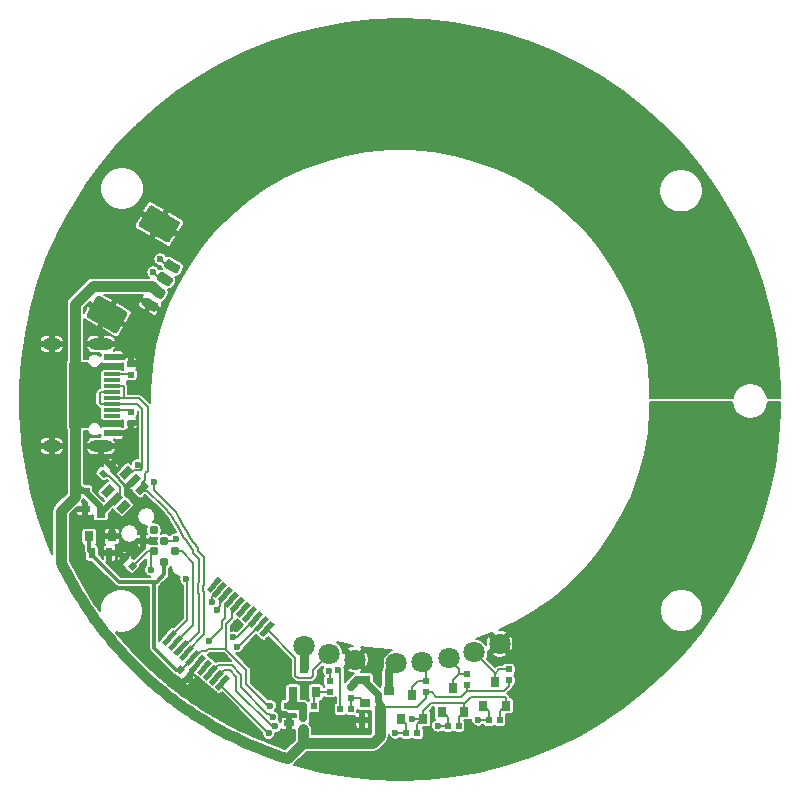
<source format=gbl>
G04 #@! TF.GenerationSoftware,KiCad,Pcbnew,5.1.5+dfsg1-2build2*
G04 #@! TF.CreationDate,2020-10-18T16:37:04+02:00*
G04 #@! TF.ProjectId,lensmount-v1.1,6c656e73-6d6f-4756-9e74-2d76312e312e,rev?*
G04 #@! TF.SameCoordinates,Original*
G04 #@! TF.FileFunction,Copper,L2,Bot*
G04 #@! TF.FilePolarity,Positive*
%FSLAX46Y46*%
G04 Gerber Fmt 4.6, Leading zero omitted, Abs format (unit mm)*
G04 Created by KiCad (PCBNEW 5.1.5+dfsg1-2build2) date 2020-10-18 16:37:04*
%MOMM*%
%LPD*%
G04 APERTURE LIST*
%ADD10C,0.100000*%
%ADD11R,0.500000X0.600000*%
%ADD12R,0.600000X0.500000*%
%ADD13R,0.900000X0.800000*%
%ADD14R,0.800000X0.900000*%
%ADD15C,0.784860*%
%ADD16R,0.600000X0.900000*%
%ADD17R,0.900000X0.600000*%
%ADD18R,1.450000X0.600000*%
%ADD19O,2.100000X1.000000*%
%ADD20O,1.600000X1.000000*%
%ADD21R,1.450000X0.300000*%
%ADD22C,1.800000*%
%ADD23C,0.600000*%
%ADD24C,0.700000*%
%ADD25C,0.200000*%
%ADD26C,0.300000*%
%ADD27C,0.500000*%
%ADD28C,0.900000*%
%ADD29C,0.600000*%
%ADD30C,0.800000*%
%ADD31C,0.154000*%
G04 APERTURE END LIST*
G04 #@! TA.AperFunction,SMDPad,CuDef*
D10*
G36*
X80756758Y-119479668D02*
G01*
X81101478Y-119768922D01*
X80169436Y-120879686D01*
X79824716Y-120590432D01*
X80756758Y-119479668D01*
G37*
G04 #@! TD.AperFunction*
G04 #@! TA.AperFunction,SMDPad,CuDef*
G36*
X81254686Y-119897480D02*
G01*
X81599406Y-120186734D01*
X80667364Y-121297498D01*
X80322644Y-121008244D01*
X81254686Y-119897480D01*
G37*
G04 #@! TD.AperFunction*
G04 #@! TA.AperFunction,SMDPad,CuDef*
G36*
X81752615Y-120315292D02*
G01*
X82097335Y-120604546D01*
X81165293Y-121715310D01*
X80820573Y-121426056D01*
X81752615Y-120315292D01*
G37*
G04 #@! TD.AperFunction*
G04 #@! TA.AperFunction,SMDPad,CuDef*
G36*
X82250544Y-120733104D02*
G01*
X82595264Y-121022358D01*
X81663222Y-122133122D01*
X81318502Y-121843868D01*
X82250544Y-120733104D01*
G37*
G04 #@! TD.AperFunction*
G04 #@! TA.AperFunction,SMDPad,CuDef*
G36*
X82748473Y-121150916D02*
G01*
X83093193Y-121440170D01*
X82161151Y-122550934D01*
X81816431Y-122261680D01*
X82748473Y-121150916D01*
G37*
G04 #@! TD.AperFunction*
G04 #@! TA.AperFunction,SMDPad,CuDef*
G36*
X83246402Y-121568728D02*
G01*
X83591122Y-121857982D01*
X82659080Y-122968746D01*
X82314360Y-122679492D01*
X83246402Y-121568728D01*
G37*
G04 #@! TD.AperFunction*
G04 #@! TA.AperFunction,SMDPad,CuDef*
G36*
X83744331Y-121986540D02*
G01*
X84089051Y-122275794D01*
X83157009Y-123386558D01*
X82812289Y-123097304D01*
X83744331Y-121986540D01*
G37*
G04 #@! TD.AperFunction*
G04 #@! TA.AperFunction,SMDPad,CuDef*
G36*
X84242260Y-122404352D02*
G01*
X84586980Y-122693606D01*
X83654938Y-123804370D01*
X83310218Y-123515116D01*
X84242260Y-122404352D01*
G37*
G04 #@! TD.AperFunction*
G04 #@! TA.AperFunction,SMDPad,CuDef*
G36*
X84740189Y-122822164D02*
G01*
X85084909Y-123111418D01*
X84152867Y-124222182D01*
X83808147Y-123932928D01*
X84740189Y-122822164D01*
G37*
G04 #@! TD.AperFunction*
G04 #@! TA.AperFunction,SMDPad,CuDef*
G36*
X85238118Y-123239976D02*
G01*
X85582838Y-123529230D01*
X84650796Y-124639994D01*
X84306076Y-124350740D01*
X85238118Y-123239976D01*
G37*
G04 #@! TD.AperFunction*
G04 #@! TA.AperFunction,SMDPad,CuDef*
G36*
X89030564Y-118720314D02*
G01*
X89375284Y-119009568D01*
X88443242Y-120120332D01*
X88098522Y-119831078D01*
X89030564Y-118720314D01*
G37*
G04 #@! TD.AperFunction*
G04 #@! TA.AperFunction,SMDPad,CuDef*
G36*
X88532636Y-118302502D02*
G01*
X88877356Y-118591756D01*
X87945314Y-119702520D01*
X87600594Y-119413266D01*
X88532636Y-118302502D01*
G37*
G04 #@! TD.AperFunction*
G04 #@! TA.AperFunction,SMDPad,CuDef*
G36*
X88034707Y-117884690D02*
G01*
X88379427Y-118173944D01*
X87447385Y-119284708D01*
X87102665Y-118995454D01*
X88034707Y-117884690D01*
G37*
G04 #@! TD.AperFunction*
G04 #@! TA.AperFunction,SMDPad,CuDef*
G36*
X87536778Y-117466878D02*
G01*
X87881498Y-117756132D01*
X86949456Y-118866896D01*
X86604736Y-118577642D01*
X87536778Y-117466878D01*
G37*
G04 #@! TD.AperFunction*
G04 #@! TA.AperFunction,SMDPad,CuDef*
G36*
X87038849Y-117049066D02*
G01*
X87383569Y-117338320D01*
X86451527Y-118449084D01*
X86106807Y-118159830D01*
X87038849Y-117049066D01*
G37*
G04 #@! TD.AperFunction*
G04 #@! TA.AperFunction,SMDPad,CuDef*
G36*
X86540920Y-116631254D02*
G01*
X86885640Y-116920508D01*
X85953598Y-118031272D01*
X85608878Y-117742018D01*
X86540920Y-116631254D01*
G37*
G04 #@! TD.AperFunction*
G04 #@! TA.AperFunction,SMDPad,CuDef*
G36*
X86042991Y-116213442D02*
G01*
X86387711Y-116502696D01*
X85455669Y-117613460D01*
X85110949Y-117324206D01*
X86042991Y-116213442D01*
G37*
G04 #@! TD.AperFunction*
G04 #@! TA.AperFunction,SMDPad,CuDef*
G36*
X85545062Y-115795630D02*
G01*
X85889782Y-116084884D01*
X84957740Y-117195648D01*
X84613020Y-116906394D01*
X85545062Y-115795630D01*
G37*
G04 #@! TD.AperFunction*
G04 #@! TA.AperFunction,SMDPad,CuDef*
G36*
X85047133Y-115377818D02*
G01*
X85391853Y-115667072D01*
X84459811Y-116777836D01*
X84115091Y-116488582D01*
X85047133Y-115377818D01*
G37*
G04 #@! TD.AperFunction*
G04 #@! TA.AperFunction,SMDPad,CuDef*
G36*
X84549204Y-114960006D02*
G01*
X84893924Y-115249260D01*
X83961882Y-116360024D01*
X83617162Y-116070770D01*
X84549204Y-114960006D01*
G37*
G04 #@! TD.AperFunction*
G04 #@! TA.AperFunction,SMDPad,CuDef*
G36*
X78963562Y-83552157D02*
G01*
X78987699Y-83556549D01*
X79011290Y-83563285D01*
X79034107Y-83572302D01*
X79055930Y-83583512D01*
X81220994Y-84833512D01*
X81241613Y-84846806D01*
X81260830Y-84862058D01*
X81278460Y-84879120D01*
X81294332Y-84897828D01*
X81308295Y-84918001D01*
X81320212Y-84939446D01*
X81329970Y-84961955D01*
X81337475Y-84985313D01*
X81342655Y-85009294D01*
X81345459Y-85033667D01*
X81345860Y-85058198D01*
X81343855Y-85082650D01*
X81339463Y-85106787D01*
X81332727Y-85130378D01*
X81323710Y-85153195D01*
X81312500Y-85175018D01*
X80512500Y-86560658D01*
X80499206Y-86581277D01*
X80483954Y-86600494D01*
X80466892Y-86618124D01*
X80448184Y-86633996D01*
X80428011Y-86647959D01*
X80406566Y-86659876D01*
X80384056Y-86669634D01*
X80360699Y-86677139D01*
X80336718Y-86682319D01*
X80312345Y-86685123D01*
X80287814Y-86685524D01*
X80263362Y-86683519D01*
X80239225Y-86679127D01*
X80215634Y-86672391D01*
X80192817Y-86663374D01*
X80170994Y-86652164D01*
X78005930Y-85402164D01*
X77985311Y-85388870D01*
X77966094Y-85373618D01*
X77948464Y-85356556D01*
X77932592Y-85337848D01*
X77918629Y-85317675D01*
X77906712Y-85296230D01*
X77896954Y-85273721D01*
X77889449Y-85250363D01*
X77884269Y-85226382D01*
X77881465Y-85202009D01*
X77881064Y-85177478D01*
X77883069Y-85153026D01*
X77887461Y-85128889D01*
X77894197Y-85105298D01*
X77903214Y-85082481D01*
X77914424Y-85060658D01*
X78714424Y-83675018D01*
X78727718Y-83654399D01*
X78742970Y-83635182D01*
X78760032Y-83617552D01*
X78778740Y-83601680D01*
X78798913Y-83587717D01*
X78820358Y-83575800D01*
X78842868Y-83566042D01*
X78866225Y-83558537D01*
X78890206Y-83553357D01*
X78914579Y-83550553D01*
X78939110Y-83550152D01*
X78963562Y-83552157D01*
G37*
G04 #@! TD.AperFunction*
G04 #@! TA.AperFunction,SMDPad,CuDef*
G36*
X74538562Y-91216481D02*
G01*
X74562699Y-91220873D01*
X74586290Y-91227609D01*
X74609107Y-91236626D01*
X74630930Y-91247836D01*
X76795994Y-92497836D01*
X76816613Y-92511130D01*
X76835830Y-92526382D01*
X76853460Y-92543444D01*
X76869332Y-92562152D01*
X76883295Y-92582325D01*
X76895212Y-92603770D01*
X76904970Y-92626279D01*
X76912475Y-92649637D01*
X76917655Y-92673618D01*
X76920459Y-92697991D01*
X76920860Y-92722522D01*
X76918855Y-92746974D01*
X76914463Y-92771111D01*
X76907727Y-92794702D01*
X76898710Y-92817519D01*
X76887500Y-92839342D01*
X76087500Y-94224982D01*
X76074206Y-94245601D01*
X76058954Y-94264818D01*
X76041892Y-94282448D01*
X76023184Y-94298320D01*
X76003011Y-94312283D01*
X75981566Y-94324200D01*
X75959056Y-94333958D01*
X75935699Y-94341463D01*
X75911718Y-94346643D01*
X75887345Y-94349447D01*
X75862814Y-94349848D01*
X75838362Y-94347843D01*
X75814225Y-94343451D01*
X75790634Y-94336715D01*
X75767817Y-94327698D01*
X75745994Y-94316488D01*
X73580930Y-93066488D01*
X73560311Y-93053194D01*
X73541094Y-93037942D01*
X73523464Y-93020880D01*
X73507592Y-93002172D01*
X73493629Y-92981999D01*
X73481712Y-92960554D01*
X73471954Y-92938045D01*
X73464449Y-92914687D01*
X73459269Y-92890706D01*
X73456465Y-92866333D01*
X73456064Y-92841802D01*
X73458069Y-92817350D01*
X73462461Y-92793213D01*
X73469197Y-92769622D01*
X73478214Y-92746805D01*
X73489424Y-92724982D01*
X74289424Y-91339342D01*
X74302718Y-91318723D01*
X74317970Y-91299506D01*
X74335032Y-91281876D01*
X74353740Y-91266004D01*
X74373913Y-91252041D01*
X74395358Y-91240124D01*
X74417868Y-91230366D01*
X74441225Y-91222861D01*
X74465206Y-91217681D01*
X74489579Y-91214877D01*
X74514110Y-91214476D01*
X74538562Y-91216481D01*
G37*
G04 #@! TD.AperFunction*
G04 #@! TA.AperFunction,SMDPad,CuDef*
G36*
X80456426Y-88104708D02*
G01*
X80475736Y-88108222D01*
X80494609Y-88113611D01*
X80512862Y-88120824D01*
X80530321Y-88129792D01*
X81309743Y-88579792D01*
X81326239Y-88590428D01*
X81341612Y-88602629D01*
X81355716Y-88616279D01*
X81368414Y-88631245D01*
X81379583Y-88647384D01*
X81389118Y-88664539D01*
X81396924Y-88682547D01*
X81402928Y-88701233D01*
X81407072Y-88720418D01*
X81409315Y-88739916D01*
X81409636Y-88759541D01*
X81408032Y-88779102D01*
X81404518Y-88798412D01*
X81399129Y-88817285D01*
X81391916Y-88835538D01*
X81382948Y-88852997D01*
X81182948Y-89199407D01*
X81172312Y-89215903D01*
X81160111Y-89231276D01*
X81146461Y-89245380D01*
X81131495Y-89258078D01*
X81115357Y-89269247D01*
X81098201Y-89278782D01*
X81080193Y-89286588D01*
X81061507Y-89292592D01*
X81042322Y-89296736D01*
X81022824Y-89298979D01*
X81003199Y-89299300D01*
X80983638Y-89297696D01*
X80964328Y-89294182D01*
X80945455Y-89288793D01*
X80927202Y-89281580D01*
X80909743Y-89272612D01*
X80130321Y-88822612D01*
X80113825Y-88811976D01*
X80098452Y-88799775D01*
X80084348Y-88786125D01*
X80071650Y-88771159D01*
X80060481Y-88755020D01*
X80050946Y-88737865D01*
X80043140Y-88719857D01*
X80037136Y-88701171D01*
X80032992Y-88681986D01*
X80030749Y-88662488D01*
X80030428Y-88642863D01*
X80032032Y-88623302D01*
X80035546Y-88603992D01*
X80040935Y-88585119D01*
X80048148Y-88566866D01*
X80057116Y-88549407D01*
X80257116Y-88202997D01*
X80267752Y-88186501D01*
X80279953Y-88171128D01*
X80293603Y-88157024D01*
X80308569Y-88144326D01*
X80324707Y-88133157D01*
X80341863Y-88123622D01*
X80359871Y-88115816D01*
X80378557Y-88109812D01*
X80397742Y-88105668D01*
X80417240Y-88103425D01*
X80436865Y-88103104D01*
X80456426Y-88104708D01*
G37*
G04 #@! TD.AperFunction*
G04 #@! TA.AperFunction,SMDPad,CuDef*
G36*
X79831426Y-89187240D02*
G01*
X79850736Y-89190754D01*
X79869609Y-89196143D01*
X79887862Y-89203356D01*
X79905321Y-89212324D01*
X80684743Y-89662324D01*
X80701239Y-89672960D01*
X80716612Y-89685161D01*
X80730716Y-89698811D01*
X80743414Y-89713777D01*
X80754583Y-89729916D01*
X80764118Y-89747071D01*
X80771924Y-89765079D01*
X80777928Y-89783765D01*
X80782072Y-89802950D01*
X80784315Y-89822448D01*
X80784636Y-89842073D01*
X80783032Y-89861634D01*
X80779518Y-89880944D01*
X80774129Y-89899817D01*
X80766916Y-89918070D01*
X80757948Y-89935529D01*
X80557948Y-90281939D01*
X80547312Y-90298435D01*
X80535111Y-90313808D01*
X80521461Y-90327912D01*
X80506495Y-90340610D01*
X80490357Y-90351779D01*
X80473201Y-90361314D01*
X80455193Y-90369120D01*
X80436507Y-90375124D01*
X80417322Y-90379268D01*
X80397824Y-90381511D01*
X80378199Y-90381832D01*
X80358638Y-90380228D01*
X80339328Y-90376714D01*
X80320455Y-90371325D01*
X80302202Y-90364112D01*
X80284743Y-90355144D01*
X79505321Y-89905144D01*
X79488825Y-89894508D01*
X79473452Y-89882307D01*
X79459348Y-89868657D01*
X79446650Y-89853691D01*
X79435481Y-89837552D01*
X79425946Y-89820397D01*
X79418140Y-89802389D01*
X79412136Y-89783703D01*
X79407992Y-89764518D01*
X79405749Y-89745020D01*
X79405428Y-89725395D01*
X79407032Y-89705834D01*
X79410546Y-89686524D01*
X79415935Y-89667651D01*
X79423148Y-89649398D01*
X79432116Y-89631939D01*
X79632116Y-89285529D01*
X79642752Y-89269033D01*
X79654953Y-89253660D01*
X79668603Y-89239556D01*
X79683569Y-89226858D01*
X79699707Y-89215689D01*
X79716863Y-89206154D01*
X79734871Y-89198348D01*
X79753557Y-89192344D01*
X79772742Y-89188200D01*
X79792240Y-89185957D01*
X79811865Y-89185636D01*
X79831426Y-89187240D01*
G37*
G04 #@! TD.AperFunction*
G04 #@! TA.AperFunction,SMDPad,CuDef*
G36*
X79206426Y-90269772D02*
G01*
X79225736Y-90273286D01*
X79244609Y-90278675D01*
X79262862Y-90285888D01*
X79280321Y-90294856D01*
X80059743Y-90744856D01*
X80076239Y-90755492D01*
X80091612Y-90767693D01*
X80105716Y-90781343D01*
X80118414Y-90796309D01*
X80129583Y-90812448D01*
X80139118Y-90829603D01*
X80146924Y-90847611D01*
X80152928Y-90866297D01*
X80157072Y-90885482D01*
X80159315Y-90904980D01*
X80159636Y-90924605D01*
X80158032Y-90944166D01*
X80154518Y-90963476D01*
X80149129Y-90982349D01*
X80141916Y-91000602D01*
X80132948Y-91018061D01*
X79932948Y-91364471D01*
X79922312Y-91380967D01*
X79910111Y-91396340D01*
X79896461Y-91410444D01*
X79881495Y-91423142D01*
X79865357Y-91434311D01*
X79848201Y-91443846D01*
X79830193Y-91451652D01*
X79811507Y-91457656D01*
X79792322Y-91461800D01*
X79772824Y-91464043D01*
X79753199Y-91464364D01*
X79733638Y-91462760D01*
X79714328Y-91459246D01*
X79695455Y-91453857D01*
X79677202Y-91446644D01*
X79659743Y-91437676D01*
X78880321Y-90987676D01*
X78863825Y-90977040D01*
X78848452Y-90964839D01*
X78834348Y-90951189D01*
X78821650Y-90936223D01*
X78810481Y-90920084D01*
X78800946Y-90902929D01*
X78793140Y-90884921D01*
X78787136Y-90866235D01*
X78782992Y-90847050D01*
X78780749Y-90827552D01*
X78780428Y-90807927D01*
X78782032Y-90788366D01*
X78785546Y-90769056D01*
X78790935Y-90750183D01*
X78798148Y-90731930D01*
X78807116Y-90714471D01*
X79007116Y-90368061D01*
X79017752Y-90351565D01*
X79029953Y-90336192D01*
X79043603Y-90322088D01*
X79058569Y-90309390D01*
X79074707Y-90298221D01*
X79091863Y-90288686D01*
X79109871Y-90280880D01*
X79128557Y-90274876D01*
X79147742Y-90270732D01*
X79167240Y-90268489D01*
X79186865Y-90268168D01*
X79206426Y-90269772D01*
G37*
G04 #@! TD.AperFunction*
G04 #@! TA.AperFunction,SMDPad,CuDef*
G36*
X78581426Y-91352304D02*
G01*
X78600736Y-91355818D01*
X78619609Y-91361207D01*
X78637862Y-91368420D01*
X78655321Y-91377388D01*
X79434743Y-91827388D01*
X79451239Y-91838024D01*
X79466612Y-91850225D01*
X79480716Y-91863875D01*
X79493414Y-91878841D01*
X79504583Y-91894980D01*
X79514118Y-91912135D01*
X79521924Y-91930143D01*
X79527928Y-91948829D01*
X79532072Y-91968014D01*
X79534315Y-91987512D01*
X79534636Y-92007137D01*
X79533032Y-92026698D01*
X79529518Y-92046008D01*
X79524129Y-92064881D01*
X79516916Y-92083134D01*
X79507948Y-92100593D01*
X79307948Y-92447003D01*
X79297312Y-92463499D01*
X79285111Y-92478872D01*
X79271461Y-92492976D01*
X79256495Y-92505674D01*
X79240357Y-92516843D01*
X79223201Y-92526378D01*
X79205193Y-92534184D01*
X79186507Y-92540188D01*
X79167322Y-92544332D01*
X79147824Y-92546575D01*
X79128199Y-92546896D01*
X79108638Y-92545292D01*
X79089328Y-92541778D01*
X79070455Y-92536389D01*
X79052202Y-92529176D01*
X79034743Y-92520208D01*
X78255321Y-92070208D01*
X78238825Y-92059572D01*
X78223452Y-92047371D01*
X78209348Y-92033721D01*
X78196650Y-92018755D01*
X78185481Y-92002616D01*
X78175946Y-91985461D01*
X78168140Y-91967453D01*
X78162136Y-91948767D01*
X78157992Y-91929582D01*
X78155749Y-91910084D01*
X78155428Y-91890459D01*
X78157032Y-91870898D01*
X78160546Y-91851588D01*
X78165935Y-91832715D01*
X78173148Y-91814462D01*
X78182116Y-91797003D01*
X78382116Y-91450593D01*
X78392752Y-91434097D01*
X78404953Y-91418724D01*
X78418603Y-91404620D01*
X78433569Y-91391922D01*
X78449707Y-91380753D01*
X78466863Y-91371218D01*
X78484871Y-91363412D01*
X78503557Y-91357408D01*
X78522742Y-91353264D01*
X78542240Y-91351021D01*
X78561865Y-91350700D01*
X78581426Y-91352304D01*
G37*
G04 #@! TD.AperFunction*
D11*
X94930000Y-126200000D03*
X95870000Y-126200000D03*
D12*
X95850000Y-125220000D03*
X95850000Y-124280000D03*
X94050000Y-123780000D03*
X94050000Y-124720000D03*
D11*
X92720000Y-125950000D03*
X91780000Y-125950000D03*
D13*
X99050000Y-124700000D03*
X97050000Y-123750000D03*
X97050000Y-125650000D03*
D14*
X91900000Y-122750000D03*
X90950000Y-124750000D03*
X92850000Y-124750000D03*
G04 #@! TA.AperFunction,SMDPad,CuDef*
D10*
G36*
X76067140Y-107773241D02*
G01*
X76526759Y-108232860D01*
X75777226Y-108982393D01*
X75317607Y-108522774D01*
X76067140Y-107773241D01*
G37*
G04 #@! TD.AperFunction*
G04 #@! TA.AperFunction,SMDPad,CuDef*
G36*
X75395388Y-107101490D02*
G01*
X75855007Y-107561109D01*
X75105474Y-108310642D01*
X74645855Y-107851023D01*
X75395388Y-107101490D01*
G37*
G04 #@! TD.AperFunction*
G04 #@! TA.AperFunction,SMDPad,CuDef*
G36*
X76738891Y-108444993D02*
G01*
X77198510Y-108904612D01*
X76448977Y-109654145D01*
X75989358Y-109194526D01*
X76738891Y-108444993D01*
G37*
G04 #@! TD.AperFunction*
G04 #@! TA.AperFunction,SMDPad,CuDef*
G36*
X78294526Y-106889358D02*
G01*
X78754145Y-107348977D01*
X78004612Y-108098510D01*
X77544993Y-107638891D01*
X78294526Y-106889358D01*
G37*
G04 #@! TD.AperFunction*
G04 #@! TA.AperFunction,SMDPad,CuDef*
G36*
X77622774Y-106217607D02*
G01*
X78082393Y-106677226D01*
X77332860Y-107426759D01*
X76873241Y-106967140D01*
X77622774Y-106217607D01*
G37*
G04 #@! TD.AperFunction*
G04 #@! TA.AperFunction,SMDPad,CuDef*
G36*
X76951023Y-105545855D02*
G01*
X77410642Y-106005474D01*
X76661109Y-106755007D01*
X76201490Y-106295388D01*
X76951023Y-105545855D01*
G37*
G04 #@! TD.AperFunction*
D14*
X74646447Y-109570711D03*
X73696447Y-111570711D03*
X75596447Y-111570711D03*
D12*
X91800000Y-127920000D03*
X91800000Y-126980000D03*
X109200000Y-122830000D03*
X109200000Y-123770000D03*
X102200000Y-123830000D03*
X102200000Y-124770000D03*
X105700000Y-123230000D03*
X105700000Y-124170000D03*
D11*
X107530000Y-127100000D03*
X108470000Y-127100000D03*
X100530000Y-128200000D03*
X101470000Y-128200000D03*
X104030000Y-127600000D03*
X104970000Y-127600000D03*
D12*
X77200000Y-97870000D03*
X77200000Y-96930000D03*
X77200000Y-101030000D03*
X77200000Y-101970000D03*
D14*
X108000000Y-123900000D03*
X107050000Y-125900000D03*
X108950000Y-125900000D03*
X101000000Y-125000000D03*
X100050000Y-127000000D03*
X101950000Y-127000000D03*
X104500000Y-124400000D03*
X103550000Y-126400000D03*
X105450000Y-126400000D03*
D15*
X79150987Y-111052962D03*
X78252962Y-111950987D03*
X80049013Y-111950987D03*
X79150987Y-112849013D03*
X80947038Y-112849013D03*
X80049013Y-113747038D03*
D16*
X96800000Y-127150000D03*
X98300000Y-127150000D03*
D17*
X90600000Y-127400000D03*
X90600000Y-125900000D03*
G04 #@! TA.AperFunction,SMDPad,CuDef*
D10*
G36*
X75567695Y-105956569D02*
G01*
X75143431Y-105532305D01*
X75496985Y-105178751D01*
X75921249Y-105603015D01*
X75567695Y-105956569D01*
G37*
G04 #@! TD.AperFunction*
G04 #@! TA.AperFunction,SMDPad,CuDef*
G36*
X74903015Y-106621249D02*
G01*
X74478751Y-106196985D01*
X74832305Y-105843431D01*
X75256569Y-106267695D01*
X74903015Y-106621249D01*
G37*
G04 #@! TD.AperFunction*
D16*
X75396447Y-112974874D03*
X73896447Y-112974874D03*
D17*
X73300000Y-109250000D03*
X73300000Y-107750000D03*
G04 #@! TA.AperFunction,SMDPad,CuDef*
D10*
G36*
X77056569Y-113382305D02*
G01*
X76632305Y-113806569D01*
X76278751Y-113453015D01*
X76703015Y-113028751D01*
X77056569Y-113382305D01*
G37*
G04 #@! TD.AperFunction*
G04 #@! TA.AperFunction,SMDPad,CuDef*
G36*
X77721249Y-114046985D02*
G01*
X77296985Y-114471249D01*
X76943431Y-114117695D01*
X77367695Y-113693431D01*
X77721249Y-114046985D01*
G37*
G04 #@! TD.AperFunction*
G04 #@! TA.AperFunction,SMDPad,CuDef*
G36*
X81643431Y-123567695D02*
G01*
X82067695Y-123143431D01*
X82421249Y-123496985D01*
X81996985Y-123921249D01*
X81643431Y-123567695D01*
G37*
G04 #@! TD.AperFunction*
G04 #@! TA.AperFunction,SMDPad,CuDef*
G36*
X80978751Y-122903015D02*
G01*
X81403015Y-122478751D01*
X81756569Y-122832305D01*
X81332305Y-123256569D01*
X80978751Y-122903015D01*
G37*
G04 #@! TD.AperFunction*
D18*
X75600000Y-102000000D03*
X75600000Y-97200000D03*
X75600000Y-96400000D03*
X75600000Y-102800000D03*
D19*
X74685000Y-103920000D03*
X74685000Y-95280000D03*
D20*
X70505000Y-103920000D03*
X70505000Y-95280000D03*
D18*
X75600000Y-96400000D03*
X75600000Y-97200000D03*
D21*
X75600000Y-97850000D03*
X75600000Y-98350000D03*
X75600000Y-98850000D03*
X75600000Y-99350000D03*
X75600000Y-99850000D03*
X75600000Y-100350000D03*
X75600000Y-100850000D03*
X75600000Y-101350000D03*
D18*
X75600000Y-102000000D03*
X75600000Y-102800000D03*
D22*
X101900000Y-122200000D03*
X104125000Y-121875000D03*
X99700000Y-122325000D03*
X106275000Y-121400000D03*
X96175000Y-122000000D03*
X108425000Y-120650000D03*
X94000000Y-121500000D03*
X91900000Y-120850000D03*
D23*
X79600000Y-85100000D03*
X75100000Y-92800000D03*
X72500000Y-110000000D03*
X72500000Y-111000000D03*
X72500000Y-112000000D03*
X75750000Y-110250000D03*
X75750000Y-114000000D03*
X76500000Y-114750000D03*
X78000000Y-110750000D03*
X78500000Y-108500000D03*
X77750000Y-99000000D03*
X71250000Y-107750000D03*
X70000000Y-109500000D03*
X77750000Y-116250000D03*
X78500000Y-117250000D03*
X80000000Y-116500000D03*
X81250000Y-115750000D03*
X81000000Y-117750000D03*
X80000000Y-119000000D03*
X77250000Y-120000000D03*
X74500000Y-116500000D03*
X83000000Y-124250000D03*
X81250000Y-124250000D03*
X84750000Y-121750000D03*
X86000000Y-119250000D03*
X87250000Y-121750000D03*
X88750000Y-121250000D03*
X89500000Y-125200000D03*
X87800000Y-123800000D03*
X90500000Y-123600000D03*
X89000000Y-122900000D03*
X94000000Y-125600000D03*
X93600000Y-126400000D03*
X98100000Y-123600000D03*
X85100000Y-125800000D03*
X87600000Y-128000000D03*
X92200000Y-130400000D03*
X96000000Y-131300000D03*
X95000000Y-130100000D03*
X102500000Y-128300000D03*
X107000000Y-128000000D03*
X104000000Y-130000000D03*
X102000000Y-130000000D03*
X100000000Y-130000000D03*
X98000000Y-130000000D03*
X110400000Y-124000000D03*
X110500000Y-127000000D03*
X101000000Y-127000000D03*
X88999996Y-125900000D03*
X78900000Y-114400000D03*
X83800000Y-120400000D03*
X79176849Y-106923151D03*
X77800000Y-105500000D03*
X81900000Y-115200000D03*
X81000000Y-111800000D03*
X103200000Y-127600000D03*
X89218367Y-126866911D03*
X99600000Y-128200000D03*
X89441615Y-127655858D03*
X106600000Y-127100000D03*
X88876125Y-128221755D03*
X93949987Y-122950000D03*
X84056234Y-117134350D03*
X94750000Y-122900000D03*
X84500000Y-117800000D03*
X85900000Y-120100000D03*
X79700002Y-88100000D03*
X86200000Y-120900000D03*
X79100002Y-89200000D03*
D24*
X90650000Y-125950000D02*
X90600000Y-125900000D01*
X91780000Y-125950000D02*
X90650000Y-125950000D01*
X90950000Y-125550000D02*
X90600000Y-125900000D01*
X90950000Y-124750000D02*
X90950000Y-125550000D01*
X91780000Y-126919990D02*
X91780000Y-125950000D01*
D25*
X82032340Y-123189138D02*
X82952741Y-122268737D01*
X82032340Y-123532340D02*
X82032340Y-123189138D01*
X75532340Y-105921214D02*
X75532340Y-105567660D01*
X77103051Y-107196949D02*
X76678770Y-107196949D01*
X77477817Y-106822183D02*
X77103051Y-107196949D01*
X76678770Y-107196949D02*
X75532340Y-106050519D01*
X75532340Y-106050519D02*
X75532340Y-105921214D01*
X77180000Y-97850000D02*
X77200000Y-97870000D01*
X75600000Y-97850000D02*
X77180000Y-97850000D01*
X77020000Y-100850000D02*
X77200000Y-101030000D01*
X75600000Y-100850000D02*
X77020000Y-100850000D01*
X81438077Y-122867660D02*
X82454812Y-121850925D01*
X81367660Y-122867660D02*
X81438077Y-122867660D01*
D26*
X73696447Y-112774874D02*
X73896447Y-112974874D01*
X73696447Y-111570711D02*
X73696447Y-112774874D01*
X80049013Y-114750987D02*
X80049013Y-113747038D01*
X79400000Y-115400000D02*
X80049013Y-114750987D01*
X73896447Y-113124874D02*
X76171573Y-115400000D01*
X73896447Y-112974874D02*
X73896447Y-113124874D01*
X81014106Y-122867660D02*
X79200000Y-121053554D01*
X81367660Y-122867660D02*
X81014106Y-122867660D01*
X79200000Y-115400000D02*
X79400000Y-115400000D01*
X79200000Y-121053554D02*
X79200000Y-115400000D01*
X76171573Y-115400000D02*
X79200000Y-115400000D01*
D25*
X106050001Y-125149999D02*
X105450000Y-125750000D01*
X108849999Y-125149999D02*
X106050001Y-125149999D01*
X108950000Y-125250000D02*
X108849999Y-125149999D01*
X108950000Y-125900000D02*
X108950000Y-125250000D01*
X101950000Y-126350000D02*
X101950000Y-127000000D01*
X102650001Y-125649999D02*
X101950000Y-126350000D01*
X105349999Y-125649999D02*
X102650001Y-125649999D01*
X105450000Y-125750000D02*
X105349999Y-125649999D01*
X105450000Y-126400000D02*
X105450000Y-125750000D01*
X101470000Y-127480000D02*
X101950000Y-127000000D01*
X101470000Y-128200000D02*
X101470000Y-127480000D01*
X104970000Y-126880000D02*
X105450000Y-126400000D01*
X104970000Y-127600000D02*
X104970000Y-126880000D01*
X108470000Y-126380000D02*
X108950000Y-125900000D01*
X108470000Y-127100000D02*
X108470000Y-126380000D01*
X101950000Y-127000000D02*
X101000000Y-127000000D01*
X82539925Y-121850925D02*
X82454812Y-121850925D01*
X83122132Y-121268718D02*
X82539925Y-121850925D01*
X83531282Y-121268718D02*
X83122132Y-121268718D01*
X83700000Y-121100000D02*
X83531282Y-121268718D01*
X85300000Y-121100000D02*
X83700000Y-121100000D01*
X88800000Y-125900000D02*
X88999996Y-125900000D01*
X87000000Y-124100000D02*
X88800000Y-125900000D01*
X87000000Y-122875736D02*
X87000000Y-124100000D01*
X85300000Y-121175736D02*
X87000000Y-122875736D01*
X85300000Y-119000000D02*
X85300000Y-121175736D01*
X85806797Y-118493203D02*
X85300000Y-119000000D01*
X85806797Y-117771725D02*
X85806797Y-118493203D01*
X86247259Y-117331263D02*
X85806797Y-117771725D01*
X78900000Y-113100000D02*
X79150987Y-112849013D01*
X78900000Y-114400000D02*
X78900000Y-113100000D01*
X78650987Y-112849013D02*
X77500000Y-114000000D01*
X79150987Y-112849013D02*
X78650987Y-112849013D01*
X84900000Y-119300000D02*
X83800000Y-120400000D01*
X84900000Y-118775736D02*
X84900000Y-119300000D01*
X85210950Y-118464786D02*
X84900000Y-118775736D01*
X85210950Y-117451831D02*
X85210950Y-118464786D01*
X85749330Y-116913451D02*
X85210950Y-117451831D01*
D27*
X75839341Y-108377817D02*
X74646447Y-109570711D01*
X75922183Y-108377817D02*
X75839341Y-108377817D01*
X74646447Y-109096447D02*
X73300000Y-107750000D01*
X74646447Y-109570711D02*
X74646447Y-109096447D01*
X73150000Y-107750000D02*
X72500000Y-107100000D01*
X73300000Y-107750000D02*
X73150000Y-107750000D01*
D25*
X75922183Y-108377817D02*
X76296949Y-108003051D01*
X76296949Y-108003051D02*
X76296949Y-107380828D01*
X76296949Y-107380828D02*
X75360593Y-106444472D01*
X75360593Y-106444472D02*
X75079792Y-106444472D01*
X75079792Y-106444472D02*
X74867660Y-106232340D01*
D27*
X72500000Y-107100000D02*
X72500000Y-101900000D01*
X72500000Y-101900000D02*
X72500000Y-101500000D01*
D28*
X88435681Y-129649550D02*
X88765569Y-129776112D01*
X85851640Y-128507074D02*
X86168908Y-128662349D01*
X84910174Y-128020109D02*
X85222232Y-128185934D01*
X74760496Y-119385478D02*
X74977253Y-119664473D01*
X77558901Y-122566046D02*
X77810750Y-122813737D01*
X74546794Y-119104023D02*
X74760496Y-119385478D01*
X74336372Y-118820405D02*
X74546794Y-119104023D01*
X74129051Y-118534385D02*
X74336372Y-118820405D01*
X85536049Y-128348252D02*
X85851640Y-128507074D01*
X80754926Y-125346725D02*
X81037443Y-125558772D01*
X86808676Y-128962359D02*
X87131005Y-129107014D01*
X76106670Y-121022325D02*
X76341557Y-121286321D01*
X73924866Y-118246006D02*
X74129051Y-118534385D01*
X78322735Y-123300763D02*
X78582714Y-123539950D01*
X81322305Y-125767675D02*
X81609513Y-125973434D01*
X86168908Y-128662349D02*
X86487950Y-128814125D01*
X72952737Y-116771254D02*
X73140647Y-117070576D01*
X78845324Y-123776230D02*
X79110541Y-124009579D01*
X88107287Y-129519362D02*
X88435681Y-129649550D01*
X71732485Y-114621116D02*
X71896483Y-114933912D01*
X88765569Y-129776112D02*
X88839689Y-129803609D01*
X74977253Y-119664473D02*
X75197126Y-119941084D01*
X72500000Y-108200000D02*
X71300000Y-109400000D01*
X71896483Y-114933912D02*
X72064046Y-115245059D01*
X87131005Y-129107014D02*
X87454874Y-129248062D01*
X76341557Y-121286321D02*
X76579301Y-121547627D01*
X75874852Y-120755882D02*
X76106670Y-121022325D01*
X71300000Y-109400000D02*
X71300000Y-113751941D01*
X87780398Y-129385551D02*
X88107287Y-129519362D01*
X76819927Y-121806274D02*
X77063476Y-122062303D01*
X79378402Y-124240029D02*
X79648772Y-124467466D01*
X84600276Y-127850994D02*
X84910174Y-128020109D01*
X82484598Y-126571414D02*
X82780618Y-126764197D01*
X72064046Y-115245059D02*
X72235009Y-115554248D01*
X71300000Y-113751941D02*
X71414859Y-113989967D01*
X81609513Y-125973434D02*
X81899053Y-126176040D01*
X79648772Y-124467466D02*
X79921559Y-124691811D01*
X72235009Y-115554248D02*
X72409378Y-115861493D01*
X83378994Y-127139850D02*
X83681322Y-127322702D01*
X73331800Y-117367686D02*
X73526212Y-117662614D01*
X78065343Y-123058624D02*
X78322735Y-123300763D01*
X71414859Y-113989967D02*
X71571891Y-114306362D01*
X85222232Y-128185934D02*
X85536049Y-128348252D01*
X77810750Y-122813737D02*
X78065343Y-123058624D01*
X83985684Y-127502200D02*
X84291905Y-127678241D01*
X86487950Y-128814125D02*
X86808676Y-128962359D01*
X72409378Y-115861493D02*
X72587112Y-116166725D01*
X75419956Y-120215113D02*
X75645922Y-120486782D01*
X73526212Y-117662614D02*
X73723915Y-117955410D01*
X79110541Y-124009579D02*
X79378402Y-124240029D01*
X71571891Y-114306362D02*
X71732485Y-114621116D01*
X84291905Y-127678241D02*
X84600276Y-127850994D01*
X72587112Y-116166725D02*
X72768298Y-116470090D01*
X75645922Y-120486782D02*
X75874852Y-120755882D01*
X73723915Y-117955410D02*
X73924866Y-118246006D01*
X87454874Y-129248062D02*
X87780398Y-129385551D01*
X73140647Y-117070576D02*
X73331800Y-117367686D01*
X76579301Y-121547627D02*
X76819927Y-121806274D01*
X77063476Y-122062303D02*
X77309727Y-122315485D01*
X72500000Y-101900000D02*
X72500000Y-108200000D01*
X77309727Y-122315485D02*
X77558901Y-122566046D01*
X75197126Y-119941084D02*
X75419956Y-120215113D01*
X78582714Y-123539950D02*
X78845324Y-123776230D01*
X82780618Y-126764197D02*
X83078824Y-126953722D01*
X82190678Y-126375319D02*
X82484598Y-126571414D01*
X80196964Y-124913232D02*
X80474739Y-125131525D01*
X83078824Y-126953722D02*
X83378994Y-127139850D01*
X80474739Y-125131525D02*
X80754926Y-125346725D01*
X72768298Y-116470090D02*
X72952737Y-116771254D01*
X81037443Y-125558772D02*
X81322305Y-125767675D01*
X79921559Y-124691811D02*
X80196964Y-124913232D01*
X81899053Y-126176040D02*
X82190678Y-126375319D01*
X83681322Y-127322702D02*
X83985684Y-127502200D01*
D25*
X105730001Y-124650001D02*
X105700000Y-124620000D01*
X108769999Y-124650001D02*
X105730001Y-124650001D01*
X109200000Y-124220000D02*
X108769999Y-124650001D01*
X109200000Y-123770000D02*
X109200000Y-124220000D01*
X102700000Y-124770000D02*
X102200000Y-124770000D01*
X103080001Y-125150001D02*
X102700000Y-124770000D01*
X105169999Y-125150001D02*
X103080001Y-125150001D01*
X105700000Y-124620000D02*
X105169999Y-125150001D01*
X105700000Y-124170000D02*
X105700000Y-124620000D01*
X99150000Y-126000000D02*
X98650000Y-126000000D01*
X101420000Y-126000000D02*
X99150000Y-126000000D01*
X102200000Y-125220000D02*
X101420000Y-126000000D01*
X102200000Y-124770000D02*
X102200000Y-125220000D01*
D28*
X91800000Y-129070000D02*
X91800000Y-127920000D01*
X98300000Y-128500000D02*
X98300000Y-127150000D01*
X97730000Y-129070000D02*
X98300000Y-128500000D01*
X98300000Y-127150000D02*
X98300000Y-126000000D01*
D29*
X98200000Y-126000000D02*
X98300000Y-126000000D01*
X98200000Y-125600002D02*
X98200000Y-126000000D01*
X98099999Y-125500001D02*
X98200000Y-125600002D01*
X98099999Y-124949997D02*
X98099999Y-125500001D01*
X97050000Y-123899998D02*
X98099999Y-124949997D01*
X97050000Y-123750000D02*
X97050000Y-123899998D01*
D24*
X96380000Y-123750000D02*
X95850000Y-124280000D01*
X97050000Y-123750000D02*
X96380000Y-123750000D01*
X95020000Y-129070000D02*
X95050000Y-129040000D01*
D28*
X91800000Y-129070000D02*
X95020000Y-129070000D01*
X95020000Y-129070000D02*
X97730000Y-129070000D01*
X72500000Y-91900000D02*
X72500000Y-101900000D01*
X74009566Y-90390434D02*
X72500000Y-91900000D01*
X78994200Y-90390434D02*
X74009566Y-90390434D01*
X79470032Y-90866266D02*
X78994200Y-90390434D01*
X90497193Y-130372803D02*
X91800000Y-129070000D01*
X90434794Y-130353519D02*
X90497193Y-130372803D01*
X90098404Y-130245457D02*
X90434794Y-130353519D01*
X89429318Y-130018161D02*
X89763329Y-130133700D01*
X89763329Y-130133700D02*
X90098404Y-130245457D01*
X89096822Y-129898997D02*
X89429318Y-130018161D01*
X88765569Y-129776112D02*
X89096822Y-129898997D01*
D25*
X101700000Y-123830000D02*
X102200000Y-123830000D01*
X101520000Y-123830000D02*
X101700000Y-123830000D01*
X101000000Y-124350000D02*
X101520000Y-123830000D01*
X101000000Y-125000000D02*
X101000000Y-124350000D01*
X102200000Y-122500000D02*
X101900000Y-122200000D01*
X102200000Y-123830000D02*
X102200000Y-122500000D01*
X105200000Y-123230000D02*
X105700000Y-123230000D01*
X105020000Y-123230000D02*
X105200000Y-123230000D01*
X104500000Y-123750000D02*
X105020000Y-123230000D01*
X104500000Y-124400000D02*
X104500000Y-123750000D01*
X104125000Y-121875000D02*
X105024999Y-122775001D01*
X105020000Y-122780000D02*
X105020000Y-123230000D01*
X105024999Y-122775001D02*
X105020000Y-122780000D01*
X108420000Y-122830000D02*
X108700000Y-122830000D01*
X108000000Y-123250000D02*
X108420000Y-122830000D01*
X108700000Y-122830000D02*
X109200000Y-122830000D01*
X108000000Y-123900000D02*
X108000000Y-123250000D01*
X108000000Y-123125000D02*
X106275000Y-121400000D01*
X108000000Y-123900000D02*
X108000000Y-123125000D01*
X76625001Y-98950001D02*
X76525000Y-98850000D01*
X76625001Y-99749999D02*
X76625001Y-98950001D01*
X76525000Y-99850000D02*
X76625001Y-99749999D01*
X76525000Y-98850000D02*
X75600000Y-98850000D01*
X75600000Y-99850000D02*
X76525000Y-99850000D01*
X76712501Y-99875000D02*
X77893200Y-99875000D01*
X76687501Y-99850000D02*
X76712501Y-99875000D01*
X75600000Y-99850000D02*
X76687501Y-99850000D01*
X77893200Y-99875000D02*
X78625000Y-100606800D01*
X78149569Y-107034329D02*
X78149569Y-107493934D01*
X78382403Y-106801495D02*
X78149569Y-107034329D01*
X78382403Y-106235796D02*
X78382403Y-106801495D01*
X78625000Y-105993199D02*
X78382403Y-106235796D01*
X78625000Y-100606800D02*
X78625000Y-105993199D01*
X81895630Y-111918249D02*
X82056170Y-112166337D01*
X81889517Y-111916843D02*
X81889527Y-111916846D01*
X81566645Y-111411057D02*
X81572714Y-111412624D01*
X81416543Y-111156522D02*
X81566645Y-111411057D01*
X81572714Y-111412624D02*
X81726333Y-111665068D01*
X79975000Y-109093200D02*
X80650525Y-109768734D01*
X81263921Y-110898265D02*
X81410493Y-111154863D01*
X82226260Y-112413498D02*
X82226273Y-112413501D01*
X82975000Y-116489271D02*
X82975000Y-119678985D01*
X82062299Y-112167650D02*
X82226260Y-112413498D01*
X81410505Y-111154874D02*
X81416543Y-111156522D01*
X81726333Y-111665068D02*
X81732420Y-111666550D01*
X81889532Y-111916854D02*
X81895630Y-111918249D01*
X80963508Y-110373658D02*
X80969482Y-110375558D01*
X81108896Y-110636114D02*
X81114893Y-110637931D01*
X82226280Y-112413512D02*
X82232413Y-112414738D01*
X81410500Y-111154865D02*
X81410505Y-111154874D01*
X81889527Y-111916846D02*
X81889532Y-111916854D01*
X78600000Y-107718200D02*
X79975000Y-109093200D01*
X78379378Y-107723743D02*
X78594457Y-107723743D01*
X78594457Y-107723743D02*
X78600000Y-107718200D01*
X82475000Y-112972171D02*
X82975000Y-113472171D01*
X78149569Y-107493934D02*
X78379378Y-107723743D01*
X81257898Y-110896531D02*
X81263921Y-110898265D01*
X82475000Y-112757521D02*
X82475000Y-112972171D01*
X82220891Y-120433094D02*
X82126274Y-120433094D01*
X82226273Y-112413501D02*
X82226280Y-112413512D01*
X81544067Y-121015301D02*
X81458954Y-121015301D01*
X82056170Y-112166337D02*
X82062299Y-112167650D01*
X80650525Y-109768734D02*
X80963508Y-110373658D01*
X82232413Y-112414738D02*
X82399755Y-112658284D01*
X81114893Y-110637931D02*
X81257898Y-110896531D01*
X80969482Y-110375558D02*
X81108896Y-110636114D01*
X82399755Y-112658284D02*
X82400698Y-112658459D01*
X82975000Y-115473547D02*
X82867161Y-115581386D01*
X81410493Y-111154863D02*
X81410500Y-111154865D01*
X82400698Y-112658459D02*
X82475000Y-112757521D01*
X82975000Y-113472171D02*
X82975000Y-115473547D01*
X82867161Y-115581386D02*
X82867161Y-116381432D01*
X81732420Y-111666550D02*
X81889517Y-111916843D01*
X82867161Y-116381432D02*
X82975000Y-116489271D01*
X82975000Y-119678985D02*
X82220891Y-120433094D01*
X82126274Y-120433094D02*
X81544067Y-121015301D01*
X74675000Y-100350000D02*
X75600000Y-100350000D01*
X74574999Y-100249999D02*
X74675000Y-100350000D01*
X74574999Y-99450001D02*
X74574999Y-100249999D01*
X74675000Y-99350000D02*
X74574999Y-99450001D01*
X75600000Y-99350000D02*
X74675000Y-99350000D01*
X76712501Y-100325000D02*
X77706800Y-100325000D01*
X76687501Y-100350000D02*
X76712501Y-100325000D01*
X75600000Y-100350000D02*
X76687501Y-100350000D01*
X77706800Y-100325000D02*
X78175000Y-100793200D01*
X78064204Y-105917597D02*
X77498505Y-105917597D01*
X78175000Y-100793200D02*
X78175000Y-105806801D01*
X77265671Y-106150431D02*
X76806066Y-106150431D01*
X77498505Y-105917597D02*
X77265671Y-106150431D01*
X77800000Y-105500000D02*
X78100000Y-105800000D01*
X78100000Y-105900000D02*
X78064204Y-105917597D01*
X78100000Y-105800000D02*
X78100000Y-105900000D01*
X78175000Y-105806801D02*
X78100000Y-105900000D01*
X83425000Y-115659930D02*
X83317152Y-115767778D01*
X82925000Y-112607527D02*
X82925000Y-112785771D01*
X82853730Y-112509411D02*
X82853358Y-112512012D01*
X82838857Y-112488999D02*
X82853730Y-112509411D01*
X82836266Y-112488555D02*
X82838857Y-112488999D01*
X83317152Y-115767778D02*
X83317152Y-116195040D01*
X82335267Y-111765931D02*
X82497211Y-112008753D01*
X81956883Y-121333500D02*
X81956883Y-121433113D01*
X82332697Y-111765380D02*
X82335267Y-111765931D01*
X82016402Y-111272540D02*
X82171565Y-111519751D01*
X82013849Y-111271918D02*
X82016402Y-111272540D01*
X82665079Y-112249828D02*
X82667664Y-112250308D01*
X81277521Y-110001328D02*
X81280026Y-110002125D01*
X82667664Y-112250308D02*
X82836266Y-112488555D01*
X79176849Y-106923151D02*
X79193200Y-106939502D01*
X83425000Y-116302888D02*
X83425000Y-119865383D01*
X81420240Y-110260236D02*
X81561486Y-110515654D01*
X81020878Y-109505297D02*
X81277521Y-110001328D01*
X82174127Y-111520337D02*
X82332697Y-111765380D01*
X81859577Y-111021925D02*
X81862122Y-111022582D01*
X83425000Y-119865383D02*
X81956883Y-121333500D01*
X83425000Y-113285771D02*
X83425000Y-115659930D01*
X82853358Y-112512012D02*
X82925000Y-112607527D01*
X82171565Y-111519751D02*
X82174127Y-111520337D01*
X82497211Y-112008753D02*
X82499789Y-112009268D01*
X82925000Y-112785771D02*
X83425000Y-113285771D01*
X81862122Y-111022582D02*
X82013849Y-111271918D01*
X82499789Y-112009268D02*
X82665079Y-112249828D01*
X80425000Y-108906800D02*
X81021509Y-109503313D01*
X79193200Y-106939502D02*
X79193200Y-107675000D01*
X83317152Y-116195040D02*
X83425000Y-116302888D01*
X81564012Y-110516382D02*
X81708780Y-110769821D01*
X81417725Y-110259474D02*
X81420240Y-110260236D01*
X79193200Y-107675000D02*
X80425000Y-108906800D01*
X81021509Y-109503313D02*
X81020878Y-109505297D01*
X81280026Y-110002125D02*
X81417725Y-110259474D01*
X81561486Y-110515654D02*
X81564012Y-110516382D01*
X81708780Y-110769821D02*
X81711316Y-110770513D01*
X81711316Y-110770513D02*
X81859577Y-111021925D01*
X82000000Y-115300000D02*
X81900000Y-115200000D01*
X82000000Y-118642774D02*
X82000000Y-115300000D01*
X80463097Y-120179677D02*
X82000000Y-118642774D01*
X80849013Y-111950987D02*
X81000000Y-111800000D01*
X80049013Y-111950987D02*
X80849013Y-111950987D01*
X82500001Y-113846997D02*
X81502017Y-112849013D01*
X82500001Y-115382847D02*
X82500001Y-113846997D01*
X82467151Y-115415697D02*
X82500001Y-115382847D01*
X82467151Y-119091363D02*
X82467151Y-115415697D01*
X80961025Y-120597489D02*
X82467151Y-119091363D01*
X81502017Y-112849013D02*
X80947038Y-112849013D01*
X104030000Y-126880000D02*
X103550000Y-126400000D01*
X104030000Y-127600000D02*
X104030000Y-126880000D01*
X104030000Y-127600000D02*
X103200000Y-127600000D01*
X86550000Y-123284300D02*
X86550000Y-124338002D01*
X88918368Y-126566912D02*
X89218367Y-126866911D01*
X83948599Y-123104361D02*
X84552982Y-122499978D01*
X85765678Y-122499978D02*
X86550000Y-123284300D01*
X86550000Y-124338002D02*
X88778910Y-126566912D01*
X88778910Y-126566912D02*
X88918368Y-126566912D01*
X84552982Y-122499978D02*
X85765678Y-122499978D01*
X100530000Y-127480000D02*
X100050000Y-127000000D01*
X100530000Y-128200000D02*
X100530000Y-127480000D01*
X100530000Y-128200000D02*
X99600000Y-128200000D01*
X89119310Y-127655858D02*
X89441615Y-127655858D01*
X86149989Y-124686537D02*
X89119310Y-127655858D01*
X86149989Y-123449989D02*
X86149989Y-124686537D01*
X85599989Y-122899989D02*
X86149989Y-123449989D01*
X85068712Y-122899989D02*
X85599989Y-122899989D01*
X84446528Y-123522173D02*
X85068712Y-122899989D01*
X107530000Y-126380000D02*
X107050000Y-125900000D01*
X107530000Y-127100000D02*
X107530000Y-126380000D01*
X107530000Y-127100000D02*
X106600000Y-127100000D01*
X84944457Y-124290087D02*
X88576126Y-127921756D01*
X88576126Y-127921756D02*
X88876125Y-128221755D01*
X84944457Y-123939985D02*
X84944457Y-124290087D01*
D30*
X91900000Y-122750000D02*
X91900000Y-120850000D01*
D25*
X94000000Y-121500000D02*
X94000000Y-121300000D01*
X88736903Y-119436903D02*
X88736903Y-119420323D01*
X91150000Y-121850000D02*
X88736903Y-119436903D01*
X91350000Y-123550000D02*
X91150000Y-123350000D01*
X92450000Y-123550000D02*
X91350000Y-123550000D01*
X92650000Y-122850000D02*
X92650000Y-123350000D01*
X91150000Y-123350000D02*
X91150000Y-121850000D01*
X92650000Y-123350000D02*
X92450000Y-123550000D01*
X94000000Y-121500000D02*
X92650000Y-122850000D01*
D24*
X99050000Y-122975000D02*
X99700000Y-122325000D01*
X99050000Y-124700000D02*
X99050000Y-122975000D01*
D25*
X92720000Y-124880000D02*
X92850000Y-124750000D01*
X92720000Y-125950000D02*
X92720000Y-124880000D01*
X92880000Y-124720000D02*
X92850000Y-124750000D01*
X94050000Y-124720000D02*
X92880000Y-124720000D01*
X96620000Y-125220000D02*
X97050000Y-125650000D01*
X95850000Y-125220000D02*
X96620000Y-125220000D01*
X95850000Y-126180000D02*
X95870000Y-126200000D01*
X95850000Y-125220000D02*
X95850000Y-126180000D01*
X94050000Y-123780000D02*
X94050000Y-123050013D01*
X94050000Y-123050013D02*
X93949987Y-122950000D01*
X84056234Y-116710086D02*
X84056234Y-117134350D01*
X84753472Y-116077827D02*
X84688493Y-116077827D01*
X84688493Y-116077827D02*
X84056234Y-116710086D01*
X94930000Y-126200000D02*
X94930000Y-123080000D01*
X94930000Y-123080000D02*
X94750000Y-122900000D01*
X84799999Y-116947041D02*
X84799999Y-117500001D01*
X85251401Y-116495639D02*
X84799999Y-116947041D01*
X84799999Y-117500001D02*
X84500000Y-117800000D01*
X86225745Y-120100000D02*
X85900000Y-120100000D01*
X87741046Y-118584699D02*
X86225745Y-120100000D01*
X80300002Y-88700000D02*
X79700002Y-88100000D01*
X80700000Y-88700000D02*
X80300002Y-88700000D01*
X88238975Y-119002511D02*
X86441486Y-120800000D01*
X86300000Y-120800000D02*
X86200000Y-120900000D01*
X86441486Y-120800000D02*
X86300000Y-120800000D01*
X79700002Y-89800000D02*
X80200000Y-89800000D01*
X79100002Y-89200000D02*
X79700002Y-89800000D01*
D31*
G36*
X73576134Y-96885597D02*
G01*
X73621514Y-96995154D01*
X73687396Y-97093753D01*
X73771247Y-97177604D01*
X73869846Y-97243486D01*
X73979403Y-97288866D01*
X74095708Y-97312000D01*
X74214292Y-97312000D01*
X74330597Y-97288866D01*
X74440154Y-97243486D01*
X74538753Y-97177604D01*
X74622604Y-97093753D01*
X74688486Y-96995154D01*
X74716272Y-96928073D01*
X74720363Y-96931431D01*
X74768484Y-96957153D01*
X74820699Y-96972992D01*
X74875000Y-96978340D01*
X76325000Y-96978340D01*
X76379301Y-96972992D01*
X76431516Y-96957153D01*
X76479637Y-96931431D01*
X76521816Y-96896816D01*
X76523000Y-96895373D01*
X76523000Y-97473000D01*
X76485036Y-97473000D01*
X76479637Y-97468569D01*
X76431516Y-97442847D01*
X76379301Y-97427008D01*
X76325000Y-97421660D01*
X74875000Y-97421660D01*
X74820699Y-97427008D01*
X74768484Y-97442847D01*
X74720363Y-97468569D01*
X74678184Y-97503184D01*
X74643569Y-97545363D01*
X74617847Y-97593484D01*
X74602008Y-97645699D01*
X74596660Y-97700000D01*
X74596660Y-98000000D01*
X74602008Y-98054301D01*
X74615870Y-98100000D01*
X74602008Y-98145699D01*
X74596660Y-98200000D01*
X74596660Y-98500000D01*
X74602008Y-98554301D01*
X74615870Y-98600000D01*
X74602008Y-98645699D01*
X74596660Y-98700000D01*
X74596660Y-98979800D01*
X74565562Y-98989234D01*
X74530030Y-99000012D01*
X74464537Y-99035019D01*
X74407131Y-99082131D01*
X74395323Y-99096519D01*
X74321518Y-99170324D01*
X74307130Y-99182132D01*
X74268113Y-99229675D01*
X74260019Y-99239538D01*
X74225011Y-99305032D01*
X74217794Y-99328825D01*
X74203454Y-99376097D01*
X74197999Y-99431483D01*
X74197999Y-99431489D01*
X74196176Y-99450001D01*
X74197999Y-99468513D01*
X74198000Y-100231478D01*
X74196176Y-100249999D01*
X74203454Y-100323904D01*
X74225011Y-100394968D01*
X74260019Y-100460462D01*
X74295325Y-100503483D01*
X74295328Y-100503486D01*
X74307131Y-100517868D01*
X74321513Y-100529671D01*
X74395323Y-100603481D01*
X74407131Y-100617869D01*
X74464537Y-100664981D01*
X74530030Y-100699988D01*
X74546652Y-100705030D01*
X74596660Y-100720200D01*
X74596660Y-101000000D01*
X74602008Y-101054301D01*
X74615870Y-101100000D01*
X74602008Y-101145699D01*
X74596660Y-101200000D01*
X74596660Y-101500000D01*
X74602008Y-101554301D01*
X74617847Y-101606516D01*
X74643569Y-101654637D01*
X74678184Y-101696816D01*
X74720363Y-101731431D01*
X74768484Y-101757153D01*
X74820699Y-101772992D01*
X74875000Y-101778340D01*
X76325000Y-101778340D01*
X76379301Y-101772992D01*
X76431516Y-101757153D01*
X76479637Y-101731431D01*
X76521816Y-101696816D01*
X76523000Y-101695373D01*
X76523000Y-102304627D01*
X76521816Y-102303184D01*
X76479637Y-102268569D01*
X76431516Y-102242847D01*
X76379301Y-102227008D01*
X76325000Y-102221660D01*
X74875000Y-102221660D01*
X74820699Y-102227008D01*
X74768484Y-102242847D01*
X74720363Y-102268569D01*
X74716272Y-102271927D01*
X74688486Y-102204846D01*
X74622604Y-102106247D01*
X74538753Y-102022396D01*
X74440154Y-101956514D01*
X74330597Y-101911134D01*
X74214292Y-101888000D01*
X74095708Y-101888000D01*
X73979403Y-101911134D01*
X73869846Y-101956514D01*
X73771247Y-102022396D01*
X73687396Y-102106247D01*
X73621514Y-102204846D01*
X73576134Y-102314403D01*
X73574424Y-102323000D01*
X72077000Y-102323000D01*
X72077000Y-96877000D01*
X73574424Y-96877000D01*
X73576134Y-96885597D01*
G37*
X73576134Y-96885597D02*
X73621514Y-96995154D01*
X73687396Y-97093753D01*
X73771247Y-97177604D01*
X73869846Y-97243486D01*
X73979403Y-97288866D01*
X74095708Y-97312000D01*
X74214292Y-97312000D01*
X74330597Y-97288866D01*
X74440154Y-97243486D01*
X74538753Y-97177604D01*
X74622604Y-97093753D01*
X74688486Y-96995154D01*
X74716272Y-96928073D01*
X74720363Y-96931431D01*
X74768484Y-96957153D01*
X74820699Y-96972992D01*
X74875000Y-96978340D01*
X76325000Y-96978340D01*
X76379301Y-96972992D01*
X76431516Y-96957153D01*
X76479637Y-96931431D01*
X76521816Y-96896816D01*
X76523000Y-96895373D01*
X76523000Y-97473000D01*
X76485036Y-97473000D01*
X76479637Y-97468569D01*
X76431516Y-97442847D01*
X76379301Y-97427008D01*
X76325000Y-97421660D01*
X74875000Y-97421660D01*
X74820699Y-97427008D01*
X74768484Y-97442847D01*
X74720363Y-97468569D01*
X74678184Y-97503184D01*
X74643569Y-97545363D01*
X74617847Y-97593484D01*
X74602008Y-97645699D01*
X74596660Y-97700000D01*
X74596660Y-98000000D01*
X74602008Y-98054301D01*
X74615870Y-98100000D01*
X74602008Y-98145699D01*
X74596660Y-98200000D01*
X74596660Y-98500000D01*
X74602008Y-98554301D01*
X74615870Y-98600000D01*
X74602008Y-98645699D01*
X74596660Y-98700000D01*
X74596660Y-98979800D01*
X74565562Y-98989234D01*
X74530030Y-99000012D01*
X74464537Y-99035019D01*
X74407131Y-99082131D01*
X74395323Y-99096519D01*
X74321518Y-99170324D01*
X74307130Y-99182132D01*
X74268113Y-99229675D01*
X74260019Y-99239538D01*
X74225011Y-99305032D01*
X74217794Y-99328825D01*
X74203454Y-99376097D01*
X74197999Y-99431483D01*
X74197999Y-99431489D01*
X74196176Y-99450001D01*
X74197999Y-99468513D01*
X74198000Y-100231478D01*
X74196176Y-100249999D01*
X74203454Y-100323904D01*
X74225011Y-100394968D01*
X74260019Y-100460462D01*
X74295325Y-100503483D01*
X74295328Y-100503486D01*
X74307131Y-100517868D01*
X74321513Y-100529671D01*
X74395323Y-100603481D01*
X74407131Y-100617869D01*
X74464537Y-100664981D01*
X74530030Y-100699988D01*
X74546652Y-100705030D01*
X74596660Y-100720200D01*
X74596660Y-101000000D01*
X74602008Y-101054301D01*
X74615870Y-101100000D01*
X74602008Y-101145699D01*
X74596660Y-101200000D01*
X74596660Y-101500000D01*
X74602008Y-101554301D01*
X74617847Y-101606516D01*
X74643569Y-101654637D01*
X74678184Y-101696816D01*
X74720363Y-101731431D01*
X74768484Y-101757153D01*
X74820699Y-101772992D01*
X74875000Y-101778340D01*
X76325000Y-101778340D01*
X76379301Y-101772992D01*
X76431516Y-101757153D01*
X76479637Y-101731431D01*
X76521816Y-101696816D01*
X76523000Y-101695373D01*
X76523000Y-102304627D01*
X76521816Y-102303184D01*
X76479637Y-102268569D01*
X76431516Y-102242847D01*
X76379301Y-102227008D01*
X76325000Y-102221660D01*
X74875000Y-102221660D01*
X74820699Y-102227008D01*
X74768484Y-102242847D01*
X74720363Y-102268569D01*
X74716272Y-102271927D01*
X74688486Y-102204846D01*
X74622604Y-102106247D01*
X74538753Y-102022396D01*
X74440154Y-101956514D01*
X74330597Y-101911134D01*
X74214292Y-101888000D01*
X74095708Y-101888000D01*
X73979403Y-101911134D01*
X73869846Y-101956514D01*
X73771247Y-102022396D01*
X73687396Y-102106247D01*
X73621514Y-102204846D01*
X73576134Y-102314403D01*
X73574424Y-102323000D01*
X72077000Y-102323000D01*
X72077000Y-96877000D01*
X73574424Y-96877000D01*
X73576134Y-96885597D01*
G36*
X128134293Y-100274284D02*
G01*
X128192541Y-100567115D01*
X128306798Y-100842957D01*
X128472673Y-101091207D01*
X128683793Y-101302327D01*
X128932043Y-101468202D01*
X129207885Y-101582459D01*
X129500716Y-101640707D01*
X129799284Y-101640707D01*
X130092115Y-101582459D01*
X130367957Y-101468202D01*
X130616207Y-101302327D01*
X130827327Y-101091207D01*
X130993202Y-100842957D01*
X131107459Y-100567115D01*
X131165707Y-100274284D01*
X131165707Y-100177000D01*
X132178386Y-100177000D01*
X132178386Y-101123694D01*
X132021616Y-103365607D01*
X131708840Y-105591124D01*
X131241582Y-107789401D01*
X130622118Y-109949729D01*
X129853466Y-112061583D01*
X128939371Y-114114674D01*
X127884286Y-116099000D01*
X126693352Y-118004893D01*
X125372370Y-119823068D01*
X123927777Y-121544667D01*
X122366610Y-123161303D01*
X120696475Y-124665099D01*
X118925510Y-126048729D01*
X117062340Y-127305453D01*
X115116045Y-128429147D01*
X113096106Y-129414337D01*
X111012365Y-130256223D01*
X108874972Y-130950704D01*
X106694341Y-131494396D01*
X104481096Y-131884651D01*
X102246019Y-132119567D01*
X100000000Y-132198000D01*
X97753981Y-132119567D01*
X95518904Y-131884651D01*
X93305659Y-131494396D01*
X91125028Y-130950704D01*
X90990979Y-130907149D01*
X91009886Y-130888242D01*
X91059469Y-130839173D01*
X91060540Y-130837589D01*
X92101132Y-129797000D01*
X97694292Y-129797000D01*
X97730000Y-129800517D01*
X97872517Y-129786480D01*
X97917357Y-129772878D01*
X98009557Y-129744910D01*
X98135853Y-129677403D01*
X98246554Y-129586554D01*
X98269325Y-129558807D01*
X98788821Y-129039313D01*
X98816553Y-129016554D01*
X98839312Y-128988822D01*
X98839316Y-128988818D01*
X98881779Y-128937076D01*
X98907403Y-128905853D01*
X98974910Y-128779557D01*
X98992984Y-128719973D01*
X99016480Y-128642518D01*
X99030517Y-128500000D01*
X99027000Y-128464292D01*
X99027000Y-128276939D01*
X99045174Y-128368305D01*
X99088669Y-128473312D01*
X99151815Y-128567816D01*
X99232184Y-128648185D01*
X99326688Y-128711331D01*
X99431695Y-128754826D01*
X99543170Y-128777000D01*
X99656830Y-128777000D01*
X99768305Y-128754826D01*
X99873312Y-128711331D01*
X99967816Y-128648185D01*
X100019737Y-128596264D01*
X100022847Y-128606516D01*
X100048569Y-128654637D01*
X100083184Y-128696816D01*
X100125363Y-128731431D01*
X100173484Y-128757153D01*
X100225699Y-128772992D01*
X100280000Y-128778340D01*
X100780000Y-128778340D01*
X100834301Y-128772992D01*
X100886516Y-128757153D01*
X100934637Y-128731431D01*
X100976816Y-128696816D01*
X101000000Y-128668566D01*
X101023184Y-128696816D01*
X101065363Y-128731431D01*
X101113484Y-128757153D01*
X101165699Y-128772992D01*
X101220000Y-128778340D01*
X101720000Y-128778340D01*
X101774301Y-128772992D01*
X101826516Y-128757153D01*
X101874637Y-128731431D01*
X101916816Y-128696816D01*
X101951431Y-128654637D01*
X101977153Y-128606516D01*
X101992992Y-128554301D01*
X101998340Y-128500000D01*
X101998340Y-127900000D01*
X101992992Y-127845699D01*
X101977153Y-127793484D01*
X101951431Y-127745363D01*
X101937461Y-127728340D01*
X102350000Y-127728340D01*
X102404301Y-127722992D01*
X102456516Y-127707153D01*
X102504637Y-127681431D01*
X102546816Y-127646816D01*
X102581431Y-127604637D01*
X102607153Y-127556516D01*
X102622992Y-127504301D01*
X102628340Y-127450000D01*
X102628340Y-126550000D01*
X102622992Y-126495699D01*
X102607153Y-126443484D01*
X102581431Y-126395363D01*
X102546816Y-126353184D01*
X102510103Y-126323055D01*
X102806160Y-126026999D01*
X102871660Y-126026999D01*
X102871660Y-126850000D01*
X102877008Y-126904301D01*
X102892847Y-126956516D01*
X102918569Y-127004637D01*
X102953184Y-127046816D01*
X102978189Y-127067337D01*
X102926688Y-127088669D01*
X102832184Y-127151815D01*
X102751815Y-127232184D01*
X102688669Y-127326688D01*
X102645174Y-127431695D01*
X102623000Y-127543170D01*
X102623000Y-127656830D01*
X102645174Y-127768305D01*
X102688669Y-127873312D01*
X102751815Y-127967816D01*
X102832184Y-128048185D01*
X102926688Y-128111331D01*
X103031695Y-128154826D01*
X103143170Y-128177000D01*
X103256830Y-128177000D01*
X103368305Y-128154826D01*
X103473312Y-128111331D01*
X103551966Y-128058776D01*
X103583184Y-128096816D01*
X103625363Y-128131431D01*
X103673484Y-128157153D01*
X103725699Y-128172992D01*
X103780000Y-128178340D01*
X104280000Y-128178340D01*
X104334301Y-128172992D01*
X104386516Y-128157153D01*
X104434637Y-128131431D01*
X104476816Y-128096816D01*
X104500000Y-128068566D01*
X104523184Y-128096816D01*
X104565363Y-128131431D01*
X104613484Y-128157153D01*
X104665699Y-128172992D01*
X104720000Y-128178340D01*
X105220000Y-128178340D01*
X105274301Y-128172992D01*
X105326516Y-128157153D01*
X105374637Y-128131431D01*
X105416816Y-128096816D01*
X105451431Y-128054637D01*
X105477153Y-128006516D01*
X105492992Y-127954301D01*
X105498340Y-127900000D01*
X105498340Y-127300000D01*
X105492992Y-127245699D01*
X105477153Y-127193484D01*
X105451431Y-127145363D01*
X105437461Y-127128340D01*
X105850000Y-127128340D01*
X105904301Y-127122992D01*
X105956516Y-127107153D01*
X106004637Y-127081431D01*
X106023000Y-127066361D01*
X106023000Y-127156830D01*
X106045174Y-127268305D01*
X106088669Y-127373312D01*
X106151815Y-127467816D01*
X106232184Y-127548185D01*
X106326688Y-127611331D01*
X106431695Y-127654826D01*
X106543170Y-127677000D01*
X106656830Y-127677000D01*
X106768305Y-127654826D01*
X106873312Y-127611331D01*
X106967816Y-127548185D01*
X107019737Y-127496264D01*
X107022847Y-127506516D01*
X107048569Y-127554637D01*
X107083184Y-127596816D01*
X107125363Y-127631431D01*
X107173484Y-127657153D01*
X107225699Y-127672992D01*
X107280000Y-127678340D01*
X107780000Y-127678340D01*
X107834301Y-127672992D01*
X107886516Y-127657153D01*
X107934637Y-127631431D01*
X107976816Y-127596816D01*
X108000000Y-127568566D01*
X108023184Y-127596816D01*
X108065363Y-127631431D01*
X108113484Y-127657153D01*
X108165699Y-127672992D01*
X108220000Y-127678340D01*
X108720000Y-127678340D01*
X108774301Y-127672992D01*
X108826516Y-127657153D01*
X108874637Y-127631431D01*
X108916816Y-127596816D01*
X108951431Y-127554637D01*
X108977153Y-127506516D01*
X108992992Y-127454301D01*
X108998340Y-127400000D01*
X108998340Y-126800000D01*
X108992992Y-126745699D01*
X108977153Y-126693484D01*
X108951431Y-126645363D01*
X108937461Y-126628340D01*
X109350000Y-126628340D01*
X109404301Y-126622992D01*
X109456516Y-126607153D01*
X109504637Y-126581431D01*
X109546816Y-126546816D01*
X109581431Y-126504637D01*
X109607153Y-126456516D01*
X109622992Y-126404301D01*
X109628340Y-126350000D01*
X109628340Y-125450000D01*
X109622992Y-125395699D01*
X109607153Y-125343484D01*
X109581431Y-125295363D01*
X109546816Y-125253184D01*
X109504637Y-125218569D01*
X109456516Y-125192847D01*
X109404301Y-125177008D01*
X109350000Y-125171660D01*
X109320200Y-125171660D01*
X109306581Y-125126766D01*
X109299988Y-125105030D01*
X109264981Y-125039537D01*
X109217869Y-124982131D01*
X109203481Y-124970323D01*
X109129674Y-124896516D01*
X109117868Y-124882130D01*
X109092141Y-124861017D01*
X109453481Y-124499677D01*
X109467869Y-124487869D01*
X109514981Y-124430463D01*
X109549988Y-124364970D01*
X109571545Y-124293905D01*
X109572169Y-124287572D01*
X109606516Y-124277153D01*
X109654637Y-124251431D01*
X109696816Y-124216816D01*
X109731431Y-124174637D01*
X109757153Y-124126516D01*
X109772992Y-124074301D01*
X109778340Y-124020000D01*
X109778340Y-123520000D01*
X109772992Y-123465699D01*
X109757153Y-123413484D01*
X109731431Y-123365363D01*
X109696816Y-123323184D01*
X109668566Y-123300000D01*
X109696816Y-123276816D01*
X109731431Y-123234637D01*
X109757153Y-123186516D01*
X109772992Y-123134301D01*
X109778340Y-123080000D01*
X109778340Y-122580000D01*
X109772992Y-122525699D01*
X109757153Y-122473484D01*
X109731431Y-122425363D01*
X109696816Y-122383184D01*
X109654637Y-122348569D01*
X109606516Y-122322847D01*
X109554301Y-122307008D01*
X109500000Y-122301660D01*
X108900000Y-122301660D01*
X108845699Y-122307008D01*
X108793484Y-122322847D01*
X108745363Y-122348569D01*
X108703184Y-122383184D01*
X108668569Y-122425363D01*
X108653796Y-122453000D01*
X108438519Y-122453000D01*
X108420000Y-122451176D01*
X108346094Y-122458455D01*
X108303898Y-122471255D01*
X108275030Y-122480012D01*
X108209537Y-122515019D01*
X108199826Y-122522989D01*
X108169674Y-122547734D01*
X108152131Y-122562131D01*
X108140328Y-122576513D01*
X108062500Y-122654342D01*
X107331995Y-121923837D01*
X107406769Y-121743318D01*
X107445203Y-121550092D01*
X107769566Y-121550092D01*
X107877266Y-121698216D01*
X108092287Y-121784933D01*
X108320095Y-121828034D01*
X108551934Y-121825865D01*
X108778895Y-121778508D01*
X108972734Y-121698216D01*
X109080434Y-121550092D01*
X108425000Y-120894659D01*
X107769566Y-121550092D01*
X107445203Y-121550092D01*
X107452000Y-121515924D01*
X107452000Y-121284076D01*
X107444639Y-121247071D01*
X107524908Y-121305434D01*
X108180341Y-120650000D01*
X108669659Y-120650000D01*
X109325092Y-121305434D01*
X109473216Y-121197734D01*
X109559933Y-120982713D01*
X109603034Y-120754905D01*
X109600865Y-120523066D01*
X109553508Y-120296105D01*
X109473216Y-120102266D01*
X109325092Y-119994566D01*
X108669659Y-120650000D01*
X108180341Y-120650000D01*
X107524908Y-119994566D01*
X107376784Y-120102266D01*
X107290067Y-120317287D01*
X107246966Y-120545095D01*
X107248778Y-120738818D01*
X107189236Y-120649706D01*
X107025294Y-120485764D01*
X106832519Y-120356956D01*
X106618318Y-120268231D01*
X106414693Y-120227728D01*
X107784707Y-119729084D01*
X107769566Y-119749908D01*
X108425000Y-120405341D01*
X109080434Y-119749908D01*
X108972734Y-119601784D01*
X108757713Y-119515067D01*
X108529905Y-119471966D01*
X108407514Y-119473111D01*
X109799229Y-118824144D01*
X111402572Y-117898453D01*
X111730060Y-117669143D01*
X121988730Y-117669143D01*
X121988730Y-118030857D01*
X122059297Y-118385620D01*
X122197719Y-118719800D01*
X122398676Y-119020554D01*
X122654446Y-119276324D01*
X122955200Y-119477281D01*
X123289380Y-119615703D01*
X123644143Y-119686270D01*
X124005857Y-119686270D01*
X124360620Y-119615703D01*
X124694800Y-119477281D01*
X124995554Y-119276324D01*
X125251324Y-119020554D01*
X125452281Y-118719800D01*
X125590703Y-118385620D01*
X125661270Y-118030857D01*
X125661270Y-117669143D01*
X125590703Y-117314380D01*
X125452281Y-116980200D01*
X125251324Y-116679446D01*
X124995554Y-116423676D01*
X124694800Y-116222719D01*
X124360620Y-116084297D01*
X124005857Y-116013730D01*
X123644143Y-116013730D01*
X123289380Y-116084297D01*
X122955200Y-116222719D01*
X122654446Y-116423676D01*
X122398676Y-116679446D01*
X122197719Y-116980200D01*
X122059297Y-117314380D01*
X121988730Y-117669143D01*
X111730060Y-117669143D01*
X112919135Y-116836545D01*
X114337375Y-115646500D01*
X115646500Y-114337375D01*
X116836545Y-112919135D01*
X117898453Y-111402572D01*
X118824144Y-109799229D01*
X119606571Y-108121308D01*
X120239781Y-106381578D01*
X120718954Y-104593281D01*
X121040443Y-102770027D01*
X121201801Y-100925691D01*
X121201801Y-100177000D01*
X128134293Y-100177000D01*
X128134293Y-100274284D01*
G37*
X128134293Y-100274284D02*
X128192541Y-100567115D01*
X128306798Y-100842957D01*
X128472673Y-101091207D01*
X128683793Y-101302327D01*
X128932043Y-101468202D01*
X129207885Y-101582459D01*
X129500716Y-101640707D01*
X129799284Y-101640707D01*
X130092115Y-101582459D01*
X130367957Y-101468202D01*
X130616207Y-101302327D01*
X130827327Y-101091207D01*
X130993202Y-100842957D01*
X131107459Y-100567115D01*
X131165707Y-100274284D01*
X131165707Y-100177000D01*
X132178386Y-100177000D01*
X132178386Y-101123694D01*
X132021616Y-103365607D01*
X131708840Y-105591124D01*
X131241582Y-107789401D01*
X130622118Y-109949729D01*
X129853466Y-112061583D01*
X128939371Y-114114674D01*
X127884286Y-116099000D01*
X126693352Y-118004893D01*
X125372370Y-119823068D01*
X123927777Y-121544667D01*
X122366610Y-123161303D01*
X120696475Y-124665099D01*
X118925510Y-126048729D01*
X117062340Y-127305453D01*
X115116045Y-128429147D01*
X113096106Y-129414337D01*
X111012365Y-130256223D01*
X108874972Y-130950704D01*
X106694341Y-131494396D01*
X104481096Y-131884651D01*
X102246019Y-132119567D01*
X100000000Y-132198000D01*
X97753981Y-132119567D01*
X95518904Y-131884651D01*
X93305659Y-131494396D01*
X91125028Y-130950704D01*
X90990979Y-130907149D01*
X91009886Y-130888242D01*
X91059469Y-130839173D01*
X91060540Y-130837589D01*
X92101132Y-129797000D01*
X97694292Y-129797000D01*
X97730000Y-129800517D01*
X97872517Y-129786480D01*
X97917357Y-129772878D01*
X98009557Y-129744910D01*
X98135853Y-129677403D01*
X98246554Y-129586554D01*
X98269325Y-129558807D01*
X98788821Y-129039313D01*
X98816553Y-129016554D01*
X98839312Y-128988822D01*
X98839316Y-128988818D01*
X98881779Y-128937076D01*
X98907403Y-128905853D01*
X98974910Y-128779557D01*
X98992984Y-128719973D01*
X99016480Y-128642518D01*
X99030517Y-128500000D01*
X99027000Y-128464292D01*
X99027000Y-128276939D01*
X99045174Y-128368305D01*
X99088669Y-128473312D01*
X99151815Y-128567816D01*
X99232184Y-128648185D01*
X99326688Y-128711331D01*
X99431695Y-128754826D01*
X99543170Y-128777000D01*
X99656830Y-128777000D01*
X99768305Y-128754826D01*
X99873312Y-128711331D01*
X99967816Y-128648185D01*
X100019737Y-128596264D01*
X100022847Y-128606516D01*
X100048569Y-128654637D01*
X100083184Y-128696816D01*
X100125363Y-128731431D01*
X100173484Y-128757153D01*
X100225699Y-128772992D01*
X100280000Y-128778340D01*
X100780000Y-128778340D01*
X100834301Y-128772992D01*
X100886516Y-128757153D01*
X100934637Y-128731431D01*
X100976816Y-128696816D01*
X101000000Y-128668566D01*
X101023184Y-128696816D01*
X101065363Y-128731431D01*
X101113484Y-128757153D01*
X101165699Y-128772992D01*
X101220000Y-128778340D01*
X101720000Y-128778340D01*
X101774301Y-128772992D01*
X101826516Y-128757153D01*
X101874637Y-128731431D01*
X101916816Y-128696816D01*
X101951431Y-128654637D01*
X101977153Y-128606516D01*
X101992992Y-128554301D01*
X101998340Y-128500000D01*
X101998340Y-127900000D01*
X101992992Y-127845699D01*
X101977153Y-127793484D01*
X101951431Y-127745363D01*
X101937461Y-127728340D01*
X102350000Y-127728340D01*
X102404301Y-127722992D01*
X102456516Y-127707153D01*
X102504637Y-127681431D01*
X102546816Y-127646816D01*
X102581431Y-127604637D01*
X102607153Y-127556516D01*
X102622992Y-127504301D01*
X102628340Y-127450000D01*
X102628340Y-126550000D01*
X102622992Y-126495699D01*
X102607153Y-126443484D01*
X102581431Y-126395363D01*
X102546816Y-126353184D01*
X102510103Y-126323055D01*
X102806160Y-126026999D01*
X102871660Y-126026999D01*
X102871660Y-126850000D01*
X102877008Y-126904301D01*
X102892847Y-126956516D01*
X102918569Y-127004637D01*
X102953184Y-127046816D01*
X102978189Y-127067337D01*
X102926688Y-127088669D01*
X102832184Y-127151815D01*
X102751815Y-127232184D01*
X102688669Y-127326688D01*
X102645174Y-127431695D01*
X102623000Y-127543170D01*
X102623000Y-127656830D01*
X102645174Y-127768305D01*
X102688669Y-127873312D01*
X102751815Y-127967816D01*
X102832184Y-128048185D01*
X102926688Y-128111331D01*
X103031695Y-128154826D01*
X103143170Y-128177000D01*
X103256830Y-128177000D01*
X103368305Y-128154826D01*
X103473312Y-128111331D01*
X103551966Y-128058776D01*
X103583184Y-128096816D01*
X103625363Y-128131431D01*
X103673484Y-128157153D01*
X103725699Y-128172992D01*
X103780000Y-128178340D01*
X104280000Y-128178340D01*
X104334301Y-128172992D01*
X104386516Y-128157153D01*
X104434637Y-128131431D01*
X104476816Y-128096816D01*
X104500000Y-128068566D01*
X104523184Y-128096816D01*
X104565363Y-128131431D01*
X104613484Y-128157153D01*
X104665699Y-128172992D01*
X104720000Y-128178340D01*
X105220000Y-128178340D01*
X105274301Y-128172992D01*
X105326516Y-128157153D01*
X105374637Y-128131431D01*
X105416816Y-128096816D01*
X105451431Y-128054637D01*
X105477153Y-128006516D01*
X105492992Y-127954301D01*
X105498340Y-127900000D01*
X105498340Y-127300000D01*
X105492992Y-127245699D01*
X105477153Y-127193484D01*
X105451431Y-127145363D01*
X105437461Y-127128340D01*
X105850000Y-127128340D01*
X105904301Y-127122992D01*
X105956516Y-127107153D01*
X106004637Y-127081431D01*
X106023000Y-127066361D01*
X106023000Y-127156830D01*
X106045174Y-127268305D01*
X106088669Y-127373312D01*
X106151815Y-127467816D01*
X106232184Y-127548185D01*
X106326688Y-127611331D01*
X106431695Y-127654826D01*
X106543170Y-127677000D01*
X106656830Y-127677000D01*
X106768305Y-127654826D01*
X106873312Y-127611331D01*
X106967816Y-127548185D01*
X107019737Y-127496264D01*
X107022847Y-127506516D01*
X107048569Y-127554637D01*
X107083184Y-127596816D01*
X107125363Y-127631431D01*
X107173484Y-127657153D01*
X107225699Y-127672992D01*
X107280000Y-127678340D01*
X107780000Y-127678340D01*
X107834301Y-127672992D01*
X107886516Y-127657153D01*
X107934637Y-127631431D01*
X107976816Y-127596816D01*
X108000000Y-127568566D01*
X108023184Y-127596816D01*
X108065363Y-127631431D01*
X108113484Y-127657153D01*
X108165699Y-127672992D01*
X108220000Y-127678340D01*
X108720000Y-127678340D01*
X108774301Y-127672992D01*
X108826516Y-127657153D01*
X108874637Y-127631431D01*
X108916816Y-127596816D01*
X108951431Y-127554637D01*
X108977153Y-127506516D01*
X108992992Y-127454301D01*
X108998340Y-127400000D01*
X108998340Y-126800000D01*
X108992992Y-126745699D01*
X108977153Y-126693484D01*
X108951431Y-126645363D01*
X108937461Y-126628340D01*
X109350000Y-126628340D01*
X109404301Y-126622992D01*
X109456516Y-126607153D01*
X109504637Y-126581431D01*
X109546816Y-126546816D01*
X109581431Y-126504637D01*
X109607153Y-126456516D01*
X109622992Y-126404301D01*
X109628340Y-126350000D01*
X109628340Y-125450000D01*
X109622992Y-125395699D01*
X109607153Y-125343484D01*
X109581431Y-125295363D01*
X109546816Y-125253184D01*
X109504637Y-125218569D01*
X109456516Y-125192847D01*
X109404301Y-125177008D01*
X109350000Y-125171660D01*
X109320200Y-125171660D01*
X109306581Y-125126766D01*
X109299988Y-125105030D01*
X109264981Y-125039537D01*
X109217869Y-124982131D01*
X109203481Y-124970323D01*
X109129674Y-124896516D01*
X109117868Y-124882130D01*
X109092141Y-124861017D01*
X109453481Y-124499677D01*
X109467869Y-124487869D01*
X109514981Y-124430463D01*
X109549988Y-124364970D01*
X109571545Y-124293905D01*
X109572169Y-124287572D01*
X109606516Y-124277153D01*
X109654637Y-124251431D01*
X109696816Y-124216816D01*
X109731431Y-124174637D01*
X109757153Y-124126516D01*
X109772992Y-124074301D01*
X109778340Y-124020000D01*
X109778340Y-123520000D01*
X109772992Y-123465699D01*
X109757153Y-123413484D01*
X109731431Y-123365363D01*
X109696816Y-123323184D01*
X109668566Y-123300000D01*
X109696816Y-123276816D01*
X109731431Y-123234637D01*
X109757153Y-123186516D01*
X109772992Y-123134301D01*
X109778340Y-123080000D01*
X109778340Y-122580000D01*
X109772992Y-122525699D01*
X109757153Y-122473484D01*
X109731431Y-122425363D01*
X109696816Y-122383184D01*
X109654637Y-122348569D01*
X109606516Y-122322847D01*
X109554301Y-122307008D01*
X109500000Y-122301660D01*
X108900000Y-122301660D01*
X108845699Y-122307008D01*
X108793484Y-122322847D01*
X108745363Y-122348569D01*
X108703184Y-122383184D01*
X108668569Y-122425363D01*
X108653796Y-122453000D01*
X108438519Y-122453000D01*
X108420000Y-122451176D01*
X108346094Y-122458455D01*
X108303898Y-122471255D01*
X108275030Y-122480012D01*
X108209537Y-122515019D01*
X108199826Y-122522989D01*
X108169674Y-122547734D01*
X108152131Y-122562131D01*
X108140328Y-122576513D01*
X108062500Y-122654342D01*
X107331995Y-121923837D01*
X107406769Y-121743318D01*
X107445203Y-121550092D01*
X107769566Y-121550092D01*
X107877266Y-121698216D01*
X108092287Y-121784933D01*
X108320095Y-121828034D01*
X108551934Y-121825865D01*
X108778895Y-121778508D01*
X108972734Y-121698216D01*
X109080434Y-121550092D01*
X108425000Y-120894659D01*
X107769566Y-121550092D01*
X107445203Y-121550092D01*
X107452000Y-121515924D01*
X107452000Y-121284076D01*
X107444639Y-121247071D01*
X107524908Y-121305434D01*
X108180341Y-120650000D01*
X108669659Y-120650000D01*
X109325092Y-121305434D01*
X109473216Y-121197734D01*
X109559933Y-120982713D01*
X109603034Y-120754905D01*
X109600865Y-120523066D01*
X109553508Y-120296105D01*
X109473216Y-120102266D01*
X109325092Y-119994566D01*
X108669659Y-120650000D01*
X108180341Y-120650000D01*
X107524908Y-119994566D01*
X107376784Y-120102266D01*
X107290067Y-120317287D01*
X107246966Y-120545095D01*
X107248778Y-120738818D01*
X107189236Y-120649706D01*
X107025294Y-120485764D01*
X106832519Y-120356956D01*
X106618318Y-120268231D01*
X106414693Y-120227728D01*
X107784707Y-119729084D01*
X107769566Y-119749908D01*
X108425000Y-120405341D01*
X109080434Y-119749908D01*
X108972734Y-119601784D01*
X108757713Y-119515067D01*
X108529905Y-119471966D01*
X108407514Y-119473111D01*
X109799229Y-118824144D01*
X111402572Y-117898453D01*
X111730060Y-117669143D01*
X121988730Y-117669143D01*
X121988730Y-118030857D01*
X122059297Y-118385620D01*
X122197719Y-118719800D01*
X122398676Y-119020554D01*
X122654446Y-119276324D01*
X122955200Y-119477281D01*
X123289380Y-119615703D01*
X123644143Y-119686270D01*
X124005857Y-119686270D01*
X124360620Y-119615703D01*
X124694800Y-119477281D01*
X124995554Y-119276324D01*
X125251324Y-119020554D01*
X125452281Y-118719800D01*
X125590703Y-118385620D01*
X125661270Y-118030857D01*
X125661270Y-117669143D01*
X125590703Y-117314380D01*
X125452281Y-116980200D01*
X125251324Y-116679446D01*
X124995554Y-116423676D01*
X124694800Y-116222719D01*
X124360620Y-116084297D01*
X124005857Y-116013730D01*
X123644143Y-116013730D01*
X123289380Y-116084297D01*
X122955200Y-116222719D01*
X122654446Y-116423676D01*
X122398676Y-116679446D01*
X122197719Y-116980200D01*
X122059297Y-117314380D01*
X121988730Y-117669143D01*
X111730060Y-117669143D01*
X112919135Y-116836545D01*
X114337375Y-115646500D01*
X115646500Y-114337375D01*
X116836545Y-112919135D01*
X117898453Y-111402572D01*
X118824144Y-109799229D01*
X119606571Y-108121308D01*
X120239781Y-106381578D01*
X120718954Y-104593281D01*
X121040443Y-102770027D01*
X121201801Y-100925691D01*
X121201801Y-100177000D01*
X128134293Y-100177000D01*
X128134293Y-100274284D01*
G36*
X77798000Y-100949359D02*
G01*
X77798001Y-104923000D01*
X77743170Y-104923000D01*
X77631695Y-104945174D01*
X77526688Y-104988669D01*
X77432184Y-105051815D01*
X77351815Y-105132184D01*
X77288669Y-105226688D01*
X77245174Y-105331695D01*
X77226147Y-105427347D01*
X77147839Y-105349039D01*
X77105660Y-105314424D01*
X77057539Y-105288702D01*
X77005324Y-105272863D01*
X76951023Y-105267515D01*
X76896722Y-105272863D01*
X76844507Y-105288702D01*
X76796386Y-105314424D01*
X76754207Y-105349039D01*
X76004674Y-106098572D01*
X75970059Y-106140751D01*
X75944337Y-106188872D01*
X75928498Y-106241087D01*
X75923150Y-106295388D01*
X75928498Y-106349689D01*
X75944337Y-106401904D01*
X75970059Y-106450025D01*
X76004674Y-106492204D01*
X76464293Y-106951823D01*
X76506472Y-106986438D01*
X76554593Y-107012160D01*
X76601775Y-107026472D01*
X76616088Y-107073656D01*
X76641810Y-107121778D01*
X76676425Y-107163956D01*
X76735885Y-107221522D01*
X76833819Y-107221522D01*
X77233158Y-106822183D01*
X77219016Y-106808041D01*
X77463675Y-106563382D01*
X77477817Y-106577524D01*
X77491959Y-106563382D01*
X77736618Y-106808041D01*
X77722476Y-106822183D01*
X77736618Y-106836325D01*
X77491959Y-107080984D01*
X77477817Y-107066842D01*
X77078478Y-107466181D01*
X77078478Y-107564115D01*
X77136044Y-107623575D01*
X77178222Y-107658190D01*
X77226344Y-107683912D01*
X77273528Y-107698225D01*
X77287840Y-107745407D01*
X77313562Y-107793528D01*
X77348177Y-107835707D01*
X77807796Y-108295326D01*
X77849975Y-108329941D01*
X77898096Y-108355663D01*
X77950311Y-108371502D01*
X78004612Y-108376850D01*
X78058913Y-108371502D01*
X78111128Y-108355663D01*
X78159249Y-108329941D01*
X78201428Y-108295326D01*
X78395806Y-108100948D01*
X78397889Y-108100743D01*
X78449385Y-108100743D01*
X79721515Y-109372874D01*
X79721524Y-109372881D01*
X80342575Y-109993942D01*
X80620162Y-110530454D01*
X80627052Y-110547740D01*
X80637181Y-110563348D01*
X80666856Y-110609076D01*
X80767744Y-110797629D01*
X80774863Y-110814801D01*
X80785216Y-110830285D01*
X80785225Y-110830301D01*
X80794194Y-110843711D01*
X80815534Y-110875626D01*
X80919019Y-111062762D01*
X80926377Y-111079836D01*
X80936936Y-111095163D01*
X80936945Y-111095179D01*
X80947152Y-111109992D01*
X80967877Y-111140076D01*
X81015245Y-111223000D01*
X80943170Y-111223000D01*
X80831695Y-111245174D01*
X80726688Y-111288669D01*
X80632184Y-111351815D01*
X80551815Y-111432184D01*
X80521819Y-111477076D01*
X80475750Y-111431007D01*
X80366107Y-111357746D01*
X80244279Y-111307283D01*
X80114946Y-111281557D01*
X79983080Y-111281557D01*
X79853747Y-111307283D01*
X79752932Y-111349042D01*
X79794691Y-111248228D01*
X79820417Y-111118895D01*
X79820417Y-110987029D01*
X79794691Y-110857696D01*
X79744228Y-110735868D01*
X79670967Y-110626225D01*
X79577724Y-110532982D01*
X79468081Y-110459721D01*
X79346253Y-110409258D01*
X79216920Y-110383532D01*
X79112971Y-110383532D01*
X79120281Y-110376222D01*
X79204522Y-110250146D01*
X79262548Y-110110059D01*
X79292129Y-109961343D01*
X79292129Y-109809713D01*
X79262548Y-109660997D01*
X79204522Y-109520910D01*
X79120281Y-109394834D01*
X79013063Y-109287616D01*
X78886987Y-109203375D01*
X78746900Y-109145349D01*
X78598184Y-109115768D01*
X78446554Y-109115768D01*
X78297838Y-109145349D01*
X78157751Y-109203375D01*
X78031675Y-109287616D01*
X77924457Y-109394834D01*
X77840216Y-109520910D01*
X77782190Y-109660997D01*
X77752609Y-109809713D01*
X77752609Y-109961343D01*
X77782190Y-110110059D01*
X77840216Y-110250146D01*
X77924457Y-110376222D01*
X78031675Y-110483440D01*
X78157751Y-110567681D01*
X78297838Y-110625707D01*
X78446554Y-110655288D01*
X78598184Y-110655288D01*
X78613642Y-110652213D01*
X78557746Y-110735868D01*
X78507283Y-110857696D01*
X78481557Y-110987029D01*
X78481557Y-111118895D01*
X78507283Y-111248228D01*
X78548798Y-111348453D01*
X78525521Y-111336011D01*
X78425962Y-111372899D01*
X78425962Y-111533326D01*
X78267103Y-111692185D01*
X78511764Y-111936846D01*
X78670623Y-111777987D01*
X78831050Y-111777987D01*
X78867938Y-111678428D01*
X78854526Y-111654750D01*
X78955721Y-111696666D01*
X79085054Y-111722392D01*
X79216920Y-111722392D01*
X79346253Y-111696666D01*
X79447068Y-111654907D01*
X79405309Y-111755721D01*
X79379583Y-111885054D01*
X79379583Y-112016920D01*
X79405309Y-112146253D01*
X79447068Y-112247068D01*
X79346253Y-112205309D01*
X79216920Y-112179583D01*
X79085054Y-112179583D01*
X78955721Y-112205309D01*
X78855496Y-112246824D01*
X78867938Y-112223546D01*
X78831050Y-112123987D01*
X78670623Y-112123987D01*
X78511764Y-111965128D01*
X78267103Y-112209789D01*
X78425962Y-112368648D01*
X78425962Y-112529075D01*
X78440156Y-112534334D01*
X78383118Y-112581144D01*
X78371310Y-112595532D01*
X77510934Y-113455908D01*
X77474211Y-113436278D01*
X77421996Y-113420439D01*
X77367695Y-113415091D01*
X77331327Y-113418673D01*
X77334909Y-113382305D01*
X77329560Y-113328003D01*
X77313722Y-113275788D01*
X77288000Y-113227667D01*
X77253385Y-113185489D01*
X77246957Y-113180956D01*
X77149023Y-113180956D01*
X76912319Y-113417660D01*
X76926461Y-113431802D01*
X76681802Y-113676461D01*
X76667660Y-113662319D01*
X76430956Y-113899023D01*
X76430956Y-113996957D01*
X76435489Y-114003385D01*
X76477667Y-114038000D01*
X76525788Y-114063722D01*
X76578003Y-114079560D01*
X76632305Y-114084909D01*
X76668673Y-114081327D01*
X76665091Y-114117695D01*
X76670439Y-114171996D01*
X76686278Y-114224211D01*
X76712000Y-114272332D01*
X76746615Y-114314511D01*
X77100169Y-114668065D01*
X77142348Y-114702680D01*
X77190469Y-114728402D01*
X77242684Y-114744241D01*
X77296985Y-114749589D01*
X77351286Y-114744241D01*
X77403501Y-114728402D01*
X77451622Y-114702680D01*
X77493801Y-114668065D01*
X77918065Y-114243801D01*
X77952680Y-114201622D01*
X77978402Y-114153501D01*
X77994241Y-114101286D01*
X77999589Y-114046985D01*
X77998386Y-114034772D01*
X78523001Y-113510157D01*
X78523000Y-113960999D01*
X78451815Y-114032184D01*
X78388669Y-114126688D01*
X78345174Y-114231695D01*
X78323000Y-114343170D01*
X78323000Y-114456830D01*
X78345174Y-114568305D01*
X78388669Y-114673312D01*
X78451815Y-114767816D01*
X78532184Y-114848185D01*
X78626688Y-114911331D01*
X78731695Y-114954826D01*
X78823061Y-114973000D01*
X76348442Y-114973000D01*
X75076712Y-113701270D01*
X75096447Y-113703214D01*
X75154197Y-113701874D01*
X75223447Y-113632624D01*
X75223447Y-113147874D01*
X75569447Y-113147874D01*
X75569447Y-113632624D01*
X75638697Y-113701874D01*
X75696447Y-113703214D01*
X75750748Y-113697866D01*
X75802963Y-113682027D01*
X75851084Y-113656305D01*
X75893263Y-113621690D01*
X75927878Y-113579511D01*
X75953600Y-113531390D01*
X75969439Y-113479175D01*
X75972015Y-113453015D01*
X76000411Y-113453015D01*
X76005760Y-113507317D01*
X76021598Y-113559532D01*
X76047320Y-113607653D01*
X76081935Y-113649831D01*
X76088363Y-113654364D01*
X76186297Y-113654364D01*
X76423001Y-113417660D01*
X76221652Y-113216311D01*
X76123718Y-113216311D01*
X76081935Y-113256199D01*
X76047320Y-113298377D01*
X76021598Y-113346499D01*
X76005760Y-113398714D01*
X76000411Y-113453015D01*
X75972015Y-113453015D01*
X75974787Y-113424874D01*
X75973447Y-113217124D01*
X75904197Y-113147874D01*
X75569447Y-113147874D01*
X75223447Y-113147874D01*
X74888697Y-113147874D01*
X74819447Y-113217124D01*
X74818107Y-113424874D01*
X74820051Y-113444609D01*
X74474787Y-113099346D01*
X74474787Y-112873718D01*
X76466311Y-112873718D01*
X76466311Y-112971652D01*
X76667660Y-113173001D01*
X76904364Y-112936297D01*
X76904364Y-112838363D01*
X76899831Y-112831935D01*
X76857653Y-112797320D01*
X76809532Y-112771598D01*
X76757317Y-112755760D01*
X76703015Y-112750411D01*
X76648714Y-112755760D01*
X76596499Y-112771598D01*
X76548377Y-112797320D01*
X76506199Y-112831935D01*
X76466311Y-112873718D01*
X74474787Y-112873718D01*
X74474787Y-112524874D01*
X74818107Y-112524874D01*
X74819447Y-112732624D01*
X74888697Y-112801874D01*
X75223447Y-112801874D01*
X75223447Y-112781874D01*
X75569447Y-112781874D01*
X75569447Y-112801874D01*
X75904197Y-112801874D01*
X75973447Y-112732624D01*
X75974787Y-112524874D01*
X75969439Y-112470573D01*
X75953600Y-112418358D01*
X75927878Y-112370237D01*
X75893263Y-112328058D01*
X75856469Y-112297862D01*
X75996447Y-112299051D01*
X76050748Y-112293703D01*
X76102963Y-112277864D01*
X76151084Y-112252142D01*
X76185928Y-112223546D01*
X77637986Y-112223546D01*
X77702976Y-112338285D01*
X77789102Y-112438140D01*
X77893054Y-112519274D01*
X77980403Y-112565963D01*
X78079962Y-112529075D01*
X78079962Y-112123987D01*
X77674874Y-112123987D01*
X77637986Y-112223546D01*
X76185928Y-112223546D01*
X76193263Y-112217527D01*
X76227878Y-112175348D01*
X76253600Y-112127227D01*
X76269439Y-112075012D01*
X76274787Y-112020711D01*
X76273447Y-111812961D01*
X76204197Y-111743711D01*
X75769447Y-111743711D01*
X75769447Y-111763711D01*
X75423447Y-111763711D01*
X75423447Y-111743711D01*
X74988697Y-111743711D01*
X74919447Y-111812961D01*
X74918107Y-112020711D01*
X74923455Y-112075012D01*
X74939294Y-112127227D01*
X74965016Y-112175348D01*
X74999631Y-112217527D01*
X75041669Y-112252027D01*
X74989931Y-112267721D01*
X74941810Y-112293443D01*
X74899631Y-112328058D01*
X74865016Y-112370237D01*
X74839294Y-112418358D01*
X74823455Y-112470573D01*
X74818107Y-112524874D01*
X74474787Y-112524874D01*
X74469439Y-112470573D01*
X74453600Y-112418358D01*
X74427878Y-112370237D01*
X74393263Y-112328058D01*
X74351084Y-112293443D01*
X74302963Y-112267721D01*
X74251225Y-112252027D01*
X74293263Y-112217527D01*
X74327878Y-112175348D01*
X74353600Y-112127227D01*
X74369439Y-112075012D01*
X74374787Y-112020711D01*
X74374787Y-111120711D01*
X74918107Y-111120711D01*
X74919447Y-111328461D01*
X74988697Y-111397711D01*
X75423447Y-111397711D01*
X75423447Y-110912961D01*
X75769447Y-110912961D01*
X75769447Y-111397711D01*
X76204197Y-111397711D01*
X76273447Y-111328461D01*
X76273975Y-111246554D01*
X76315768Y-111246554D01*
X76315768Y-111398184D01*
X76345349Y-111546900D01*
X76403375Y-111686987D01*
X76487616Y-111813063D01*
X76594834Y-111920281D01*
X76720910Y-112004522D01*
X76860997Y-112062548D01*
X77009713Y-112092129D01*
X77161343Y-112092129D01*
X77310059Y-112062548D01*
X77450146Y-112004522D01*
X77576222Y-111920281D01*
X77683440Y-111813063D01*
X77706877Y-111777987D01*
X77835301Y-111777987D01*
X77994160Y-111936846D01*
X78238821Y-111692185D01*
X78079962Y-111533326D01*
X78079962Y-111372899D01*
X77980403Y-111336011D01*
X77917996Y-111371359D01*
X77899907Y-111353270D01*
X77855288Y-111397889D01*
X77855288Y-111246554D01*
X77825707Y-111097838D01*
X77767681Y-110957751D01*
X77683440Y-110831675D01*
X77576222Y-110724457D01*
X77450146Y-110640216D01*
X77310059Y-110582190D01*
X77161343Y-110552609D01*
X77009713Y-110552609D01*
X76860997Y-110582190D01*
X76720910Y-110640216D01*
X76594834Y-110724457D01*
X76487616Y-110831675D01*
X76403375Y-110957751D01*
X76345349Y-111097838D01*
X76315768Y-111246554D01*
X76273975Y-111246554D01*
X76274787Y-111120711D01*
X76269439Y-111066410D01*
X76253600Y-111014195D01*
X76227878Y-110966074D01*
X76193263Y-110923895D01*
X76151084Y-110889280D01*
X76102963Y-110863558D01*
X76050748Y-110847719D01*
X75996447Y-110842371D01*
X75838697Y-110843711D01*
X75769447Y-110912961D01*
X75423447Y-110912961D01*
X75354197Y-110843711D01*
X75196447Y-110842371D01*
X75142146Y-110847719D01*
X75089931Y-110863558D01*
X75041810Y-110889280D01*
X74999631Y-110923895D01*
X74965016Y-110966074D01*
X74939294Y-111014195D01*
X74923455Y-111066410D01*
X74918107Y-111120711D01*
X74374787Y-111120711D01*
X74369439Y-111066410D01*
X74353600Y-111014195D01*
X74327878Y-110966074D01*
X74293263Y-110923895D01*
X74251084Y-110889280D01*
X74202963Y-110863558D01*
X74150748Y-110847719D01*
X74096447Y-110842371D01*
X73296447Y-110842371D01*
X73242146Y-110847719D01*
X73189931Y-110863558D01*
X73141810Y-110889280D01*
X73099631Y-110923895D01*
X73065016Y-110966074D01*
X73039294Y-111014195D01*
X73023455Y-111066410D01*
X73018107Y-111120711D01*
X73018107Y-112020711D01*
X73023455Y-112075012D01*
X73039294Y-112127227D01*
X73065016Y-112175348D01*
X73099631Y-112217527D01*
X73141810Y-112252142D01*
X73189931Y-112277864D01*
X73242146Y-112293703D01*
X73269448Y-112296392D01*
X73269448Y-112753897D01*
X73267382Y-112774874D01*
X73269448Y-112795851D01*
X73269448Y-112795852D01*
X73275626Y-112858581D01*
X73297163Y-112929575D01*
X73300043Y-112939070D01*
X73318107Y-112972866D01*
X73318107Y-113424874D01*
X73323455Y-113479175D01*
X73339294Y-113531390D01*
X73365016Y-113579511D01*
X73399631Y-113621690D01*
X73441810Y-113656305D01*
X73489931Y-113682027D01*
X73542146Y-113697866D01*
X73596447Y-113703214D01*
X73870919Y-113703214D01*
X75854809Y-115687105D01*
X75868178Y-115703395D01*
X75884468Y-115716764D01*
X75884472Y-115716768D01*
X75933196Y-115756755D01*
X75960790Y-115771504D01*
X76007377Y-115796405D01*
X76087866Y-115820822D01*
X76150595Y-115827000D01*
X76150605Y-115827000D01*
X76171572Y-115829065D01*
X76192539Y-115827000D01*
X78773001Y-115827000D01*
X78773000Y-121032587D01*
X78770935Y-121053554D01*
X78773000Y-121074521D01*
X78773000Y-121074531D01*
X78779178Y-121137260D01*
X78803595Y-121217749D01*
X78811283Y-121232132D01*
X78843245Y-121291930D01*
X78870139Y-121324700D01*
X78896605Y-121356949D01*
X78912900Y-121370322D01*
X80697347Y-123154771D01*
X80710711Y-123171055D01*
X80726995Y-123184419D01*
X80727004Y-123184428D01*
X80775729Y-123224415D01*
X80807993Y-123241660D01*
X80849910Y-123264065D01*
X80930399Y-123288482D01*
X80974976Y-123292872D01*
X81135489Y-123453385D01*
X81177668Y-123488000D01*
X81225789Y-123513722D01*
X81278004Y-123529561D01*
X81332305Y-123534909D01*
X81368673Y-123531327D01*
X81365091Y-123567695D01*
X81370440Y-123621997D01*
X81386278Y-123674212D01*
X81412000Y-123722333D01*
X81446615Y-123764511D01*
X81453043Y-123769044D01*
X81550977Y-123769044D01*
X81787681Y-123532340D01*
X82276999Y-123532340D01*
X82478348Y-123733689D01*
X82576282Y-123733689D01*
X82618065Y-123693801D01*
X82652680Y-123651623D01*
X82678402Y-123603501D01*
X82694240Y-123551286D01*
X82699589Y-123496985D01*
X82694240Y-123442683D01*
X82678402Y-123390468D01*
X82652680Y-123342347D01*
X82618065Y-123300169D01*
X82611637Y-123295636D01*
X82513703Y-123295636D01*
X82276999Y-123532340D01*
X81787681Y-123532340D01*
X81773539Y-123518198D01*
X82018198Y-123273539D01*
X82032340Y-123287681D01*
X82269044Y-123050977D01*
X82269044Y-122953043D01*
X82264511Y-122946615D01*
X82222333Y-122912000D01*
X82186419Y-122892803D01*
X82239806Y-122888132D01*
X82364597Y-122739412D01*
X82374372Y-122729848D01*
X82964451Y-122026619D01*
X83189147Y-122215162D01*
X82599068Y-122918390D01*
X82591349Y-122929674D01*
X82466555Y-123078398D01*
X82475091Y-123175959D01*
X82480166Y-123181967D01*
X82525201Y-123212774D01*
X82569119Y-123231530D01*
X82595216Y-123271524D01*
X82633376Y-123310525D01*
X82978096Y-123599779D01*
X83023131Y-123630586D01*
X83067048Y-123649341D01*
X83093145Y-123689336D01*
X83131305Y-123728337D01*
X83476025Y-124017591D01*
X83521060Y-124048398D01*
X83564977Y-124067153D01*
X83591074Y-124107148D01*
X83629234Y-124146149D01*
X83973954Y-124435403D01*
X84018989Y-124466210D01*
X84062906Y-124484965D01*
X84089003Y-124524960D01*
X84127163Y-124563961D01*
X84471883Y-124853215D01*
X84516918Y-124884022D01*
X84567098Y-124905452D01*
X84620494Y-124916680D01*
X84675055Y-124917275D01*
X84728684Y-124907214D01*
X84779319Y-124886885D01*
X84825016Y-124857067D01*
X84864017Y-124818908D01*
X84898739Y-124777527D01*
X88299125Y-128177914D01*
X88299125Y-128278585D01*
X88321299Y-128390060D01*
X88364794Y-128495067D01*
X88427940Y-128589571D01*
X88508309Y-128669940D01*
X88602813Y-128733086D01*
X88707820Y-128776581D01*
X88819295Y-128798755D01*
X88932955Y-128798755D01*
X89044430Y-128776581D01*
X89149437Y-128733086D01*
X89243941Y-128669940D01*
X89324310Y-128589571D01*
X89387456Y-128495067D01*
X89430951Y-128390060D01*
X89453125Y-128278585D01*
X89453125Y-128232858D01*
X89498445Y-128232858D01*
X89609920Y-128210684D01*
X89714927Y-128167189D01*
X89809431Y-128104043D01*
X89889800Y-128023674D01*
X89952946Y-127929170D01*
X89963008Y-127904878D01*
X89995363Y-127931431D01*
X90043484Y-127957153D01*
X90095699Y-127972992D01*
X90150000Y-127978340D01*
X90357750Y-127977000D01*
X90427000Y-127907750D01*
X90427000Y-127573000D01*
X90407000Y-127573000D01*
X90407000Y-127227000D01*
X90427000Y-127227000D01*
X90427000Y-126892250D01*
X90357750Y-126823000D01*
X90150000Y-126821660D01*
X90095699Y-126827008D01*
X90043484Y-126842847D01*
X89995363Y-126868569D01*
X89953184Y-126903184D01*
X89918569Y-126945363D01*
X89892847Y-126993484D01*
X89877008Y-127045699D01*
X89871660Y-127100000D01*
X89873000Y-127157750D01*
X89942248Y-127226998D01*
X89873000Y-127226998D01*
X89873000Y-127271242D01*
X89809431Y-127207673D01*
X89723151Y-127150022D01*
X89729698Y-127140223D01*
X89773193Y-127035216D01*
X89795367Y-126923741D01*
X89795367Y-126810081D01*
X89773193Y-126698606D01*
X89729698Y-126593599D01*
X89666552Y-126499095D01*
X89586183Y-126418726D01*
X89491679Y-126355580D01*
X89398863Y-126317134D01*
X89448181Y-126267816D01*
X89511327Y-126173312D01*
X89554822Y-126068305D01*
X89576996Y-125956830D01*
X89576996Y-125843170D01*
X89554822Y-125731695D01*
X89511327Y-125626688D01*
X89448181Y-125532184D01*
X89367812Y-125451815D01*
X89273308Y-125388669D01*
X89168301Y-125345174D01*
X89056826Y-125323000D01*
X88943166Y-125323000D01*
X88831691Y-125345174D01*
X88793960Y-125360802D01*
X87377000Y-123943842D01*
X87377000Y-122894244D01*
X87378823Y-122875735D01*
X87377000Y-122857226D01*
X87377000Y-122857217D01*
X87371545Y-122801831D01*
X87349988Y-122730766D01*
X87314981Y-122665273D01*
X87293860Y-122639537D01*
X87279674Y-122622251D01*
X87279672Y-122622249D01*
X87267869Y-122607867D01*
X87253488Y-122596065D01*
X86132250Y-121474828D01*
X86143170Y-121477000D01*
X86256830Y-121477000D01*
X86368305Y-121454826D01*
X86473312Y-121411331D01*
X86567816Y-121348185D01*
X86648185Y-121267816D01*
X86711331Y-121173312D01*
X86754826Y-121068305D01*
X86766866Y-121007778D01*
X87823110Y-119951534D01*
X87855351Y-119965303D01*
X87881449Y-120005298D01*
X87919609Y-120044299D01*
X88264329Y-120333553D01*
X88309364Y-120364360D01*
X88359544Y-120385790D01*
X88412940Y-120397018D01*
X88467501Y-120397613D01*
X88521130Y-120387552D01*
X88571765Y-120367223D01*
X88617462Y-120337405D01*
X88656463Y-120299246D01*
X88843357Y-120076515D01*
X90773001Y-122006159D01*
X90773000Y-123331488D01*
X90771177Y-123350000D01*
X90773000Y-123368512D01*
X90773000Y-123368518D01*
X90776561Y-123404673D01*
X90778455Y-123423905D01*
X90796437Y-123483184D01*
X90800012Y-123494969D01*
X90835019Y-123560462D01*
X90882131Y-123617869D01*
X90896519Y-123629677D01*
X91070323Y-123803481D01*
X91082131Y-123817869D01*
X91139537Y-123864981D01*
X91185478Y-123889537D01*
X91205030Y-123899988D01*
X91276094Y-123921545D01*
X91350000Y-123928824D01*
X91368519Y-123927000D01*
X92431488Y-123927000D01*
X92450000Y-123928823D01*
X92468512Y-123927000D01*
X92468519Y-123927000D01*
X92523905Y-123921545D01*
X92594970Y-123899988D01*
X92660463Y-123864981D01*
X92717869Y-123817869D01*
X92729677Y-123803481D01*
X92903481Y-123629677D01*
X92917869Y-123617869D01*
X92964981Y-123560463D01*
X92999988Y-123494970D01*
X93010238Y-123461179D01*
X93021545Y-123423906D01*
X93028824Y-123350000D01*
X93027000Y-123331481D01*
X93027000Y-123006158D01*
X93476163Y-122556995D01*
X93512103Y-122571883D01*
X93501802Y-122582184D01*
X93438656Y-122676688D01*
X93395161Y-122781695D01*
X93372987Y-122893170D01*
X93372987Y-123006830D01*
X93395161Y-123118305D01*
X93438656Y-123223312D01*
X93501802Y-123317816D01*
X93536951Y-123352965D01*
X93518569Y-123375363D01*
X93492847Y-123423484D01*
X93477008Y-123475699D01*
X93471660Y-123530000D01*
X93471660Y-124030000D01*
X93477008Y-124084301D01*
X93492847Y-124136516D01*
X93518569Y-124184637D01*
X93553184Y-124226816D01*
X93581434Y-124250000D01*
X93553184Y-124273184D01*
X93528340Y-124303457D01*
X93528340Y-124300000D01*
X93522992Y-124245699D01*
X93507153Y-124193484D01*
X93481431Y-124145363D01*
X93446816Y-124103184D01*
X93404637Y-124068569D01*
X93356516Y-124042847D01*
X93304301Y-124027008D01*
X93250000Y-124021660D01*
X92450000Y-124021660D01*
X92395699Y-124027008D01*
X92343484Y-124042847D01*
X92295363Y-124068569D01*
X92253184Y-124103184D01*
X92218569Y-124145363D01*
X92192847Y-124193484D01*
X92177008Y-124245699D01*
X92171660Y-124300000D01*
X92171660Y-125200000D01*
X92177008Y-125254301D01*
X92192847Y-125306516D01*
X92218569Y-125354637D01*
X92253184Y-125396816D01*
X92295363Y-125431431D01*
X92297984Y-125432832D01*
X92273184Y-125453184D01*
X92250000Y-125481434D01*
X92226816Y-125453184D01*
X92184637Y-125418569D01*
X92136516Y-125392847D01*
X92084301Y-125377008D01*
X92030000Y-125371660D01*
X92028091Y-125371660D01*
X92021103Y-125367925D01*
X91902913Y-125332073D01*
X91810794Y-125323000D01*
X91780000Y-125319967D01*
X91749206Y-125323000D01*
X91598342Y-125323000D01*
X91607153Y-125306516D01*
X91622992Y-125254301D01*
X91628340Y-125200000D01*
X91628340Y-124300000D01*
X91622992Y-124245699D01*
X91607153Y-124193484D01*
X91581431Y-124145363D01*
X91546816Y-124103184D01*
X91504637Y-124068569D01*
X91456516Y-124042847D01*
X91404301Y-124027008D01*
X91350000Y-124021660D01*
X90550000Y-124021660D01*
X90495699Y-124027008D01*
X90443484Y-124042847D01*
X90395363Y-124068569D01*
X90353184Y-124103184D01*
X90318569Y-124145363D01*
X90292847Y-124193484D01*
X90277008Y-124245699D01*
X90271660Y-124300000D01*
X90271660Y-125200000D01*
X90277008Y-125254301D01*
X90292847Y-125306516D01*
X90297698Y-125315591D01*
X90291629Y-125321660D01*
X90150000Y-125321660D01*
X90095699Y-125327008D01*
X90043484Y-125342847D01*
X89995363Y-125368569D01*
X89953184Y-125403184D01*
X89918569Y-125445363D01*
X89892847Y-125493484D01*
X89877008Y-125545699D01*
X89871660Y-125600000D01*
X89871660Y-126200000D01*
X89877008Y-126254301D01*
X89892847Y-126306516D01*
X89918569Y-126354637D01*
X89953184Y-126396816D01*
X89995363Y-126431431D01*
X90043484Y-126457153D01*
X90095699Y-126472992D01*
X90150000Y-126478340D01*
X90308367Y-126478340D01*
X90408897Y-126532075D01*
X90527087Y-126567927D01*
X90619206Y-126577000D01*
X90650000Y-126580033D01*
X90680794Y-126577000D01*
X91153000Y-126577000D01*
X91153000Y-126841780D01*
X91104301Y-126827008D01*
X91050000Y-126821660D01*
X90842250Y-126823000D01*
X90773000Y-126892250D01*
X90773000Y-127227000D01*
X90793000Y-127227000D01*
X90793000Y-127573000D01*
X90773000Y-127573000D01*
X90773000Y-127907750D01*
X90842250Y-127977000D01*
X91050000Y-127978340D01*
X91073001Y-127976075D01*
X91073000Y-128768865D01*
X90296654Y-129545210D01*
X89997148Y-129445315D01*
X89670727Y-129332401D01*
X89345869Y-129215974D01*
X89033781Y-129100199D01*
X89022196Y-129095901D01*
X88699820Y-128972221D01*
X88378884Y-128844989D01*
X88059552Y-128714271D01*
X87741488Y-128579933D01*
X87424979Y-128442090D01*
X87110020Y-128300743D01*
X86796617Y-128155893D01*
X86484851Y-128007578D01*
X86174849Y-127855860D01*
X85866464Y-127700664D01*
X85559798Y-127542044D01*
X85254911Y-127380030D01*
X84952041Y-127214750D01*
X84650744Y-127045961D01*
X84351536Y-126873951D01*
X84054076Y-126698523D01*
X83758661Y-126519852D01*
X83465332Y-126337965D01*
X83173952Y-126152778D01*
X82884738Y-125964427D01*
X82597504Y-125772793D01*
X82312523Y-125578054D01*
X82029569Y-125380056D01*
X81748998Y-125179052D01*
X81470635Y-124974915D01*
X81194576Y-124767715D01*
X80920800Y-124557440D01*
X80649375Y-124344138D01*
X80380225Y-124127746D01*
X80241557Y-124013703D01*
X81795636Y-124013703D01*
X81795636Y-124111637D01*
X81800169Y-124118065D01*
X81842347Y-124152680D01*
X81890468Y-124178402D01*
X81942683Y-124194240D01*
X81996985Y-124199589D01*
X82051286Y-124194240D01*
X82103501Y-124178402D01*
X82151623Y-124152680D01*
X82193801Y-124118065D01*
X82233689Y-124076282D01*
X82233689Y-123978348D01*
X82032340Y-123776999D01*
X81795636Y-124013703D01*
X80241557Y-124013703D01*
X80113690Y-123908543D01*
X79849483Y-123686289D01*
X79587770Y-123461130D01*
X79328592Y-123233094D01*
X79072002Y-123002232D01*
X78817903Y-122768455D01*
X78566410Y-122531864D01*
X78317645Y-122292583D01*
X78071557Y-122050558D01*
X77828020Y-121805665D01*
X77587464Y-121558338D01*
X77349451Y-121308129D01*
X77114365Y-121055437D01*
X76882004Y-120800048D01*
X76652458Y-120542054D01*
X76425942Y-120281705D01*
X76202263Y-120018776D01*
X75981473Y-119753330D01*
X75919062Y-119676580D01*
X76219143Y-119736270D01*
X76580857Y-119736270D01*
X76935620Y-119665703D01*
X77269800Y-119527281D01*
X77570554Y-119326324D01*
X77826324Y-119070554D01*
X78027281Y-118769800D01*
X78165703Y-118435620D01*
X78236270Y-118080857D01*
X78236270Y-117719143D01*
X78165703Y-117364380D01*
X78027281Y-117030200D01*
X77826324Y-116729446D01*
X77570554Y-116473676D01*
X77269800Y-116272719D01*
X76935620Y-116134297D01*
X76580857Y-116063730D01*
X76219143Y-116063730D01*
X75864380Y-116134297D01*
X75530200Y-116272719D01*
X75229446Y-116473676D01*
X74973676Y-116729446D01*
X74772719Y-117030200D01*
X74634297Y-117364380D01*
X74563730Y-117719143D01*
X74563730Y-117890212D01*
X74520531Y-117829200D01*
X74324166Y-117545235D01*
X74130941Y-117259070D01*
X73941039Y-116970985D01*
X73754220Y-116680612D01*
X73570612Y-116388142D01*
X73390369Y-116093830D01*
X73213364Y-115797465D01*
X73039651Y-115499139D01*
X72869304Y-115198981D01*
X72702210Y-114896790D01*
X72538495Y-114592788D01*
X72378256Y-114287163D01*
X72221343Y-113979625D01*
X72067852Y-113670367D01*
X72027000Y-113585708D01*
X72027000Y-109701132D01*
X72178132Y-109550000D01*
X72571660Y-109550000D01*
X72577008Y-109604301D01*
X72592847Y-109656516D01*
X72618569Y-109704637D01*
X72653184Y-109746816D01*
X72695363Y-109781431D01*
X72743484Y-109807153D01*
X72795699Y-109822992D01*
X72850000Y-109828340D01*
X73057750Y-109827000D01*
X73127000Y-109757750D01*
X73127000Y-109423000D01*
X72642250Y-109423000D01*
X72573000Y-109492250D01*
X72571660Y-109550000D01*
X72178132Y-109550000D01*
X72651133Y-109077000D01*
X73127000Y-109077000D01*
X73127000Y-108742250D01*
X73057750Y-108673000D01*
X73052326Y-108672965D01*
X73107403Y-108605853D01*
X73174910Y-108479557D01*
X73200362Y-108395651D01*
X73509980Y-108705270D01*
X73473000Y-108742250D01*
X73473000Y-109077000D01*
X73493000Y-109077000D01*
X73493000Y-109423000D01*
X73473000Y-109423000D01*
X73473000Y-109757750D01*
X73542250Y-109827000D01*
X73750000Y-109828340D01*
X73804301Y-109822992D01*
X73856516Y-109807153D01*
X73904637Y-109781431D01*
X73946816Y-109746816D01*
X73968107Y-109720873D01*
X73968107Y-110020711D01*
X73973455Y-110075012D01*
X73989294Y-110127227D01*
X74015016Y-110175348D01*
X74049631Y-110217527D01*
X74091810Y-110252142D01*
X74139931Y-110277864D01*
X74192146Y-110293703D01*
X74246447Y-110299051D01*
X75046447Y-110299051D01*
X75100748Y-110293703D01*
X75152963Y-110277864D01*
X75201084Y-110252142D01*
X75243263Y-110217527D01*
X75277878Y-110175348D01*
X75303600Y-110127227D01*
X75319439Y-110075012D01*
X75324787Y-110020711D01*
X75324787Y-109637660D01*
X75710754Y-109251693D01*
X75717892Y-109253858D01*
X75732205Y-109301042D01*
X75757927Y-109349163D01*
X75792542Y-109391342D01*
X76252161Y-109850961D01*
X76294340Y-109885576D01*
X76342461Y-109911298D01*
X76394676Y-109927137D01*
X76448977Y-109932485D01*
X76503278Y-109927137D01*
X76555493Y-109911298D01*
X76603614Y-109885576D01*
X76645793Y-109850961D01*
X77395326Y-109101428D01*
X77429941Y-109059249D01*
X77455663Y-109011128D01*
X77471502Y-108958913D01*
X77476850Y-108904612D01*
X77471502Y-108850311D01*
X77455663Y-108798096D01*
X77429941Y-108749975D01*
X77395326Y-108707796D01*
X76935707Y-108248177D01*
X76893528Y-108213562D01*
X76845407Y-108187840D01*
X76798225Y-108173528D01*
X76783912Y-108126344D01*
X76758190Y-108078223D01*
X76723575Y-108036044D01*
X76674154Y-107986623D01*
X76673949Y-107984543D01*
X76673949Y-107399336D01*
X76675772Y-107380827D01*
X76673949Y-107362318D01*
X76673949Y-107362309D01*
X76668494Y-107306923D01*
X76646937Y-107235858D01*
X76611930Y-107170365D01*
X76564818Y-107112959D01*
X76550430Y-107101151D01*
X75665610Y-106216331D01*
X75674212Y-106213722D01*
X75722333Y-106188000D01*
X75764511Y-106153385D01*
X75769044Y-106146957D01*
X75769044Y-106049023D01*
X75532340Y-105812319D01*
X75518198Y-105826461D01*
X75273539Y-105581802D01*
X75287681Y-105567660D01*
X75776999Y-105567660D01*
X76013703Y-105804364D01*
X76111637Y-105804364D01*
X76118065Y-105799831D01*
X76152680Y-105757653D01*
X76178402Y-105709532D01*
X76194240Y-105657317D01*
X76199589Y-105603015D01*
X76194240Y-105548714D01*
X76178402Y-105496499D01*
X76152680Y-105448377D01*
X76118065Y-105406199D01*
X76076282Y-105366311D01*
X75978348Y-105366311D01*
X75776999Y-105567660D01*
X75287681Y-105567660D01*
X75050977Y-105330956D01*
X74953043Y-105330956D01*
X74946615Y-105335489D01*
X74912000Y-105377667D01*
X74886278Y-105425788D01*
X74870440Y-105478003D01*
X74865091Y-105532305D01*
X74868673Y-105568673D01*
X74832305Y-105565091D01*
X74778004Y-105570439D01*
X74725789Y-105586278D01*
X74677668Y-105612000D01*
X74635489Y-105646615D01*
X74281935Y-106000169D01*
X74247320Y-106042348D01*
X74221598Y-106090469D01*
X74205759Y-106142684D01*
X74200411Y-106196985D01*
X74205759Y-106251286D01*
X74221598Y-106303501D01*
X74247320Y-106351622D01*
X74281935Y-106393801D01*
X74706199Y-106818065D01*
X74748378Y-106852680D01*
X74796499Y-106878402D01*
X74848714Y-106894241D01*
X74903015Y-106899589D01*
X74957316Y-106894241D01*
X75009531Y-106878402D01*
X75057652Y-106852680D01*
X75095321Y-106821767D01*
X75098311Y-106821472D01*
X75204435Y-106821472D01*
X75248748Y-106865785D01*
X75240751Y-106870059D01*
X75198572Y-106904674D01*
X74449039Y-107654207D01*
X74414424Y-107696386D01*
X74388702Y-107744507D01*
X74372863Y-107796722D01*
X74367515Y-107851023D01*
X74372863Y-107905324D01*
X74388702Y-107957539D01*
X74414424Y-108005660D01*
X74449039Y-108047839D01*
X74908658Y-108507458D01*
X74939280Y-108532588D01*
X74883580Y-108588289D01*
X74028340Y-107733050D01*
X74028340Y-107450000D01*
X74022992Y-107395699D01*
X74007153Y-107343484D01*
X73981431Y-107295363D01*
X73946816Y-107253184D01*
X73904637Y-107218569D01*
X73856516Y-107192847D01*
X73804301Y-107177008D01*
X73750000Y-107171660D01*
X73316950Y-107171660D01*
X73227000Y-107081710D01*
X73227000Y-104988363D01*
X75295636Y-104988363D01*
X75295636Y-105086297D01*
X75532340Y-105323001D01*
X75733689Y-105121652D01*
X75733689Y-105023718D01*
X75693801Y-104981935D01*
X75651623Y-104947320D01*
X75603501Y-104921598D01*
X75551286Y-104905760D01*
X75496985Y-104900411D01*
X75442683Y-104905760D01*
X75390468Y-104921598D01*
X75342347Y-104947320D01*
X75300169Y-104981935D01*
X75295636Y-104988363D01*
X73227000Y-104988363D01*
X73227000Y-104209369D01*
X73413893Y-104209369D01*
X73463249Y-104347093D01*
X73559478Y-104469939D01*
X73677824Y-104571651D01*
X73813739Y-104648320D01*
X73962000Y-104697000D01*
X74512000Y-104697000D01*
X74512000Y-104093000D01*
X74858000Y-104093000D01*
X74858000Y-104697000D01*
X75408000Y-104697000D01*
X75556261Y-104648320D01*
X75692176Y-104571651D01*
X75810522Y-104469939D01*
X75906751Y-104347093D01*
X75956107Y-104209369D01*
X75921281Y-104093000D01*
X74858000Y-104093000D01*
X74512000Y-104093000D01*
X73448719Y-104093000D01*
X73413893Y-104209369D01*
X73227000Y-104209369D01*
X73227000Y-102677000D01*
X73580857Y-102677000D01*
X73621514Y-102775154D01*
X73687396Y-102873753D01*
X73771247Y-102957604D01*
X73869846Y-103023486D01*
X73979403Y-103068866D01*
X74095708Y-103092000D01*
X74214292Y-103092000D01*
X74330597Y-103068866D01*
X74440154Y-103023486D01*
X74538753Y-102957604D01*
X74598000Y-102898357D01*
X74598000Y-102973002D01*
X74667248Y-102973002D01*
X74598000Y-103042250D01*
X74596660Y-103100000D01*
X74600895Y-103143000D01*
X73962000Y-103143000D01*
X73813739Y-103191680D01*
X73677824Y-103268349D01*
X73559478Y-103370061D01*
X73463249Y-103492907D01*
X73413893Y-103630631D01*
X73448719Y-103747000D01*
X74512000Y-103747000D01*
X74512000Y-103727000D01*
X74858000Y-103727000D01*
X74858000Y-103747000D01*
X75921281Y-103747000D01*
X75956107Y-103630631D01*
X75906751Y-103492907D01*
X75810522Y-103370061D01*
X75773002Y-103337815D01*
X75773002Y-103307752D01*
X75842250Y-103377000D01*
X76325000Y-103378340D01*
X76379301Y-103372992D01*
X76431516Y-103357153D01*
X76479637Y-103331431D01*
X76521816Y-103296816D01*
X76556431Y-103254637D01*
X76582153Y-103206516D01*
X76597992Y-103154301D01*
X76603340Y-103100000D01*
X76602000Y-103042250D01*
X76532750Y-102973000D01*
X75773000Y-102973000D01*
X75773000Y-102993000D01*
X75427000Y-102993000D01*
X75427000Y-102973000D01*
X75407000Y-102973000D01*
X75407000Y-102677000D01*
X76600000Y-102677000D01*
X76654040Y-102671678D01*
X76706003Y-102655915D01*
X76753893Y-102630317D01*
X76795869Y-102595869D01*
X76830317Y-102553893D01*
X76855915Y-102506003D01*
X76859451Y-102494346D01*
X76900000Y-102498340D01*
X76957750Y-102497000D01*
X77027000Y-102427750D01*
X77027000Y-102143000D01*
X77373000Y-102143000D01*
X77373000Y-102427750D01*
X77442250Y-102497000D01*
X77500000Y-102498340D01*
X77554301Y-102492992D01*
X77606516Y-102477153D01*
X77654637Y-102451431D01*
X77696816Y-102416816D01*
X77731431Y-102374637D01*
X77757153Y-102326516D01*
X77772992Y-102274301D01*
X77778340Y-102220000D01*
X77777000Y-102212250D01*
X77707750Y-102143000D01*
X77373000Y-102143000D01*
X77027000Y-102143000D01*
X77007000Y-102143000D01*
X77007000Y-101797000D01*
X77027000Y-101797000D01*
X77027000Y-101777000D01*
X77373000Y-101777000D01*
X77373000Y-101797000D01*
X77707750Y-101797000D01*
X77777000Y-101727750D01*
X77778340Y-101720000D01*
X77772992Y-101665699D01*
X77757153Y-101613484D01*
X77731431Y-101565363D01*
X77696816Y-101523184D01*
X77668566Y-101500000D01*
X77696816Y-101476816D01*
X77731431Y-101434637D01*
X77757153Y-101386516D01*
X77772992Y-101334301D01*
X77778340Y-101280000D01*
X77778340Y-100929699D01*
X77798000Y-100949359D01*
G37*
X77798000Y-100949359D02*
X77798001Y-104923000D01*
X77743170Y-104923000D01*
X77631695Y-104945174D01*
X77526688Y-104988669D01*
X77432184Y-105051815D01*
X77351815Y-105132184D01*
X77288669Y-105226688D01*
X77245174Y-105331695D01*
X77226147Y-105427347D01*
X77147839Y-105349039D01*
X77105660Y-105314424D01*
X77057539Y-105288702D01*
X77005324Y-105272863D01*
X76951023Y-105267515D01*
X76896722Y-105272863D01*
X76844507Y-105288702D01*
X76796386Y-105314424D01*
X76754207Y-105349039D01*
X76004674Y-106098572D01*
X75970059Y-106140751D01*
X75944337Y-106188872D01*
X75928498Y-106241087D01*
X75923150Y-106295388D01*
X75928498Y-106349689D01*
X75944337Y-106401904D01*
X75970059Y-106450025D01*
X76004674Y-106492204D01*
X76464293Y-106951823D01*
X76506472Y-106986438D01*
X76554593Y-107012160D01*
X76601775Y-107026472D01*
X76616088Y-107073656D01*
X76641810Y-107121778D01*
X76676425Y-107163956D01*
X76735885Y-107221522D01*
X76833819Y-107221522D01*
X77233158Y-106822183D01*
X77219016Y-106808041D01*
X77463675Y-106563382D01*
X77477817Y-106577524D01*
X77491959Y-106563382D01*
X77736618Y-106808041D01*
X77722476Y-106822183D01*
X77736618Y-106836325D01*
X77491959Y-107080984D01*
X77477817Y-107066842D01*
X77078478Y-107466181D01*
X77078478Y-107564115D01*
X77136044Y-107623575D01*
X77178222Y-107658190D01*
X77226344Y-107683912D01*
X77273528Y-107698225D01*
X77287840Y-107745407D01*
X77313562Y-107793528D01*
X77348177Y-107835707D01*
X77807796Y-108295326D01*
X77849975Y-108329941D01*
X77898096Y-108355663D01*
X77950311Y-108371502D01*
X78004612Y-108376850D01*
X78058913Y-108371502D01*
X78111128Y-108355663D01*
X78159249Y-108329941D01*
X78201428Y-108295326D01*
X78395806Y-108100948D01*
X78397889Y-108100743D01*
X78449385Y-108100743D01*
X79721515Y-109372874D01*
X79721524Y-109372881D01*
X80342575Y-109993942D01*
X80620162Y-110530454D01*
X80627052Y-110547740D01*
X80637181Y-110563348D01*
X80666856Y-110609076D01*
X80767744Y-110797629D01*
X80774863Y-110814801D01*
X80785216Y-110830285D01*
X80785225Y-110830301D01*
X80794194Y-110843711D01*
X80815534Y-110875626D01*
X80919019Y-111062762D01*
X80926377Y-111079836D01*
X80936936Y-111095163D01*
X80936945Y-111095179D01*
X80947152Y-111109992D01*
X80967877Y-111140076D01*
X81015245Y-111223000D01*
X80943170Y-111223000D01*
X80831695Y-111245174D01*
X80726688Y-111288669D01*
X80632184Y-111351815D01*
X80551815Y-111432184D01*
X80521819Y-111477076D01*
X80475750Y-111431007D01*
X80366107Y-111357746D01*
X80244279Y-111307283D01*
X80114946Y-111281557D01*
X79983080Y-111281557D01*
X79853747Y-111307283D01*
X79752932Y-111349042D01*
X79794691Y-111248228D01*
X79820417Y-111118895D01*
X79820417Y-110987029D01*
X79794691Y-110857696D01*
X79744228Y-110735868D01*
X79670967Y-110626225D01*
X79577724Y-110532982D01*
X79468081Y-110459721D01*
X79346253Y-110409258D01*
X79216920Y-110383532D01*
X79112971Y-110383532D01*
X79120281Y-110376222D01*
X79204522Y-110250146D01*
X79262548Y-110110059D01*
X79292129Y-109961343D01*
X79292129Y-109809713D01*
X79262548Y-109660997D01*
X79204522Y-109520910D01*
X79120281Y-109394834D01*
X79013063Y-109287616D01*
X78886987Y-109203375D01*
X78746900Y-109145349D01*
X78598184Y-109115768D01*
X78446554Y-109115768D01*
X78297838Y-109145349D01*
X78157751Y-109203375D01*
X78031675Y-109287616D01*
X77924457Y-109394834D01*
X77840216Y-109520910D01*
X77782190Y-109660997D01*
X77752609Y-109809713D01*
X77752609Y-109961343D01*
X77782190Y-110110059D01*
X77840216Y-110250146D01*
X77924457Y-110376222D01*
X78031675Y-110483440D01*
X78157751Y-110567681D01*
X78297838Y-110625707D01*
X78446554Y-110655288D01*
X78598184Y-110655288D01*
X78613642Y-110652213D01*
X78557746Y-110735868D01*
X78507283Y-110857696D01*
X78481557Y-110987029D01*
X78481557Y-111118895D01*
X78507283Y-111248228D01*
X78548798Y-111348453D01*
X78525521Y-111336011D01*
X78425962Y-111372899D01*
X78425962Y-111533326D01*
X78267103Y-111692185D01*
X78511764Y-111936846D01*
X78670623Y-111777987D01*
X78831050Y-111777987D01*
X78867938Y-111678428D01*
X78854526Y-111654750D01*
X78955721Y-111696666D01*
X79085054Y-111722392D01*
X79216920Y-111722392D01*
X79346253Y-111696666D01*
X79447068Y-111654907D01*
X79405309Y-111755721D01*
X79379583Y-111885054D01*
X79379583Y-112016920D01*
X79405309Y-112146253D01*
X79447068Y-112247068D01*
X79346253Y-112205309D01*
X79216920Y-112179583D01*
X79085054Y-112179583D01*
X78955721Y-112205309D01*
X78855496Y-112246824D01*
X78867938Y-112223546D01*
X78831050Y-112123987D01*
X78670623Y-112123987D01*
X78511764Y-111965128D01*
X78267103Y-112209789D01*
X78425962Y-112368648D01*
X78425962Y-112529075D01*
X78440156Y-112534334D01*
X78383118Y-112581144D01*
X78371310Y-112595532D01*
X77510934Y-113455908D01*
X77474211Y-113436278D01*
X77421996Y-113420439D01*
X77367695Y-113415091D01*
X77331327Y-113418673D01*
X77334909Y-113382305D01*
X77329560Y-113328003D01*
X77313722Y-113275788D01*
X77288000Y-113227667D01*
X77253385Y-113185489D01*
X77246957Y-113180956D01*
X77149023Y-113180956D01*
X76912319Y-113417660D01*
X76926461Y-113431802D01*
X76681802Y-113676461D01*
X76667660Y-113662319D01*
X76430956Y-113899023D01*
X76430956Y-113996957D01*
X76435489Y-114003385D01*
X76477667Y-114038000D01*
X76525788Y-114063722D01*
X76578003Y-114079560D01*
X76632305Y-114084909D01*
X76668673Y-114081327D01*
X76665091Y-114117695D01*
X76670439Y-114171996D01*
X76686278Y-114224211D01*
X76712000Y-114272332D01*
X76746615Y-114314511D01*
X77100169Y-114668065D01*
X77142348Y-114702680D01*
X77190469Y-114728402D01*
X77242684Y-114744241D01*
X77296985Y-114749589D01*
X77351286Y-114744241D01*
X77403501Y-114728402D01*
X77451622Y-114702680D01*
X77493801Y-114668065D01*
X77918065Y-114243801D01*
X77952680Y-114201622D01*
X77978402Y-114153501D01*
X77994241Y-114101286D01*
X77999589Y-114046985D01*
X77998386Y-114034772D01*
X78523001Y-113510157D01*
X78523000Y-113960999D01*
X78451815Y-114032184D01*
X78388669Y-114126688D01*
X78345174Y-114231695D01*
X78323000Y-114343170D01*
X78323000Y-114456830D01*
X78345174Y-114568305D01*
X78388669Y-114673312D01*
X78451815Y-114767816D01*
X78532184Y-114848185D01*
X78626688Y-114911331D01*
X78731695Y-114954826D01*
X78823061Y-114973000D01*
X76348442Y-114973000D01*
X75076712Y-113701270D01*
X75096447Y-113703214D01*
X75154197Y-113701874D01*
X75223447Y-113632624D01*
X75223447Y-113147874D01*
X75569447Y-113147874D01*
X75569447Y-113632624D01*
X75638697Y-113701874D01*
X75696447Y-113703214D01*
X75750748Y-113697866D01*
X75802963Y-113682027D01*
X75851084Y-113656305D01*
X75893263Y-113621690D01*
X75927878Y-113579511D01*
X75953600Y-113531390D01*
X75969439Y-113479175D01*
X75972015Y-113453015D01*
X76000411Y-113453015D01*
X76005760Y-113507317D01*
X76021598Y-113559532D01*
X76047320Y-113607653D01*
X76081935Y-113649831D01*
X76088363Y-113654364D01*
X76186297Y-113654364D01*
X76423001Y-113417660D01*
X76221652Y-113216311D01*
X76123718Y-113216311D01*
X76081935Y-113256199D01*
X76047320Y-113298377D01*
X76021598Y-113346499D01*
X76005760Y-113398714D01*
X76000411Y-113453015D01*
X75972015Y-113453015D01*
X75974787Y-113424874D01*
X75973447Y-113217124D01*
X75904197Y-113147874D01*
X75569447Y-113147874D01*
X75223447Y-113147874D01*
X74888697Y-113147874D01*
X74819447Y-113217124D01*
X74818107Y-113424874D01*
X74820051Y-113444609D01*
X74474787Y-113099346D01*
X74474787Y-112873718D01*
X76466311Y-112873718D01*
X76466311Y-112971652D01*
X76667660Y-113173001D01*
X76904364Y-112936297D01*
X76904364Y-112838363D01*
X76899831Y-112831935D01*
X76857653Y-112797320D01*
X76809532Y-112771598D01*
X76757317Y-112755760D01*
X76703015Y-112750411D01*
X76648714Y-112755760D01*
X76596499Y-112771598D01*
X76548377Y-112797320D01*
X76506199Y-112831935D01*
X76466311Y-112873718D01*
X74474787Y-112873718D01*
X74474787Y-112524874D01*
X74818107Y-112524874D01*
X74819447Y-112732624D01*
X74888697Y-112801874D01*
X75223447Y-112801874D01*
X75223447Y-112781874D01*
X75569447Y-112781874D01*
X75569447Y-112801874D01*
X75904197Y-112801874D01*
X75973447Y-112732624D01*
X75974787Y-112524874D01*
X75969439Y-112470573D01*
X75953600Y-112418358D01*
X75927878Y-112370237D01*
X75893263Y-112328058D01*
X75856469Y-112297862D01*
X75996447Y-112299051D01*
X76050748Y-112293703D01*
X76102963Y-112277864D01*
X76151084Y-112252142D01*
X76185928Y-112223546D01*
X77637986Y-112223546D01*
X77702976Y-112338285D01*
X77789102Y-112438140D01*
X77893054Y-112519274D01*
X77980403Y-112565963D01*
X78079962Y-112529075D01*
X78079962Y-112123987D01*
X77674874Y-112123987D01*
X77637986Y-112223546D01*
X76185928Y-112223546D01*
X76193263Y-112217527D01*
X76227878Y-112175348D01*
X76253600Y-112127227D01*
X76269439Y-112075012D01*
X76274787Y-112020711D01*
X76273447Y-111812961D01*
X76204197Y-111743711D01*
X75769447Y-111743711D01*
X75769447Y-111763711D01*
X75423447Y-111763711D01*
X75423447Y-111743711D01*
X74988697Y-111743711D01*
X74919447Y-111812961D01*
X74918107Y-112020711D01*
X74923455Y-112075012D01*
X74939294Y-112127227D01*
X74965016Y-112175348D01*
X74999631Y-112217527D01*
X75041669Y-112252027D01*
X74989931Y-112267721D01*
X74941810Y-112293443D01*
X74899631Y-112328058D01*
X74865016Y-112370237D01*
X74839294Y-112418358D01*
X74823455Y-112470573D01*
X74818107Y-112524874D01*
X74474787Y-112524874D01*
X74469439Y-112470573D01*
X74453600Y-112418358D01*
X74427878Y-112370237D01*
X74393263Y-112328058D01*
X74351084Y-112293443D01*
X74302963Y-112267721D01*
X74251225Y-112252027D01*
X74293263Y-112217527D01*
X74327878Y-112175348D01*
X74353600Y-112127227D01*
X74369439Y-112075012D01*
X74374787Y-112020711D01*
X74374787Y-111120711D01*
X74918107Y-111120711D01*
X74919447Y-111328461D01*
X74988697Y-111397711D01*
X75423447Y-111397711D01*
X75423447Y-110912961D01*
X75769447Y-110912961D01*
X75769447Y-111397711D01*
X76204197Y-111397711D01*
X76273447Y-111328461D01*
X76273975Y-111246554D01*
X76315768Y-111246554D01*
X76315768Y-111398184D01*
X76345349Y-111546900D01*
X76403375Y-111686987D01*
X76487616Y-111813063D01*
X76594834Y-111920281D01*
X76720910Y-112004522D01*
X76860997Y-112062548D01*
X77009713Y-112092129D01*
X77161343Y-112092129D01*
X77310059Y-112062548D01*
X77450146Y-112004522D01*
X77576222Y-111920281D01*
X77683440Y-111813063D01*
X77706877Y-111777987D01*
X77835301Y-111777987D01*
X77994160Y-111936846D01*
X78238821Y-111692185D01*
X78079962Y-111533326D01*
X78079962Y-111372899D01*
X77980403Y-111336011D01*
X77917996Y-111371359D01*
X77899907Y-111353270D01*
X77855288Y-111397889D01*
X77855288Y-111246554D01*
X77825707Y-111097838D01*
X77767681Y-110957751D01*
X77683440Y-110831675D01*
X77576222Y-110724457D01*
X77450146Y-110640216D01*
X77310059Y-110582190D01*
X77161343Y-110552609D01*
X77009713Y-110552609D01*
X76860997Y-110582190D01*
X76720910Y-110640216D01*
X76594834Y-110724457D01*
X76487616Y-110831675D01*
X76403375Y-110957751D01*
X76345349Y-111097838D01*
X76315768Y-111246554D01*
X76273975Y-111246554D01*
X76274787Y-111120711D01*
X76269439Y-111066410D01*
X76253600Y-111014195D01*
X76227878Y-110966074D01*
X76193263Y-110923895D01*
X76151084Y-110889280D01*
X76102963Y-110863558D01*
X76050748Y-110847719D01*
X75996447Y-110842371D01*
X75838697Y-110843711D01*
X75769447Y-110912961D01*
X75423447Y-110912961D01*
X75354197Y-110843711D01*
X75196447Y-110842371D01*
X75142146Y-110847719D01*
X75089931Y-110863558D01*
X75041810Y-110889280D01*
X74999631Y-110923895D01*
X74965016Y-110966074D01*
X74939294Y-111014195D01*
X74923455Y-111066410D01*
X74918107Y-111120711D01*
X74374787Y-111120711D01*
X74369439Y-111066410D01*
X74353600Y-111014195D01*
X74327878Y-110966074D01*
X74293263Y-110923895D01*
X74251084Y-110889280D01*
X74202963Y-110863558D01*
X74150748Y-110847719D01*
X74096447Y-110842371D01*
X73296447Y-110842371D01*
X73242146Y-110847719D01*
X73189931Y-110863558D01*
X73141810Y-110889280D01*
X73099631Y-110923895D01*
X73065016Y-110966074D01*
X73039294Y-111014195D01*
X73023455Y-111066410D01*
X73018107Y-111120711D01*
X73018107Y-112020711D01*
X73023455Y-112075012D01*
X73039294Y-112127227D01*
X73065016Y-112175348D01*
X73099631Y-112217527D01*
X73141810Y-112252142D01*
X73189931Y-112277864D01*
X73242146Y-112293703D01*
X73269448Y-112296392D01*
X73269448Y-112753897D01*
X73267382Y-112774874D01*
X73269448Y-112795851D01*
X73269448Y-112795852D01*
X73275626Y-112858581D01*
X73297163Y-112929575D01*
X73300043Y-112939070D01*
X73318107Y-112972866D01*
X73318107Y-113424874D01*
X73323455Y-113479175D01*
X73339294Y-113531390D01*
X73365016Y-113579511D01*
X73399631Y-113621690D01*
X73441810Y-113656305D01*
X73489931Y-113682027D01*
X73542146Y-113697866D01*
X73596447Y-113703214D01*
X73870919Y-113703214D01*
X75854809Y-115687105D01*
X75868178Y-115703395D01*
X75884468Y-115716764D01*
X75884472Y-115716768D01*
X75933196Y-115756755D01*
X75960790Y-115771504D01*
X76007377Y-115796405D01*
X76087866Y-115820822D01*
X76150595Y-115827000D01*
X76150605Y-115827000D01*
X76171572Y-115829065D01*
X76192539Y-115827000D01*
X78773001Y-115827000D01*
X78773000Y-121032587D01*
X78770935Y-121053554D01*
X78773000Y-121074521D01*
X78773000Y-121074531D01*
X78779178Y-121137260D01*
X78803595Y-121217749D01*
X78811283Y-121232132D01*
X78843245Y-121291930D01*
X78870139Y-121324700D01*
X78896605Y-121356949D01*
X78912900Y-121370322D01*
X80697347Y-123154771D01*
X80710711Y-123171055D01*
X80726995Y-123184419D01*
X80727004Y-123184428D01*
X80775729Y-123224415D01*
X80807993Y-123241660D01*
X80849910Y-123264065D01*
X80930399Y-123288482D01*
X80974976Y-123292872D01*
X81135489Y-123453385D01*
X81177668Y-123488000D01*
X81225789Y-123513722D01*
X81278004Y-123529561D01*
X81332305Y-123534909D01*
X81368673Y-123531327D01*
X81365091Y-123567695D01*
X81370440Y-123621997D01*
X81386278Y-123674212D01*
X81412000Y-123722333D01*
X81446615Y-123764511D01*
X81453043Y-123769044D01*
X81550977Y-123769044D01*
X81787681Y-123532340D01*
X82276999Y-123532340D01*
X82478348Y-123733689D01*
X82576282Y-123733689D01*
X82618065Y-123693801D01*
X82652680Y-123651623D01*
X82678402Y-123603501D01*
X82694240Y-123551286D01*
X82699589Y-123496985D01*
X82694240Y-123442683D01*
X82678402Y-123390468D01*
X82652680Y-123342347D01*
X82618065Y-123300169D01*
X82611637Y-123295636D01*
X82513703Y-123295636D01*
X82276999Y-123532340D01*
X81787681Y-123532340D01*
X81773539Y-123518198D01*
X82018198Y-123273539D01*
X82032340Y-123287681D01*
X82269044Y-123050977D01*
X82269044Y-122953043D01*
X82264511Y-122946615D01*
X82222333Y-122912000D01*
X82186419Y-122892803D01*
X82239806Y-122888132D01*
X82364597Y-122739412D01*
X82374372Y-122729848D01*
X82964451Y-122026619D01*
X83189147Y-122215162D01*
X82599068Y-122918390D01*
X82591349Y-122929674D01*
X82466555Y-123078398D01*
X82475091Y-123175959D01*
X82480166Y-123181967D01*
X82525201Y-123212774D01*
X82569119Y-123231530D01*
X82595216Y-123271524D01*
X82633376Y-123310525D01*
X82978096Y-123599779D01*
X83023131Y-123630586D01*
X83067048Y-123649341D01*
X83093145Y-123689336D01*
X83131305Y-123728337D01*
X83476025Y-124017591D01*
X83521060Y-124048398D01*
X83564977Y-124067153D01*
X83591074Y-124107148D01*
X83629234Y-124146149D01*
X83973954Y-124435403D01*
X84018989Y-124466210D01*
X84062906Y-124484965D01*
X84089003Y-124524960D01*
X84127163Y-124563961D01*
X84471883Y-124853215D01*
X84516918Y-124884022D01*
X84567098Y-124905452D01*
X84620494Y-124916680D01*
X84675055Y-124917275D01*
X84728684Y-124907214D01*
X84779319Y-124886885D01*
X84825016Y-124857067D01*
X84864017Y-124818908D01*
X84898739Y-124777527D01*
X88299125Y-128177914D01*
X88299125Y-128278585D01*
X88321299Y-128390060D01*
X88364794Y-128495067D01*
X88427940Y-128589571D01*
X88508309Y-128669940D01*
X88602813Y-128733086D01*
X88707820Y-128776581D01*
X88819295Y-128798755D01*
X88932955Y-128798755D01*
X89044430Y-128776581D01*
X89149437Y-128733086D01*
X89243941Y-128669940D01*
X89324310Y-128589571D01*
X89387456Y-128495067D01*
X89430951Y-128390060D01*
X89453125Y-128278585D01*
X89453125Y-128232858D01*
X89498445Y-128232858D01*
X89609920Y-128210684D01*
X89714927Y-128167189D01*
X89809431Y-128104043D01*
X89889800Y-128023674D01*
X89952946Y-127929170D01*
X89963008Y-127904878D01*
X89995363Y-127931431D01*
X90043484Y-127957153D01*
X90095699Y-127972992D01*
X90150000Y-127978340D01*
X90357750Y-127977000D01*
X90427000Y-127907750D01*
X90427000Y-127573000D01*
X90407000Y-127573000D01*
X90407000Y-127227000D01*
X90427000Y-127227000D01*
X90427000Y-126892250D01*
X90357750Y-126823000D01*
X90150000Y-126821660D01*
X90095699Y-126827008D01*
X90043484Y-126842847D01*
X89995363Y-126868569D01*
X89953184Y-126903184D01*
X89918569Y-126945363D01*
X89892847Y-126993484D01*
X89877008Y-127045699D01*
X89871660Y-127100000D01*
X89873000Y-127157750D01*
X89942248Y-127226998D01*
X89873000Y-127226998D01*
X89873000Y-127271242D01*
X89809431Y-127207673D01*
X89723151Y-127150022D01*
X89729698Y-127140223D01*
X89773193Y-127035216D01*
X89795367Y-126923741D01*
X89795367Y-126810081D01*
X89773193Y-126698606D01*
X89729698Y-126593599D01*
X89666552Y-126499095D01*
X89586183Y-126418726D01*
X89491679Y-126355580D01*
X89398863Y-126317134D01*
X89448181Y-126267816D01*
X89511327Y-126173312D01*
X89554822Y-126068305D01*
X89576996Y-125956830D01*
X89576996Y-125843170D01*
X89554822Y-125731695D01*
X89511327Y-125626688D01*
X89448181Y-125532184D01*
X89367812Y-125451815D01*
X89273308Y-125388669D01*
X89168301Y-125345174D01*
X89056826Y-125323000D01*
X88943166Y-125323000D01*
X88831691Y-125345174D01*
X88793960Y-125360802D01*
X87377000Y-123943842D01*
X87377000Y-122894244D01*
X87378823Y-122875735D01*
X87377000Y-122857226D01*
X87377000Y-122857217D01*
X87371545Y-122801831D01*
X87349988Y-122730766D01*
X87314981Y-122665273D01*
X87293860Y-122639537D01*
X87279674Y-122622251D01*
X87279672Y-122622249D01*
X87267869Y-122607867D01*
X87253488Y-122596065D01*
X86132250Y-121474828D01*
X86143170Y-121477000D01*
X86256830Y-121477000D01*
X86368305Y-121454826D01*
X86473312Y-121411331D01*
X86567816Y-121348185D01*
X86648185Y-121267816D01*
X86711331Y-121173312D01*
X86754826Y-121068305D01*
X86766866Y-121007778D01*
X87823110Y-119951534D01*
X87855351Y-119965303D01*
X87881449Y-120005298D01*
X87919609Y-120044299D01*
X88264329Y-120333553D01*
X88309364Y-120364360D01*
X88359544Y-120385790D01*
X88412940Y-120397018D01*
X88467501Y-120397613D01*
X88521130Y-120387552D01*
X88571765Y-120367223D01*
X88617462Y-120337405D01*
X88656463Y-120299246D01*
X88843357Y-120076515D01*
X90773001Y-122006159D01*
X90773000Y-123331488D01*
X90771177Y-123350000D01*
X90773000Y-123368512D01*
X90773000Y-123368518D01*
X90776561Y-123404673D01*
X90778455Y-123423905D01*
X90796437Y-123483184D01*
X90800012Y-123494969D01*
X90835019Y-123560462D01*
X90882131Y-123617869D01*
X90896519Y-123629677D01*
X91070323Y-123803481D01*
X91082131Y-123817869D01*
X91139537Y-123864981D01*
X91185478Y-123889537D01*
X91205030Y-123899988D01*
X91276094Y-123921545D01*
X91350000Y-123928824D01*
X91368519Y-123927000D01*
X92431488Y-123927000D01*
X92450000Y-123928823D01*
X92468512Y-123927000D01*
X92468519Y-123927000D01*
X92523905Y-123921545D01*
X92594970Y-123899988D01*
X92660463Y-123864981D01*
X92717869Y-123817869D01*
X92729677Y-123803481D01*
X92903481Y-123629677D01*
X92917869Y-123617869D01*
X92964981Y-123560463D01*
X92999988Y-123494970D01*
X93010238Y-123461179D01*
X93021545Y-123423906D01*
X93028824Y-123350000D01*
X93027000Y-123331481D01*
X93027000Y-123006158D01*
X93476163Y-122556995D01*
X93512103Y-122571883D01*
X93501802Y-122582184D01*
X93438656Y-122676688D01*
X93395161Y-122781695D01*
X93372987Y-122893170D01*
X93372987Y-123006830D01*
X93395161Y-123118305D01*
X93438656Y-123223312D01*
X93501802Y-123317816D01*
X93536951Y-123352965D01*
X93518569Y-123375363D01*
X93492847Y-123423484D01*
X93477008Y-123475699D01*
X93471660Y-123530000D01*
X93471660Y-124030000D01*
X93477008Y-124084301D01*
X93492847Y-124136516D01*
X93518569Y-124184637D01*
X93553184Y-124226816D01*
X93581434Y-124250000D01*
X93553184Y-124273184D01*
X93528340Y-124303457D01*
X93528340Y-124300000D01*
X93522992Y-124245699D01*
X93507153Y-124193484D01*
X93481431Y-124145363D01*
X93446816Y-124103184D01*
X93404637Y-124068569D01*
X93356516Y-124042847D01*
X93304301Y-124027008D01*
X93250000Y-124021660D01*
X92450000Y-124021660D01*
X92395699Y-124027008D01*
X92343484Y-124042847D01*
X92295363Y-124068569D01*
X92253184Y-124103184D01*
X92218569Y-124145363D01*
X92192847Y-124193484D01*
X92177008Y-124245699D01*
X92171660Y-124300000D01*
X92171660Y-125200000D01*
X92177008Y-125254301D01*
X92192847Y-125306516D01*
X92218569Y-125354637D01*
X92253184Y-125396816D01*
X92295363Y-125431431D01*
X92297984Y-125432832D01*
X92273184Y-125453184D01*
X92250000Y-125481434D01*
X92226816Y-125453184D01*
X92184637Y-125418569D01*
X92136516Y-125392847D01*
X92084301Y-125377008D01*
X92030000Y-125371660D01*
X92028091Y-125371660D01*
X92021103Y-125367925D01*
X91902913Y-125332073D01*
X91810794Y-125323000D01*
X91780000Y-125319967D01*
X91749206Y-125323000D01*
X91598342Y-125323000D01*
X91607153Y-125306516D01*
X91622992Y-125254301D01*
X91628340Y-125200000D01*
X91628340Y-124300000D01*
X91622992Y-124245699D01*
X91607153Y-124193484D01*
X91581431Y-124145363D01*
X91546816Y-124103184D01*
X91504637Y-124068569D01*
X91456516Y-124042847D01*
X91404301Y-124027008D01*
X91350000Y-124021660D01*
X90550000Y-124021660D01*
X90495699Y-124027008D01*
X90443484Y-124042847D01*
X90395363Y-124068569D01*
X90353184Y-124103184D01*
X90318569Y-124145363D01*
X90292847Y-124193484D01*
X90277008Y-124245699D01*
X90271660Y-124300000D01*
X90271660Y-125200000D01*
X90277008Y-125254301D01*
X90292847Y-125306516D01*
X90297698Y-125315591D01*
X90291629Y-125321660D01*
X90150000Y-125321660D01*
X90095699Y-125327008D01*
X90043484Y-125342847D01*
X89995363Y-125368569D01*
X89953184Y-125403184D01*
X89918569Y-125445363D01*
X89892847Y-125493484D01*
X89877008Y-125545699D01*
X89871660Y-125600000D01*
X89871660Y-126200000D01*
X89877008Y-126254301D01*
X89892847Y-126306516D01*
X89918569Y-126354637D01*
X89953184Y-126396816D01*
X89995363Y-126431431D01*
X90043484Y-126457153D01*
X90095699Y-126472992D01*
X90150000Y-126478340D01*
X90308367Y-126478340D01*
X90408897Y-126532075D01*
X90527087Y-126567927D01*
X90619206Y-126577000D01*
X90650000Y-126580033D01*
X90680794Y-126577000D01*
X91153000Y-126577000D01*
X91153000Y-126841780D01*
X91104301Y-126827008D01*
X91050000Y-126821660D01*
X90842250Y-126823000D01*
X90773000Y-126892250D01*
X90773000Y-127227000D01*
X90793000Y-127227000D01*
X90793000Y-127573000D01*
X90773000Y-127573000D01*
X90773000Y-127907750D01*
X90842250Y-127977000D01*
X91050000Y-127978340D01*
X91073001Y-127976075D01*
X91073000Y-128768865D01*
X90296654Y-129545210D01*
X89997148Y-129445315D01*
X89670727Y-129332401D01*
X89345869Y-129215974D01*
X89033781Y-129100199D01*
X89022196Y-129095901D01*
X88699820Y-128972221D01*
X88378884Y-128844989D01*
X88059552Y-128714271D01*
X87741488Y-128579933D01*
X87424979Y-128442090D01*
X87110020Y-128300743D01*
X86796617Y-128155893D01*
X86484851Y-128007578D01*
X86174849Y-127855860D01*
X85866464Y-127700664D01*
X85559798Y-127542044D01*
X85254911Y-127380030D01*
X84952041Y-127214750D01*
X84650744Y-127045961D01*
X84351536Y-126873951D01*
X84054076Y-126698523D01*
X83758661Y-126519852D01*
X83465332Y-126337965D01*
X83173952Y-126152778D01*
X82884738Y-125964427D01*
X82597504Y-125772793D01*
X82312523Y-125578054D01*
X82029569Y-125380056D01*
X81748998Y-125179052D01*
X81470635Y-124974915D01*
X81194576Y-124767715D01*
X80920800Y-124557440D01*
X80649375Y-124344138D01*
X80380225Y-124127746D01*
X80241557Y-124013703D01*
X81795636Y-124013703D01*
X81795636Y-124111637D01*
X81800169Y-124118065D01*
X81842347Y-124152680D01*
X81890468Y-124178402D01*
X81942683Y-124194240D01*
X81996985Y-124199589D01*
X82051286Y-124194240D01*
X82103501Y-124178402D01*
X82151623Y-124152680D01*
X82193801Y-124118065D01*
X82233689Y-124076282D01*
X82233689Y-123978348D01*
X82032340Y-123776999D01*
X81795636Y-124013703D01*
X80241557Y-124013703D01*
X80113690Y-123908543D01*
X79849483Y-123686289D01*
X79587770Y-123461130D01*
X79328592Y-123233094D01*
X79072002Y-123002232D01*
X78817903Y-122768455D01*
X78566410Y-122531864D01*
X78317645Y-122292583D01*
X78071557Y-122050558D01*
X77828020Y-121805665D01*
X77587464Y-121558338D01*
X77349451Y-121308129D01*
X77114365Y-121055437D01*
X76882004Y-120800048D01*
X76652458Y-120542054D01*
X76425942Y-120281705D01*
X76202263Y-120018776D01*
X75981473Y-119753330D01*
X75919062Y-119676580D01*
X76219143Y-119736270D01*
X76580857Y-119736270D01*
X76935620Y-119665703D01*
X77269800Y-119527281D01*
X77570554Y-119326324D01*
X77826324Y-119070554D01*
X78027281Y-118769800D01*
X78165703Y-118435620D01*
X78236270Y-118080857D01*
X78236270Y-117719143D01*
X78165703Y-117364380D01*
X78027281Y-117030200D01*
X77826324Y-116729446D01*
X77570554Y-116473676D01*
X77269800Y-116272719D01*
X76935620Y-116134297D01*
X76580857Y-116063730D01*
X76219143Y-116063730D01*
X75864380Y-116134297D01*
X75530200Y-116272719D01*
X75229446Y-116473676D01*
X74973676Y-116729446D01*
X74772719Y-117030200D01*
X74634297Y-117364380D01*
X74563730Y-117719143D01*
X74563730Y-117890212D01*
X74520531Y-117829200D01*
X74324166Y-117545235D01*
X74130941Y-117259070D01*
X73941039Y-116970985D01*
X73754220Y-116680612D01*
X73570612Y-116388142D01*
X73390369Y-116093830D01*
X73213364Y-115797465D01*
X73039651Y-115499139D01*
X72869304Y-115198981D01*
X72702210Y-114896790D01*
X72538495Y-114592788D01*
X72378256Y-114287163D01*
X72221343Y-113979625D01*
X72067852Y-113670367D01*
X72027000Y-113585708D01*
X72027000Y-109701132D01*
X72178132Y-109550000D01*
X72571660Y-109550000D01*
X72577008Y-109604301D01*
X72592847Y-109656516D01*
X72618569Y-109704637D01*
X72653184Y-109746816D01*
X72695363Y-109781431D01*
X72743484Y-109807153D01*
X72795699Y-109822992D01*
X72850000Y-109828340D01*
X73057750Y-109827000D01*
X73127000Y-109757750D01*
X73127000Y-109423000D01*
X72642250Y-109423000D01*
X72573000Y-109492250D01*
X72571660Y-109550000D01*
X72178132Y-109550000D01*
X72651133Y-109077000D01*
X73127000Y-109077000D01*
X73127000Y-108742250D01*
X73057750Y-108673000D01*
X73052326Y-108672965D01*
X73107403Y-108605853D01*
X73174910Y-108479557D01*
X73200362Y-108395651D01*
X73509980Y-108705270D01*
X73473000Y-108742250D01*
X73473000Y-109077000D01*
X73493000Y-109077000D01*
X73493000Y-109423000D01*
X73473000Y-109423000D01*
X73473000Y-109757750D01*
X73542250Y-109827000D01*
X73750000Y-109828340D01*
X73804301Y-109822992D01*
X73856516Y-109807153D01*
X73904637Y-109781431D01*
X73946816Y-109746816D01*
X73968107Y-109720873D01*
X73968107Y-110020711D01*
X73973455Y-110075012D01*
X73989294Y-110127227D01*
X74015016Y-110175348D01*
X74049631Y-110217527D01*
X74091810Y-110252142D01*
X74139931Y-110277864D01*
X74192146Y-110293703D01*
X74246447Y-110299051D01*
X75046447Y-110299051D01*
X75100748Y-110293703D01*
X75152963Y-110277864D01*
X75201084Y-110252142D01*
X75243263Y-110217527D01*
X75277878Y-110175348D01*
X75303600Y-110127227D01*
X75319439Y-110075012D01*
X75324787Y-110020711D01*
X75324787Y-109637660D01*
X75710754Y-109251693D01*
X75717892Y-109253858D01*
X75732205Y-109301042D01*
X75757927Y-109349163D01*
X75792542Y-109391342D01*
X76252161Y-109850961D01*
X76294340Y-109885576D01*
X76342461Y-109911298D01*
X76394676Y-109927137D01*
X76448977Y-109932485D01*
X76503278Y-109927137D01*
X76555493Y-109911298D01*
X76603614Y-109885576D01*
X76645793Y-109850961D01*
X77395326Y-109101428D01*
X77429941Y-109059249D01*
X77455663Y-109011128D01*
X77471502Y-108958913D01*
X77476850Y-108904612D01*
X77471502Y-108850311D01*
X77455663Y-108798096D01*
X77429941Y-108749975D01*
X77395326Y-108707796D01*
X76935707Y-108248177D01*
X76893528Y-108213562D01*
X76845407Y-108187840D01*
X76798225Y-108173528D01*
X76783912Y-108126344D01*
X76758190Y-108078223D01*
X76723575Y-108036044D01*
X76674154Y-107986623D01*
X76673949Y-107984543D01*
X76673949Y-107399336D01*
X76675772Y-107380827D01*
X76673949Y-107362318D01*
X76673949Y-107362309D01*
X76668494Y-107306923D01*
X76646937Y-107235858D01*
X76611930Y-107170365D01*
X76564818Y-107112959D01*
X76550430Y-107101151D01*
X75665610Y-106216331D01*
X75674212Y-106213722D01*
X75722333Y-106188000D01*
X75764511Y-106153385D01*
X75769044Y-106146957D01*
X75769044Y-106049023D01*
X75532340Y-105812319D01*
X75518198Y-105826461D01*
X75273539Y-105581802D01*
X75287681Y-105567660D01*
X75776999Y-105567660D01*
X76013703Y-105804364D01*
X76111637Y-105804364D01*
X76118065Y-105799831D01*
X76152680Y-105757653D01*
X76178402Y-105709532D01*
X76194240Y-105657317D01*
X76199589Y-105603015D01*
X76194240Y-105548714D01*
X76178402Y-105496499D01*
X76152680Y-105448377D01*
X76118065Y-105406199D01*
X76076282Y-105366311D01*
X75978348Y-105366311D01*
X75776999Y-105567660D01*
X75287681Y-105567660D01*
X75050977Y-105330956D01*
X74953043Y-105330956D01*
X74946615Y-105335489D01*
X74912000Y-105377667D01*
X74886278Y-105425788D01*
X74870440Y-105478003D01*
X74865091Y-105532305D01*
X74868673Y-105568673D01*
X74832305Y-105565091D01*
X74778004Y-105570439D01*
X74725789Y-105586278D01*
X74677668Y-105612000D01*
X74635489Y-105646615D01*
X74281935Y-106000169D01*
X74247320Y-106042348D01*
X74221598Y-106090469D01*
X74205759Y-106142684D01*
X74200411Y-106196985D01*
X74205759Y-106251286D01*
X74221598Y-106303501D01*
X74247320Y-106351622D01*
X74281935Y-106393801D01*
X74706199Y-106818065D01*
X74748378Y-106852680D01*
X74796499Y-106878402D01*
X74848714Y-106894241D01*
X74903015Y-106899589D01*
X74957316Y-106894241D01*
X75009531Y-106878402D01*
X75057652Y-106852680D01*
X75095321Y-106821767D01*
X75098311Y-106821472D01*
X75204435Y-106821472D01*
X75248748Y-106865785D01*
X75240751Y-106870059D01*
X75198572Y-106904674D01*
X74449039Y-107654207D01*
X74414424Y-107696386D01*
X74388702Y-107744507D01*
X74372863Y-107796722D01*
X74367515Y-107851023D01*
X74372863Y-107905324D01*
X74388702Y-107957539D01*
X74414424Y-108005660D01*
X74449039Y-108047839D01*
X74908658Y-108507458D01*
X74939280Y-108532588D01*
X74883580Y-108588289D01*
X74028340Y-107733050D01*
X74028340Y-107450000D01*
X74022992Y-107395699D01*
X74007153Y-107343484D01*
X73981431Y-107295363D01*
X73946816Y-107253184D01*
X73904637Y-107218569D01*
X73856516Y-107192847D01*
X73804301Y-107177008D01*
X73750000Y-107171660D01*
X73316950Y-107171660D01*
X73227000Y-107081710D01*
X73227000Y-104988363D01*
X75295636Y-104988363D01*
X75295636Y-105086297D01*
X75532340Y-105323001D01*
X75733689Y-105121652D01*
X75733689Y-105023718D01*
X75693801Y-104981935D01*
X75651623Y-104947320D01*
X75603501Y-104921598D01*
X75551286Y-104905760D01*
X75496985Y-104900411D01*
X75442683Y-104905760D01*
X75390468Y-104921598D01*
X75342347Y-104947320D01*
X75300169Y-104981935D01*
X75295636Y-104988363D01*
X73227000Y-104988363D01*
X73227000Y-104209369D01*
X73413893Y-104209369D01*
X73463249Y-104347093D01*
X73559478Y-104469939D01*
X73677824Y-104571651D01*
X73813739Y-104648320D01*
X73962000Y-104697000D01*
X74512000Y-104697000D01*
X74512000Y-104093000D01*
X74858000Y-104093000D01*
X74858000Y-104697000D01*
X75408000Y-104697000D01*
X75556261Y-104648320D01*
X75692176Y-104571651D01*
X75810522Y-104469939D01*
X75906751Y-104347093D01*
X75956107Y-104209369D01*
X75921281Y-104093000D01*
X74858000Y-104093000D01*
X74512000Y-104093000D01*
X73448719Y-104093000D01*
X73413893Y-104209369D01*
X73227000Y-104209369D01*
X73227000Y-102677000D01*
X73580857Y-102677000D01*
X73621514Y-102775154D01*
X73687396Y-102873753D01*
X73771247Y-102957604D01*
X73869846Y-103023486D01*
X73979403Y-103068866D01*
X74095708Y-103092000D01*
X74214292Y-103092000D01*
X74330597Y-103068866D01*
X74440154Y-103023486D01*
X74538753Y-102957604D01*
X74598000Y-102898357D01*
X74598000Y-102973002D01*
X74667248Y-102973002D01*
X74598000Y-103042250D01*
X74596660Y-103100000D01*
X74600895Y-103143000D01*
X73962000Y-103143000D01*
X73813739Y-103191680D01*
X73677824Y-103268349D01*
X73559478Y-103370061D01*
X73463249Y-103492907D01*
X73413893Y-103630631D01*
X73448719Y-103747000D01*
X74512000Y-103747000D01*
X74512000Y-103727000D01*
X74858000Y-103727000D01*
X74858000Y-103747000D01*
X75921281Y-103747000D01*
X75956107Y-103630631D01*
X75906751Y-103492907D01*
X75810522Y-103370061D01*
X75773002Y-103337815D01*
X75773002Y-103307752D01*
X75842250Y-103377000D01*
X76325000Y-103378340D01*
X76379301Y-103372992D01*
X76431516Y-103357153D01*
X76479637Y-103331431D01*
X76521816Y-103296816D01*
X76556431Y-103254637D01*
X76582153Y-103206516D01*
X76597992Y-103154301D01*
X76603340Y-103100000D01*
X76602000Y-103042250D01*
X76532750Y-102973000D01*
X75773000Y-102973000D01*
X75773000Y-102993000D01*
X75427000Y-102993000D01*
X75427000Y-102973000D01*
X75407000Y-102973000D01*
X75407000Y-102677000D01*
X76600000Y-102677000D01*
X76654040Y-102671678D01*
X76706003Y-102655915D01*
X76753893Y-102630317D01*
X76795869Y-102595869D01*
X76830317Y-102553893D01*
X76855915Y-102506003D01*
X76859451Y-102494346D01*
X76900000Y-102498340D01*
X76957750Y-102497000D01*
X77027000Y-102427750D01*
X77027000Y-102143000D01*
X77373000Y-102143000D01*
X77373000Y-102427750D01*
X77442250Y-102497000D01*
X77500000Y-102498340D01*
X77554301Y-102492992D01*
X77606516Y-102477153D01*
X77654637Y-102451431D01*
X77696816Y-102416816D01*
X77731431Y-102374637D01*
X77757153Y-102326516D01*
X77772992Y-102274301D01*
X77778340Y-102220000D01*
X77777000Y-102212250D01*
X77707750Y-102143000D01*
X77373000Y-102143000D01*
X77027000Y-102143000D01*
X77007000Y-102143000D01*
X77007000Y-101797000D01*
X77027000Y-101797000D01*
X77027000Y-101777000D01*
X77373000Y-101777000D01*
X77373000Y-101797000D01*
X77707750Y-101797000D01*
X77777000Y-101727750D01*
X77778340Y-101720000D01*
X77772992Y-101665699D01*
X77757153Y-101613484D01*
X77731431Y-101565363D01*
X77696816Y-101523184D01*
X77668566Y-101500000D01*
X77696816Y-101476816D01*
X77731431Y-101434637D01*
X77757153Y-101386516D01*
X77772992Y-101334301D01*
X77778340Y-101280000D01*
X77778340Y-100929699D01*
X77798000Y-100949359D01*
G36*
X93553184Y-125166816D02*
G01*
X93595363Y-125201431D01*
X93643484Y-125227153D01*
X93695699Y-125242992D01*
X93750000Y-125248340D01*
X94350000Y-125248340D01*
X94404301Y-125242992D01*
X94456516Y-125227153D01*
X94504637Y-125201431D01*
X94546816Y-125166816D01*
X94553000Y-125159280D01*
X94553000Y-125653796D01*
X94525363Y-125668569D01*
X94483184Y-125703184D01*
X94448569Y-125745363D01*
X94422847Y-125793484D01*
X94407008Y-125845699D01*
X94401660Y-125900000D01*
X94401660Y-126500000D01*
X94407008Y-126554301D01*
X94422847Y-126606516D01*
X94448569Y-126654637D01*
X94483184Y-126696816D01*
X94525363Y-126731431D01*
X94573484Y-126757153D01*
X94625699Y-126772992D01*
X94680000Y-126778340D01*
X95180000Y-126778340D01*
X95234301Y-126772992D01*
X95286516Y-126757153D01*
X95334637Y-126731431D01*
X95376816Y-126696816D01*
X95400000Y-126668566D01*
X95423184Y-126696816D01*
X95465363Y-126731431D01*
X95513484Y-126757153D01*
X95565699Y-126772992D01*
X95620000Y-126778340D01*
X96120000Y-126778340D01*
X96174301Y-126772992D01*
X96222037Y-126758512D01*
X96223000Y-126907750D01*
X96292250Y-126977000D01*
X96627000Y-126977000D01*
X96627000Y-126492250D01*
X96973000Y-126492250D01*
X96973000Y-126977000D01*
X97307750Y-126977000D01*
X97377000Y-126907750D01*
X97378340Y-126700000D01*
X97372992Y-126645699D01*
X97357153Y-126593484D01*
X97331431Y-126545363D01*
X97296816Y-126503184D01*
X97254637Y-126468569D01*
X97206516Y-126442847D01*
X97154301Y-126427008D01*
X97100000Y-126421660D01*
X97042250Y-126423000D01*
X96973000Y-126492250D01*
X96627000Y-126492250D01*
X96557750Y-126423000D01*
X96500000Y-126421660D01*
X96445699Y-126427008D01*
X96398340Y-126441374D01*
X96398340Y-126240913D01*
X96403184Y-126246816D01*
X96445363Y-126281431D01*
X96493484Y-126307153D01*
X96545699Y-126322992D01*
X96600000Y-126328340D01*
X97500000Y-126328340D01*
X97554301Y-126322992D01*
X97573001Y-126317320D01*
X97573000Y-127185707D01*
X97573001Y-127185717D01*
X97573000Y-128198867D01*
X97428867Y-128343000D01*
X92527000Y-128343000D01*
X92527000Y-127884292D01*
X92516480Y-127777483D01*
X92474910Y-127640443D01*
X92453293Y-127600000D01*
X96221660Y-127600000D01*
X96227008Y-127654301D01*
X96242847Y-127706516D01*
X96268569Y-127754637D01*
X96303184Y-127796816D01*
X96345363Y-127831431D01*
X96393484Y-127857153D01*
X96445699Y-127872992D01*
X96500000Y-127878340D01*
X96557750Y-127877000D01*
X96627000Y-127807750D01*
X96627000Y-127323000D01*
X96973000Y-127323000D01*
X96973000Y-127807750D01*
X97042250Y-127877000D01*
X97100000Y-127878340D01*
X97154301Y-127872992D01*
X97206516Y-127857153D01*
X97254637Y-127831431D01*
X97296816Y-127796816D01*
X97331431Y-127754637D01*
X97357153Y-127706516D01*
X97372992Y-127654301D01*
X97378340Y-127600000D01*
X97377000Y-127392250D01*
X97307750Y-127323000D01*
X96973000Y-127323000D01*
X96627000Y-127323000D01*
X96292250Y-127323000D01*
X96223000Y-127392250D01*
X96221660Y-127600000D01*
X92453293Y-127600000D01*
X92407403Y-127514147D01*
X92316554Y-127403446D01*
X92316220Y-127403172D01*
X92331431Y-127384637D01*
X92357153Y-127336516D01*
X92372992Y-127284301D01*
X92378340Y-127230000D01*
X92378340Y-127107474D01*
X92397927Y-127042903D01*
X92407000Y-126950784D01*
X92407000Y-126520353D01*
X92415699Y-126522992D01*
X92470000Y-126528340D01*
X92970000Y-126528340D01*
X93024301Y-126522992D01*
X93076516Y-126507153D01*
X93124637Y-126481431D01*
X93166816Y-126446816D01*
X93201431Y-126404637D01*
X93227153Y-126356516D01*
X93242992Y-126304301D01*
X93248340Y-126250000D01*
X93248340Y-125650000D01*
X93242992Y-125595699D01*
X93227153Y-125543484D01*
X93201431Y-125495363D01*
X93187461Y-125478340D01*
X93250000Y-125478340D01*
X93304301Y-125472992D01*
X93356516Y-125457153D01*
X93404637Y-125431431D01*
X93446816Y-125396816D01*
X93481431Y-125354637D01*
X93507153Y-125306516D01*
X93522992Y-125254301D01*
X93528340Y-125200000D01*
X93528340Y-125136543D01*
X93553184Y-125166816D01*
G37*
X93553184Y-125166816D02*
X93595363Y-125201431D01*
X93643484Y-125227153D01*
X93695699Y-125242992D01*
X93750000Y-125248340D01*
X94350000Y-125248340D01*
X94404301Y-125242992D01*
X94456516Y-125227153D01*
X94504637Y-125201431D01*
X94546816Y-125166816D01*
X94553000Y-125159280D01*
X94553000Y-125653796D01*
X94525363Y-125668569D01*
X94483184Y-125703184D01*
X94448569Y-125745363D01*
X94422847Y-125793484D01*
X94407008Y-125845699D01*
X94401660Y-125900000D01*
X94401660Y-126500000D01*
X94407008Y-126554301D01*
X94422847Y-126606516D01*
X94448569Y-126654637D01*
X94483184Y-126696816D01*
X94525363Y-126731431D01*
X94573484Y-126757153D01*
X94625699Y-126772992D01*
X94680000Y-126778340D01*
X95180000Y-126778340D01*
X95234301Y-126772992D01*
X95286516Y-126757153D01*
X95334637Y-126731431D01*
X95376816Y-126696816D01*
X95400000Y-126668566D01*
X95423184Y-126696816D01*
X95465363Y-126731431D01*
X95513484Y-126757153D01*
X95565699Y-126772992D01*
X95620000Y-126778340D01*
X96120000Y-126778340D01*
X96174301Y-126772992D01*
X96222037Y-126758512D01*
X96223000Y-126907750D01*
X96292250Y-126977000D01*
X96627000Y-126977000D01*
X96627000Y-126492250D01*
X96973000Y-126492250D01*
X96973000Y-126977000D01*
X97307750Y-126977000D01*
X97377000Y-126907750D01*
X97378340Y-126700000D01*
X97372992Y-126645699D01*
X97357153Y-126593484D01*
X97331431Y-126545363D01*
X97296816Y-126503184D01*
X97254637Y-126468569D01*
X97206516Y-126442847D01*
X97154301Y-126427008D01*
X97100000Y-126421660D01*
X97042250Y-126423000D01*
X96973000Y-126492250D01*
X96627000Y-126492250D01*
X96557750Y-126423000D01*
X96500000Y-126421660D01*
X96445699Y-126427008D01*
X96398340Y-126441374D01*
X96398340Y-126240913D01*
X96403184Y-126246816D01*
X96445363Y-126281431D01*
X96493484Y-126307153D01*
X96545699Y-126322992D01*
X96600000Y-126328340D01*
X97500000Y-126328340D01*
X97554301Y-126322992D01*
X97573001Y-126317320D01*
X97573000Y-127185707D01*
X97573001Y-127185717D01*
X97573000Y-128198867D01*
X97428867Y-128343000D01*
X92527000Y-128343000D01*
X92527000Y-127884292D01*
X92516480Y-127777483D01*
X92474910Y-127640443D01*
X92453293Y-127600000D01*
X96221660Y-127600000D01*
X96227008Y-127654301D01*
X96242847Y-127706516D01*
X96268569Y-127754637D01*
X96303184Y-127796816D01*
X96345363Y-127831431D01*
X96393484Y-127857153D01*
X96445699Y-127872992D01*
X96500000Y-127878340D01*
X96557750Y-127877000D01*
X96627000Y-127807750D01*
X96627000Y-127323000D01*
X96973000Y-127323000D01*
X96973000Y-127807750D01*
X97042250Y-127877000D01*
X97100000Y-127878340D01*
X97154301Y-127872992D01*
X97206516Y-127857153D01*
X97254637Y-127831431D01*
X97296816Y-127796816D01*
X97331431Y-127754637D01*
X97357153Y-127706516D01*
X97372992Y-127654301D01*
X97378340Y-127600000D01*
X97377000Y-127392250D01*
X97307750Y-127323000D01*
X96973000Y-127323000D01*
X96627000Y-127323000D01*
X96292250Y-127323000D01*
X96223000Y-127392250D01*
X96221660Y-127600000D01*
X92453293Y-127600000D01*
X92407403Y-127514147D01*
X92316554Y-127403446D01*
X92316220Y-127403172D01*
X92331431Y-127384637D01*
X92357153Y-127336516D01*
X92372992Y-127284301D01*
X92378340Y-127230000D01*
X92378340Y-127107474D01*
X92397927Y-127042903D01*
X92407000Y-126950784D01*
X92407000Y-126520353D01*
X92415699Y-126522992D01*
X92470000Y-126528340D01*
X92970000Y-126528340D01*
X93024301Y-126522992D01*
X93076516Y-126507153D01*
X93124637Y-126481431D01*
X93166816Y-126446816D01*
X93201431Y-126404637D01*
X93227153Y-126356516D01*
X93242992Y-126304301D01*
X93248340Y-126250000D01*
X93248340Y-125650000D01*
X93242992Y-125595699D01*
X93227153Y-125543484D01*
X93201431Y-125495363D01*
X93187461Y-125478340D01*
X93250000Y-125478340D01*
X93304301Y-125472992D01*
X93356516Y-125457153D01*
X93404637Y-125431431D01*
X93446816Y-125396816D01*
X93481431Y-125354637D01*
X93507153Y-125306516D01*
X93522992Y-125254301D01*
X93528340Y-125200000D01*
X93528340Y-125136543D01*
X93553184Y-125166816D01*
G36*
X95406719Y-120718954D02*
G01*
X96027531Y-120828420D01*
X95821105Y-120871492D01*
X95627266Y-120951784D01*
X95519566Y-121099908D01*
X96175000Y-121755341D01*
X96830434Y-121099908D01*
X96722734Y-120951784D01*
X96719293Y-120950396D01*
X97229973Y-121040443D01*
X99074309Y-121201801D01*
X99335992Y-121201801D01*
X99142481Y-121281956D01*
X98949706Y-121410764D01*
X98785764Y-121574706D01*
X98656956Y-121767481D01*
X98568231Y-121981682D01*
X98523000Y-122209076D01*
X98523000Y-122440924D01*
X98553081Y-122592154D01*
X98526148Y-122624972D01*
X98478283Y-122714521D01*
X98467926Y-122733897D01*
X98432073Y-122852088D01*
X98419967Y-122975000D01*
X98423001Y-123005804D01*
X98423000Y-124086921D01*
X98403184Y-124103184D01*
X98368569Y-124145363D01*
X98342847Y-124193484D01*
X98327008Y-124245699D01*
X98321660Y-124300000D01*
X98321660Y-124355657D01*
X97778340Y-123812337D01*
X97778340Y-123350000D01*
X97772992Y-123295699D01*
X97757153Y-123243484D01*
X97731431Y-123195363D01*
X97696816Y-123153184D01*
X97654637Y-123118569D01*
X97606516Y-123092847D01*
X97554301Y-123077008D01*
X97500000Y-123071660D01*
X96666136Y-123071660D01*
X96722734Y-123048216D01*
X96830434Y-122900092D01*
X96175000Y-122244659D01*
X95519566Y-122900092D01*
X95627266Y-123048216D01*
X95842287Y-123134933D01*
X96070095Y-123178034D01*
X96120873Y-123177559D01*
X96029972Y-123226147D01*
X95934499Y-123304499D01*
X95914866Y-123328422D01*
X95482180Y-123761109D01*
X95443484Y-123772847D01*
X95395363Y-123798569D01*
X95353184Y-123833184D01*
X95318569Y-123875363D01*
X95307000Y-123897006D01*
X95307000Y-123098508D01*
X95308823Y-123079999D01*
X95307000Y-123061490D01*
X95307000Y-123061481D01*
X95306730Y-123058735D01*
X95327000Y-122956830D01*
X95327000Y-122843170D01*
X95304826Y-122731695D01*
X95272518Y-122653696D01*
X95274908Y-122655434D01*
X95930341Y-122000000D01*
X96419659Y-122000000D01*
X97075092Y-122655434D01*
X97223216Y-122547734D01*
X97309933Y-122332713D01*
X97353034Y-122104905D01*
X97350865Y-121873066D01*
X97303508Y-121646105D01*
X97223216Y-121452266D01*
X97075092Y-121344566D01*
X96419659Y-122000000D01*
X95930341Y-122000000D01*
X95274908Y-121344566D01*
X95177000Y-121415754D01*
X95177000Y-121384076D01*
X95131769Y-121156682D01*
X95043044Y-120942481D01*
X94914236Y-120749706D01*
X94750294Y-120585764D01*
X94643608Y-120514479D01*
X95406719Y-120718954D01*
G37*
X95406719Y-120718954D02*
X96027531Y-120828420D01*
X95821105Y-120871492D01*
X95627266Y-120951784D01*
X95519566Y-121099908D01*
X96175000Y-121755341D01*
X96830434Y-121099908D01*
X96722734Y-120951784D01*
X96719293Y-120950396D01*
X97229973Y-121040443D01*
X99074309Y-121201801D01*
X99335992Y-121201801D01*
X99142481Y-121281956D01*
X98949706Y-121410764D01*
X98785764Y-121574706D01*
X98656956Y-121767481D01*
X98568231Y-121981682D01*
X98523000Y-122209076D01*
X98523000Y-122440924D01*
X98553081Y-122592154D01*
X98526148Y-122624972D01*
X98478283Y-122714521D01*
X98467926Y-122733897D01*
X98432073Y-122852088D01*
X98419967Y-122975000D01*
X98423001Y-123005804D01*
X98423000Y-124086921D01*
X98403184Y-124103184D01*
X98368569Y-124145363D01*
X98342847Y-124193484D01*
X98327008Y-124245699D01*
X98321660Y-124300000D01*
X98321660Y-124355657D01*
X97778340Y-123812337D01*
X97778340Y-123350000D01*
X97772992Y-123295699D01*
X97757153Y-123243484D01*
X97731431Y-123195363D01*
X97696816Y-123153184D01*
X97654637Y-123118569D01*
X97606516Y-123092847D01*
X97554301Y-123077008D01*
X97500000Y-123071660D01*
X96666136Y-123071660D01*
X96722734Y-123048216D01*
X96830434Y-122900092D01*
X96175000Y-122244659D01*
X95519566Y-122900092D01*
X95627266Y-123048216D01*
X95842287Y-123134933D01*
X96070095Y-123178034D01*
X96120873Y-123177559D01*
X96029972Y-123226147D01*
X95934499Y-123304499D01*
X95914866Y-123328422D01*
X95482180Y-123761109D01*
X95443484Y-123772847D01*
X95395363Y-123798569D01*
X95353184Y-123833184D01*
X95318569Y-123875363D01*
X95307000Y-123897006D01*
X95307000Y-123098508D01*
X95308823Y-123079999D01*
X95307000Y-123061490D01*
X95307000Y-123061481D01*
X95306730Y-123058735D01*
X95327000Y-122956830D01*
X95327000Y-122843170D01*
X95304826Y-122731695D01*
X95272518Y-122653696D01*
X95274908Y-122655434D01*
X95930341Y-122000000D01*
X96419659Y-122000000D01*
X97075092Y-122655434D01*
X97223216Y-122547734D01*
X97309933Y-122332713D01*
X97353034Y-122104905D01*
X97350865Y-121873066D01*
X97303508Y-121646105D01*
X97223216Y-121452266D01*
X97075092Y-121344566D01*
X96419659Y-122000000D01*
X95930341Y-122000000D01*
X95274908Y-121344566D01*
X95177000Y-121415754D01*
X95177000Y-121384076D01*
X95131769Y-121156682D01*
X95043044Y-120942481D01*
X94914236Y-120749706D01*
X94750294Y-120585764D01*
X94643608Y-120514479D01*
X95406719Y-120718954D01*
G36*
X85714084Y-122122978D02*
G01*
X84571501Y-122122978D01*
X84552982Y-122121154D01*
X84479076Y-122128433D01*
X84444591Y-122138894D01*
X84408012Y-122149990D01*
X84381639Y-122164087D01*
X84376138Y-122160324D01*
X84332221Y-122141569D01*
X84306124Y-122101574D01*
X84267964Y-122062573D01*
X83923244Y-121773319D01*
X83878209Y-121742512D01*
X83834292Y-121723757D01*
X83808195Y-121683762D01*
X83770036Y-121644761D01*
X83763237Y-121640806D01*
X83700899Y-121646260D01*
X83729341Y-121612364D01*
X83713299Y-121598904D01*
X83741745Y-121583699D01*
X83799151Y-121536587D01*
X83810959Y-121522199D01*
X83856158Y-121477000D01*
X85068106Y-121477000D01*
X85714084Y-122122978D01*
G37*
X85714084Y-122122978D02*
X84571501Y-122122978D01*
X84552982Y-122121154D01*
X84479076Y-122128433D01*
X84444591Y-122138894D01*
X84408012Y-122149990D01*
X84381639Y-122164087D01*
X84376138Y-122160324D01*
X84332221Y-122141569D01*
X84306124Y-122101574D01*
X84267964Y-122062573D01*
X83923244Y-121773319D01*
X83878209Y-121742512D01*
X83834292Y-121723757D01*
X83808195Y-121683762D01*
X83770036Y-121644761D01*
X83763237Y-121640806D01*
X83700899Y-121646260D01*
X83729341Y-121612364D01*
X83713299Y-121598904D01*
X83741745Y-121583699D01*
X83799151Y-121536587D01*
X83810959Y-121522199D01*
X83856158Y-121477000D01*
X85068106Y-121477000D01*
X85714084Y-122122978D01*
G36*
X80625021Y-114120111D02*
G01*
X80625021Y-114271991D01*
X80654651Y-114420952D01*
X80712773Y-114561271D01*
X80797153Y-114687554D01*
X80904548Y-114794949D01*
X81030831Y-114879329D01*
X81171150Y-114937451D01*
X81320111Y-114967081D01*
X81371938Y-114967081D01*
X81345174Y-115031695D01*
X81323000Y-115143170D01*
X81323000Y-115256830D01*
X81345174Y-115368305D01*
X81388669Y-115473312D01*
X81451815Y-115567816D01*
X81532184Y-115648185D01*
X81623001Y-115708867D01*
X81623000Y-118486615D01*
X80878961Y-119230654D01*
X80840456Y-119214210D01*
X80787060Y-119202982D01*
X80732499Y-119202387D01*
X80678870Y-119212448D01*
X80628235Y-119232777D01*
X80582538Y-119262595D01*
X80543537Y-119300754D01*
X79627000Y-120393040D01*
X79627000Y-115762836D01*
X79638376Y-115756755D01*
X79703395Y-115703395D01*
X79716768Y-115687100D01*
X80336119Y-115067750D01*
X80352408Y-115054382D01*
X80365777Y-115038092D01*
X80365781Y-115038088D01*
X80405768Y-114989364D01*
X80432187Y-114939936D01*
X80445418Y-114915183D01*
X80469835Y-114834694D01*
X80476013Y-114771965D01*
X80476013Y-114771954D01*
X80478078Y-114750987D01*
X80476013Y-114730020D01*
X80476013Y-114266755D01*
X80568993Y-114173775D01*
X80633571Y-114077127D01*
X80625021Y-114120111D01*
G37*
X80625021Y-114120111D02*
X80625021Y-114271991D01*
X80654651Y-114420952D01*
X80712773Y-114561271D01*
X80797153Y-114687554D01*
X80904548Y-114794949D01*
X81030831Y-114879329D01*
X81171150Y-114937451D01*
X81320111Y-114967081D01*
X81371938Y-114967081D01*
X81345174Y-115031695D01*
X81323000Y-115143170D01*
X81323000Y-115256830D01*
X81345174Y-115368305D01*
X81388669Y-115473312D01*
X81451815Y-115567816D01*
X81532184Y-115648185D01*
X81623001Y-115708867D01*
X81623000Y-118486615D01*
X80878961Y-119230654D01*
X80840456Y-119214210D01*
X80787060Y-119202982D01*
X80732499Y-119202387D01*
X80678870Y-119212448D01*
X80628235Y-119232777D01*
X80582538Y-119262595D01*
X80543537Y-119300754D01*
X79627000Y-120393040D01*
X79627000Y-115762836D01*
X79638376Y-115756755D01*
X79703395Y-115703395D01*
X79716768Y-115687100D01*
X80336119Y-115067750D01*
X80352408Y-115054382D01*
X80365777Y-115038092D01*
X80365781Y-115038088D01*
X80405768Y-114989364D01*
X80432187Y-114939936D01*
X80445418Y-114915183D01*
X80469835Y-114834694D01*
X80476013Y-114771965D01*
X80476013Y-114771954D01*
X80478078Y-114750987D01*
X80476013Y-114730020D01*
X80476013Y-114266755D01*
X80568993Y-114173775D01*
X80633571Y-114077127D01*
X80625021Y-114120111D01*
G36*
X86272614Y-118662305D02*
G01*
X86317649Y-118693112D01*
X86361566Y-118711867D01*
X86387663Y-118751862D01*
X86425823Y-118790863D01*
X86738966Y-119053621D01*
X86191659Y-119600928D01*
X86173312Y-119588669D01*
X86068305Y-119545174D01*
X85956830Y-119523000D01*
X85843170Y-119523000D01*
X85731695Y-119545174D01*
X85677000Y-119567829D01*
X85677000Y-119156158D01*
X86060284Y-118772875D01*
X86074666Y-118761072D01*
X86121778Y-118703666D01*
X86156785Y-118638173D01*
X86174451Y-118579936D01*
X86272614Y-118662305D01*
G37*
X86272614Y-118662305D02*
X86317649Y-118693112D01*
X86361566Y-118711867D01*
X86387663Y-118751862D01*
X86425823Y-118790863D01*
X86738966Y-119053621D01*
X86191659Y-119600928D01*
X86173312Y-119588669D01*
X86068305Y-119545174D01*
X85956830Y-119523000D01*
X85843170Y-119523000D01*
X85731695Y-119545174D01*
X85677000Y-119567829D01*
X85677000Y-119156158D01*
X86060284Y-118772875D01*
X86074666Y-118761072D01*
X86121778Y-118703666D01*
X86156785Y-118638173D01*
X86174451Y-118579936D01*
X86272614Y-118662305D01*
G36*
X102246019Y-67880433D02*
G01*
X104481096Y-68115349D01*
X106694341Y-68505604D01*
X108874972Y-69049296D01*
X111012365Y-69743777D01*
X113096106Y-70585663D01*
X115116045Y-71570853D01*
X117062340Y-72694547D01*
X118925510Y-73951271D01*
X120696475Y-75334901D01*
X122366610Y-76838697D01*
X123927777Y-78455333D01*
X125372370Y-80176932D01*
X126693352Y-81995107D01*
X127884286Y-83901000D01*
X128939371Y-85885326D01*
X129853466Y-87938417D01*
X130622118Y-90050271D01*
X131241582Y-92210599D01*
X131708840Y-94408876D01*
X132021616Y-96634393D01*
X132178386Y-98876306D01*
X132178386Y-99823000D01*
X131135330Y-99823000D01*
X131107459Y-99682885D01*
X130993202Y-99407043D01*
X130827327Y-99158793D01*
X130616207Y-98947673D01*
X130367957Y-98781798D01*
X130092115Y-98667541D01*
X129799284Y-98609293D01*
X129500716Y-98609293D01*
X129207885Y-98667541D01*
X128932043Y-98781798D01*
X128683793Y-98947673D01*
X128472673Y-99158793D01*
X128306798Y-99407043D01*
X128192541Y-99682885D01*
X128164670Y-99823000D01*
X121201801Y-99823000D01*
X121201801Y-99074309D01*
X121040443Y-97229973D01*
X120718954Y-95406719D01*
X120239781Y-93618422D01*
X119606571Y-91878692D01*
X118824144Y-90200771D01*
X117898453Y-88597428D01*
X116836545Y-87080865D01*
X115646500Y-85662625D01*
X114337375Y-84353500D01*
X112919135Y-83163455D01*
X111427702Y-82119143D01*
X121938730Y-82119143D01*
X121938730Y-82480857D01*
X122009297Y-82835620D01*
X122147719Y-83169800D01*
X122348676Y-83470554D01*
X122604446Y-83726324D01*
X122905200Y-83927281D01*
X123239380Y-84065703D01*
X123594143Y-84136270D01*
X123955857Y-84136270D01*
X124310620Y-84065703D01*
X124644800Y-83927281D01*
X124945554Y-83726324D01*
X125201324Y-83470554D01*
X125402281Y-83169800D01*
X125540703Y-82835620D01*
X125611270Y-82480857D01*
X125611270Y-82119143D01*
X125540703Y-81764380D01*
X125402281Y-81430200D01*
X125201324Y-81129446D01*
X124945554Y-80873676D01*
X124644800Y-80672719D01*
X124310620Y-80534297D01*
X123955857Y-80463730D01*
X123594143Y-80463730D01*
X123239380Y-80534297D01*
X122905200Y-80672719D01*
X122604446Y-80873676D01*
X122348676Y-81129446D01*
X122147719Y-81430200D01*
X122009297Y-81764380D01*
X121938730Y-82119143D01*
X111427702Y-82119143D01*
X111402572Y-82101547D01*
X109799229Y-81175856D01*
X108121308Y-80393429D01*
X106381578Y-79760219D01*
X104593281Y-79281046D01*
X102770027Y-78959557D01*
X100925691Y-78798199D01*
X99074309Y-78798199D01*
X97229973Y-78959557D01*
X95406719Y-79281046D01*
X93618422Y-79760219D01*
X91878692Y-80393429D01*
X90200771Y-81175856D01*
X88597428Y-82101547D01*
X87080865Y-83163455D01*
X85662625Y-84353500D01*
X84353500Y-85662625D01*
X83163455Y-87080865D01*
X82101547Y-88597428D01*
X81175856Y-90200771D01*
X80393429Y-91878692D01*
X79760219Y-93618422D01*
X79281046Y-95406719D01*
X78959557Y-97229973D01*
X78798199Y-99074309D01*
X78798199Y-100246841D01*
X78172874Y-99621516D01*
X78161069Y-99607131D01*
X78103663Y-99560019D01*
X78038170Y-99525012D01*
X77967105Y-99503455D01*
X77911719Y-99498000D01*
X77911712Y-99498000D01*
X77893200Y-99496177D01*
X77874688Y-99498000D01*
X77002001Y-99498000D01*
X77002001Y-98968520D01*
X77003825Y-98950001D01*
X76996546Y-98876095D01*
X76974989Y-98805032D01*
X76974989Y-98805031D01*
X76939982Y-98739538D01*
X76892870Y-98682132D01*
X76878482Y-98670324D01*
X76877000Y-98668842D01*
X76877000Y-98396075D01*
X76900000Y-98398340D01*
X77500000Y-98398340D01*
X77554301Y-98392992D01*
X77606516Y-98377153D01*
X77654637Y-98351431D01*
X77696816Y-98316816D01*
X77731431Y-98274637D01*
X77757153Y-98226516D01*
X77772992Y-98174301D01*
X77778340Y-98120000D01*
X77778340Y-97620000D01*
X77772992Y-97565699D01*
X77757153Y-97513484D01*
X77731431Y-97465363D01*
X77696816Y-97423184D01*
X77668566Y-97400000D01*
X77696816Y-97376816D01*
X77731431Y-97334637D01*
X77757153Y-97286516D01*
X77772992Y-97234301D01*
X77778340Y-97180000D01*
X77777000Y-97172250D01*
X77707750Y-97103000D01*
X77373000Y-97103000D01*
X77373000Y-97123000D01*
X77027000Y-97123000D01*
X77027000Y-97103000D01*
X77007000Y-97103000D01*
X77007000Y-96757000D01*
X77027000Y-96757000D01*
X77027000Y-96472250D01*
X77373000Y-96472250D01*
X77373000Y-96757000D01*
X77707750Y-96757000D01*
X77777000Y-96687750D01*
X77778340Y-96680000D01*
X77772992Y-96625699D01*
X77757153Y-96573484D01*
X77731431Y-96525363D01*
X77696816Y-96483184D01*
X77654637Y-96448569D01*
X77606516Y-96422847D01*
X77554301Y-96407008D01*
X77500000Y-96401660D01*
X77442250Y-96403000D01*
X77373000Y-96472250D01*
X77027000Y-96472250D01*
X76957750Y-96403000D01*
X76900000Y-96401660D01*
X76845699Y-96407008D01*
X76793484Y-96422847D01*
X76745363Y-96448569D01*
X76703184Y-96483184D01*
X76668569Y-96525363D01*
X76665181Y-96531702D01*
X76654040Y-96528322D01*
X76600000Y-96523000D01*
X75407000Y-96523000D01*
X75407000Y-96227000D01*
X75427000Y-96227000D01*
X75427000Y-96207000D01*
X75773000Y-96207000D01*
X75773000Y-96227000D01*
X76532750Y-96227000D01*
X76602000Y-96157750D01*
X76603340Y-96100000D01*
X76597992Y-96045699D01*
X76582153Y-95993484D01*
X76556431Y-95945363D01*
X76521816Y-95903184D01*
X76479637Y-95868569D01*
X76431516Y-95842847D01*
X76379301Y-95827008D01*
X76325000Y-95821660D01*
X75842250Y-95823000D01*
X75773002Y-95892248D01*
X75773002Y-95862185D01*
X75810522Y-95829939D01*
X75906751Y-95707093D01*
X75956107Y-95569369D01*
X75921281Y-95453000D01*
X74858000Y-95453000D01*
X74858000Y-95473000D01*
X74512000Y-95473000D01*
X74512000Y-95453000D01*
X73448719Y-95453000D01*
X73413893Y-95569369D01*
X73463249Y-95707093D01*
X73559478Y-95829939D01*
X73677824Y-95931651D01*
X73813739Y-96008320D01*
X73962000Y-96057000D01*
X74600895Y-96057000D01*
X74596660Y-96100000D01*
X74598000Y-96157750D01*
X74667248Y-96226998D01*
X74598000Y-96226998D01*
X74598000Y-96301643D01*
X74538753Y-96242396D01*
X74440154Y-96176514D01*
X74330597Y-96131134D01*
X74214292Y-96108000D01*
X74095708Y-96108000D01*
X73979403Y-96131134D01*
X73869846Y-96176514D01*
X73771247Y-96242396D01*
X73687396Y-96326247D01*
X73621514Y-96424846D01*
X73580857Y-96523000D01*
X73227000Y-96523000D01*
X73227000Y-94990631D01*
X73413893Y-94990631D01*
X73448719Y-95107000D01*
X74512000Y-95107000D01*
X74512000Y-94503000D01*
X74858000Y-94503000D01*
X74858000Y-95107000D01*
X75921281Y-95107000D01*
X75956107Y-94990631D01*
X75906751Y-94852907D01*
X75810522Y-94730061D01*
X75692176Y-94628349D01*
X75556261Y-94551680D01*
X75408000Y-94503000D01*
X74858000Y-94503000D01*
X74512000Y-94503000D01*
X73962000Y-94503000D01*
X73813739Y-94551680D01*
X73677824Y-94628349D01*
X73559478Y-94730061D01*
X73463249Y-94852907D01*
X73413893Y-94990631D01*
X73227000Y-94990631D01*
X73227000Y-93957905D01*
X74709409Y-93957905D01*
X74734757Y-94052503D01*
X75823330Y-94682538D01*
X75873030Y-94705057D01*
X75926169Y-94717448D01*
X75980704Y-94719232D01*
X76034540Y-94710344D01*
X76085607Y-94691124D01*
X76131943Y-94662311D01*
X76171768Y-94625011D01*
X76203550Y-94580659D01*
X76606264Y-93880457D01*
X76580917Y-93785859D01*
X75251784Y-93018484D01*
X74709409Y-93957905D01*
X73227000Y-93957905D01*
X73227000Y-93183544D01*
X74315167Y-93810253D01*
X74409765Y-93784905D01*
X74952140Y-92845484D01*
X74732787Y-92718840D01*
X75424784Y-92718840D01*
X76753917Y-93486215D01*
X76848514Y-93460867D01*
X77253550Y-92762005D01*
X77276069Y-92712305D01*
X77288459Y-92659166D01*
X77290244Y-92604631D01*
X77283144Y-92561625D01*
X78690979Y-92561625D01*
X78716327Y-92656222D01*
X79068779Y-92861258D01*
X79118479Y-92883777D01*
X79171618Y-92896167D01*
X79226153Y-92897952D01*
X79279988Y-92889064D01*
X79331055Y-92869843D01*
X79377392Y-92841030D01*
X79417216Y-92803730D01*
X79448998Y-92759378D01*
X79526713Y-92622093D01*
X79501365Y-92527495D01*
X78908354Y-92185120D01*
X78690979Y-92561625D01*
X77283144Y-92561625D01*
X77281356Y-92550796D01*
X77262135Y-92499729D01*
X77233322Y-92453392D01*
X77196022Y-92413568D01*
X77151670Y-92381786D01*
X76468648Y-91988412D01*
X77804372Y-91988412D01*
X77813260Y-92042248D01*
X77832480Y-92093315D01*
X77861293Y-92139651D01*
X77898593Y-92179476D01*
X77942945Y-92211258D01*
X78296737Y-92413972D01*
X78391335Y-92388625D01*
X78608710Y-92012120D01*
X78015699Y-91669745D01*
X77921101Y-91695093D01*
X77841066Y-91831038D01*
X77818547Y-91880738D01*
X77806156Y-91933877D01*
X77804372Y-91988412D01*
X76468648Y-91988412D01*
X76061757Y-91754071D01*
X75967159Y-91779419D01*
X75424784Y-92718840D01*
X74732787Y-92718840D01*
X73623007Y-92078109D01*
X73528410Y-92103457D01*
X73227000Y-92623519D01*
X73227000Y-92201132D01*
X73806390Y-91621743D01*
X73770660Y-91683867D01*
X73796007Y-91778465D01*
X75125140Y-92545840D01*
X75667515Y-91606419D01*
X75642167Y-91511821D01*
X74960746Y-91117434D01*
X78255960Y-91117434D01*
X78241066Y-91138218D01*
X78163351Y-91275503D01*
X78188699Y-91370101D01*
X78781710Y-91712476D01*
X78791710Y-91695155D01*
X79091354Y-91868155D01*
X79081354Y-91885476D01*
X79674365Y-92227851D01*
X79768963Y-92202503D01*
X79848998Y-92066558D01*
X79871517Y-92016858D01*
X79883908Y-91963719D01*
X79885692Y-91909184D01*
X79876804Y-91855348D01*
X79857584Y-91804281D01*
X79828771Y-91757945D01*
X79810609Y-91738554D01*
X79883546Y-91726512D01*
X79971307Y-91693481D01*
X80050938Y-91643964D01*
X80119378Y-91579863D01*
X80173998Y-91503641D01*
X80373998Y-91157231D01*
X80412697Y-91071819D01*
X80433991Y-90980497D01*
X80437059Y-90886776D01*
X80421784Y-90794258D01*
X80388753Y-90706497D01*
X80358199Y-90657362D01*
X80416028Y-90659255D01*
X80508546Y-90643980D01*
X80596307Y-90610949D01*
X80675938Y-90561432D01*
X80744378Y-90497331D01*
X80798998Y-90421109D01*
X80998998Y-90074699D01*
X81037697Y-89989287D01*
X81058991Y-89897965D01*
X81062059Y-89804244D01*
X81046784Y-89711726D01*
X81013753Y-89623965D01*
X80983199Y-89574830D01*
X81041028Y-89576723D01*
X81133546Y-89561448D01*
X81221307Y-89528417D01*
X81300938Y-89478900D01*
X81369378Y-89414799D01*
X81423998Y-89338577D01*
X81623998Y-88992167D01*
X81662697Y-88906755D01*
X81683991Y-88815433D01*
X81687059Y-88721712D01*
X81671784Y-88629194D01*
X81638753Y-88541433D01*
X81589236Y-88461802D01*
X81525135Y-88393362D01*
X81448913Y-88338743D01*
X80669491Y-87888743D01*
X80584078Y-87850042D01*
X80492757Y-87828749D01*
X80399036Y-87825681D01*
X80306518Y-87840956D01*
X80229284Y-87870025D01*
X80211333Y-87826688D01*
X80148187Y-87732184D01*
X80067818Y-87651815D01*
X79973314Y-87588669D01*
X79868307Y-87545174D01*
X79756832Y-87523000D01*
X79643172Y-87523000D01*
X79531697Y-87545174D01*
X79426690Y-87588669D01*
X79332186Y-87651815D01*
X79251817Y-87732184D01*
X79188671Y-87826688D01*
X79145176Y-87931695D01*
X79123002Y-88043170D01*
X79123002Y-88156830D01*
X79145176Y-88268305D01*
X79188671Y-88373312D01*
X79251817Y-88467816D01*
X79332186Y-88548185D01*
X79426690Y-88611331D01*
X79531697Y-88654826D01*
X79643172Y-88677000D01*
X79743843Y-88677000D01*
X79754087Y-88687243D01*
X79768280Y-88773210D01*
X79801311Y-88860971D01*
X79831865Y-88910106D01*
X79774036Y-88908213D01*
X79681518Y-88923488D01*
X79619652Y-88946773D01*
X79611333Y-88926688D01*
X79548187Y-88832184D01*
X79467818Y-88751815D01*
X79373314Y-88688669D01*
X79268307Y-88645174D01*
X79156832Y-88623000D01*
X79043172Y-88623000D01*
X78931697Y-88645174D01*
X78826690Y-88688669D01*
X78732186Y-88751815D01*
X78651817Y-88832184D01*
X78588671Y-88926688D01*
X78545176Y-89031695D01*
X78523002Y-89143170D01*
X78523002Y-89256830D01*
X78545176Y-89368305D01*
X78588671Y-89473312D01*
X78651817Y-89567816D01*
X78732186Y-89648185D01*
X78755008Y-89663434D01*
X74045274Y-89663434D01*
X74009566Y-89659917D01*
X73867048Y-89673954D01*
X73730009Y-89715524D01*
X73603713Y-89783031D01*
X73493012Y-89873880D01*
X73470249Y-89901617D01*
X72011189Y-91360679D01*
X71983446Y-91383447D01*
X71901234Y-91483624D01*
X71892598Y-91494147D01*
X71825090Y-91620444D01*
X71783520Y-91757483D01*
X71769483Y-91900000D01*
X71773000Y-91935708D01*
X71773000Y-96642065D01*
X71769683Y-96646107D01*
X71744085Y-96693997D01*
X71728322Y-96745960D01*
X71723000Y-96800000D01*
X71723000Y-102400000D01*
X71728322Y-102454040D01*
X71744085Y-102506003D01*
X71769683Y-102553893D01*
X71773000Y-102557935D01*
X71773001Y-107898866D01*
X70811189Y-108860679D01*
X70783446Y-108883447D01*
X70692597Y-108994148D01*
X70639653Y-109093198D01*
X70625090Y-109120444D01*
X70583520Y-109257483D01*
X70569483Y-109400000D01*
X70573000Y-109435708D01*
X70573001Y-113019443D01*
X70146534Y-112061583D01*
X69377882Y-109949729D01*
X68758418Y-107789401D01*
X68291160Y-105591124D01*
X68096968Y-104209369D01*
X69483893Y-104209369D01*
X69539825Y-104366495D01*
X69639713Y-104487685D01*
X69761325Y-104587059D01*
X69899987Y-104660798D01*
X70050370Y-104706069D01*
X70206696Y-104721132D01*
X70332000Y-104641753D01*
X70332000Y-104093000D01*
X70678000Y-104093000D01*
X70678000Y-104641753D01*
X70803304Y-104721132D01*
X70959630Y-104706069D01*
X71110013Y-104660798D01*
X71248675Y-104587059D01*
X71370287Y-104487685D01*
X71470175Y-104366495D01*
X71526107Y-104209369D01*
X71491281Y-104093000D01*
X70678000Y-104093000D01*
X70332000Y-104093000D01*
X69518719Y-104093000D01*
X69483893Y-104209369D01*
X68096968Y-104209369D01*
X68015632Y-103630631D01*
X69483893Y-103630631D01*
X69518719Y-103747000D01*
X70332000Y-103747000D01*
X70332000Y-103198247D01*
X70678000Y-103198247D01*
X70678000Y-103747000D01*
X71491281Y-103747000D01*
X71526107Y-103630631D01*
X71470175Y-103473505D01*
X71370287Y-103352315D01*
X71248675Y-103252941D01*
X71110013Y-103179202D01*
X70959630Y-103133931D01*
X70803304Y-103118868D01*
X70678000Y-103198247D01*
X70332000Y-103198247D01*
X70206696Y-103118868D01*
X70050370Y-103133931D01*
X69899987Y-103179202D01*
X69761325Y-103252941D01*
X69639713Y-103352315D01*
X69539825Y-103473505D01*
X69483893Y-103630631D01*
X68015632Y-103630631D01*
X67978384Y-103365607D01*
X67821614Y-101123694D01*
X67821614Y-98876306D01*
X67978384Y-96634393D01*
X68128063Y-95569369D01*
X69483893Y-95569369D01*
X69539825Y-95726495D01*
X69639713Y-95847685D01*
X69761325Y-95947059D01*
X69899987Y-96020798D01*
X70050370Y-96066069D01*
X70206696Y-96081132D01*
X70332000Y-96001753D01*
X70332000Y-95453000D01*
X70678000Y-95453000D01*
X70678000Y-96001753D01*
X70803304Y-96081132D01*
X70959630Y-96066069D01*
X71110013Y-96020798D01*
X71248675Y-95947059D01*
X71370287Y-95847685D01*
X71470175Y-95726495D01*
X71526107Y-95569369D01*
X71491281Y-95453000D01*
X70678000Y-95453000D01*
X70332000Y-95453000D01*
X69518719Y-95453000D01*
X69483893Y-95569369D01*
X68128063Y-95569369D01*
X68209399Y-94990631D01*
X69483893Y-94990631D01*
X69518719Y-95107000D01*
X70332000Y-95107000D01*
X70332000Y-94558247D01*
X70678000Y-94558247D01*
X70678000Y-95107000D01*
X71491281Y-95107000D01*
X71526107Y-94990631D01*
X71470175Y-94833505D01*
X71370287Y-94712315D01*
X71248675Y-94612941D01*
X71110013Y-94539202D01*
X70959630Y-94493931D01*
X70803304Y-94478868D01*
X70678000Y-94558247D01*
X70332000Y-94558247D01*
X70206696Y-94478868D01*
X70050370Y-94493931D01*
X69899987Y-94539202D01*
X69761325Y-94612941D01*
X69639713Y-94712315D01*
X69539825Y-94833505D01*
X69483893Y-94990631D01*
X68209399Y-94990631D01*
X68291160Y-94408876D01*
X68758418Y-92210599D01*
X69377882Y-90050271D01*
X70146534Y-87938417D01*
X70878862Y-86293581D01*
X79134409Y-86293581D01*
X79159757Y-86388179D01*
X80248330Y-87018214D01*
X80298030Y-87040733D01*
X80351169Y-87053124D01*
X80405704Y-87054908D01*
X80459540Y-87046020D01*
X80510607Y-87026800D01*
X80556943Y-86997987D01*
X80596768Y-86960687D01*
X80628550Y-86916335D01*
X81031264Y-86216133D01*
X81005917Y-86121535D01*
X79676784Y-85354160D01*
X79134409Y-86293581D01*
X70878862Y-86293581D01*
X71060629Y-85885326D01*
X71374314Y-85295369D01*
X77511680Y-85295369D01*
X77520568Y-85349204D01*
X77539789Y-85400271D01*
X77568602Y-85446608D01*
X77605902Y-85486432D01*
X77650254Y-85518214D01*
X78740167Y-86145929D01*
X78834765Y-86120581D01*
X79377140Y-85181160D01*
X79157787Y-85054516D01*
X79849784Y-85054516D01*
X81178917Y-85821891D01*
X81273514Y-85796543D01*
X81678550Y-85097681D01*
X81701069Y-85047981D01*
X81713459Y-84994842D01*
X81715244Y-84940307D01*
X81706356Y-84886472D01*
X81687135Y-84835405D01*
X81658322Y-84789068D01*
X81621022Y-84749244D01*
X81576670Y-84717462D01*
X80486757Y-84089747D01*
X80392159Y-84115095D01*
X79849784Y-85054516D01*
X79157787Y-85054516D01*
X78048007Y-84413785D01*
X77953410Y-84439133D01*
X77548374Y-85137995D01*
X77525855Y-85187695D01*
X77513465Y-85240834D01*
X77511680Y-85295369D01*
X71374314Y-85295369D01*
X72052683Y-84019543D01*
X78195660Y-84019543D01*
X78221007Y-84114141D01*
X79550140Y-84881516D01*
X80092515Y-83942095D01*
X80067167Y-83847497D01*
X78978594Y-83217462D01*
X78928894Y-83194943D01*
X78875755Y-83182552D01*
X78821220Y-83180768D01*
X78767384Y-83189656D01*
X78716317Y-83208876D01*
X78669981Y-83237689D01*
X78630156Y-83274989D01*
X78598374Y-83319341D01*
X78195660Y-84019543D01*
X72052683Y-84019543D01*
X72115714Y-83901000D01*
X73306648Y-81995107D01*
X73343675Y-81944143D01*
X74638730Y-81944143D01*
X74638730Y-82305857D01*
X74709297Y-82660620D01*
X74847719Y-82994800D01*
X75048676Y-83295554D01*
X75304446Y-83551324D01*
X75605200Y-83752281D01*
X75939380Y-83890703D01*
X76294143Y-83961270D01*
X76655857Y-83961270D01*
X77010620Y-83890703D01*
X77344800Y-83752281D01*
X77645554Y-83551324D01*
X77901324Y-83295554D01*
X78102281Y-82994800D01*
X78240703Y-82660620D01*
X78311270Y-82305857D01*
X78311270Y-81944143D01*
X78240703Y-81589380D01*
X78102281Y-81255200D01*
X77901324Y-80954446D01*
X77645554Y-80698676D01*
X77344800Y-80497719D01*
X77010620Y-80359297D01*
X76655857Y-80288730D01*
X76294143Y-80288730D01*
X75939380Y-80359297D01*
X75605200Y-80497719D01*
X75304446Y-80698676D01*
X75048676Y-80954446D01*
X74847719Y-81255200D01*
X74709297Y-81589380D01*
X74638730Y-81944143D01*
X73343675Y-81944143D01*
X74627630Y-80176932D01*
X76072223Y-78455333D01*
X77633390Y-76838697D01*
X79303525Y-75334901D01*
X81074490Y-73951271D01*
X82937660Y-72694547D01*
X84883955Y-71570853D01*
X86903894Y-70585663D01*
X88987635Y-69743777D01*
X91125028Y-69049296D01*
X93305659Y-68505604D01*
X95518904Y-68115349D01*
X97753981Y-67880433D01*
X100000000Y-67802000D01*
X102246019Y-67880433D01*
G37*
X102246019Y-67880433D02*
X104481096Y-68115349D01*
X106694341Y-68505604D01*
X108874972Y-69049296D01*
X111012365Y-69743777D01*
X113096106Y-70585663D01*
X115116045Y-71570853D01*
X117062340Y-72694547D01*
X118925510Y-73951271D01*
X120696475Y-75334901D01*
X122366610Y-76838697D01*
X123927777Y-78455333D01*
X125372370Y-80176932D01*
X126693352Y-81995107D01*
X127884286Y-83901000D01*
X128939371Y-85885326D01*
X129853466Y-87938417D01*
X130622118Y-90050271D01*
X131241582Y-92210599D01*
X131708840Y-94408876D01*
X132021616Y-96634393D01*
X132178386Y-98876306D01*
X132178386Y-99823000D01*
X131135330Y-99823000D01*
X131107459Y-99682885D01*
X130993202Y-99407043D01*
X130827327Y-99158793D01*
X130616207Y-98947673D01*
X130367957Y-98781798D01*
X130092115Y-98667541D01*
X129799284Y-98609293D01*
X129500716Y-98609293D01*
X129207885Y-98667541D01*
X128932043Y-98781798D01*
X128683793Y-98947673D01*
X128472673Y-99158793D01*
X128306798Y-99407043D01*
X128192541Y-99682885D01*
X128164670Y-99823000D01*
X121201801Y-99823000D01*
X121201801Y-99074309D01*
X121040443Y-97229973D01*
X120718954Y-95406719D01*
X120239781Y-93618422D01*
X119606571Y-91878692D01*
X118824144Y-90200771D01*
X117898453Y-88597428D01*
X116836545Y-87080865D01*
X115646500Y-85662625D01*
X114337375Y-84353500D01*
X112919135Y-83163455D01*
X111427702Y-82119143D01*
X121938730Y-82119143D01*
X121938730Y-82480857D01*
X122009297Y-82835620D01*
X122147719Y-83169800D01*
X122348676Y-83470554D01*
X122604446Y-83726324D01*
X122905200Y-83927281D01*
X123239380Y-84065703D01*
X123594143Y-84136270D01*
X123955857Y-84136270D01*
X124310620Y-84065703D01*
X124644800Y-83927281D01*
X124945554Y-83726324D01*
X125201324Y-83470554D01*
X125402281Y-83169800D01*
X125540703Y-82835620D01*
X125611270Y-82480857D01*
X125611270Y-82119143D01*
X125540703Y-81764380D01*
X125402281Y-81430200D01*
X125201324Y-81129446D01*
X124945554Y-80873676D01*
X124644800Y-80672719D01*
X124310620Y-80534297D01*
X123955857Y-80463730D01*
X123594143Y-80463730D01*
X123239380Y-80534297D01*
X122905200Y-80672719D01*
X122604446Y-80873676D01*
X122348676Y-81129446D01*
X122147719Y-81430200D01*
X122009297Y-81764380D01*
X121938730Y-82119143D01*
X111427702Y-82119143D01*
X111402572Y-82101547D01*
X109799229Y-81175856D01*
X108121308Y-80393429D01*
X106381578Y-79760219D01*
X104593281Y-79281046D01*
X102770027Y-78959557D01*
X100925691Y-78798199D01*
X99074309Y-78798199D01*
X97229973Y-78959557D01*
X95406719Y-79281046D01*
X93618422Y-79760219D01*
X91878692Y-80393429D01*
X90200771Y-81175856D01*
X88597428Y-82101547D01*
X87080865Y-83163455D01*
X85662625Y-84353500D01*
X84353500Y-85662625D01*
X83163455Y-87080865D01*
X82101547Y-88597428D01*
X81175856Y-90200771D01*
X80393429Y-91878692D01*
X79760219Y-93618422D01*
X79281046Y-95406719D01*
X78959557Y-97229973D01*
X78798199Y-99074309D01*
X78798199Y-100246841D01*
X78172874Y-99621516D01*
X78161069Y-99607131D01*
X78103663Y-99560019D01*
X78038170Y-99525012D01*
X77967105Y-99503455D01*
X77911719Y-99498000D01*
X77911712Y-99498000D01*
X77893200Y-99496177D01*
X77874688Y-99498000D01*
X77002001Y-99498000D01*
X77002001Y-98968520D01*
X77003825Y-98950001D01*
X76996546Y-98876095D01*
X76974989Y-98805032D01*
X76974989Y-98805031D01*
X76939982Y-98739538D01*
X76892870Y-98682132D01*
X76878482Y-98670324D01*
X76877000Y-98668842D01*
X76877000Y-98396075D01*
X76900000Y-98398340D01*
X77500000Y-98398340D01*
X77554301Y-98392992D01*
X77606516Y-98377153D01*
X77654637Y-98351431D01*
X77696816Y-98316816D01*
X77731431Y-98274637D01*
X77757153Y-98226516D01*
X77772992Y-98174301D01*
X77778340Y-98120000D01*
X77778340Y-97620000D01*
X77772992Y-97565699D01*
X77757153Y-97513484D01*
X77731431Y-97465363D01*
X77696816Y-97423184D01*
X77668566Y-97400000D01*
X77696816Y-97376816D01*
X77731431Y-97334637D01*
X77757153Y-97286516D01*
X77772992Y-97234301D01*
X77778340Y-97180000D01*
X77777000Y-97172250D01*
X77707750Y-97103000D01*
X77373000Y-97103000D01*
X77373000Y-97123000D01*
X77027000Y-97123000D01*
X77027000Y-97103000D01*
X77007000Y-97103000D01*
X77007000Y-96757000D01*
X77027000Y-96757000D01*
X77027000Y-96472250D01*
X77373000Y-96472250D01*
X77373000Y-96757000D01*
X77707750Y-96757000D01*
X77777000Y-96687750D01*
X77778340Y-96680000D01*
X77772992Y-96625699D01*
X77757153Y-96573484D01*
X77731431Y-96525363D01*
X77696816Y-96483184D01*
X77654637Y-96448569D01*
X77606516Y-96422847D01*
X77554301Y-96407008D01*
X77500000Y-96401660D01*
X77442250Y-96403000D01*
X77373000Y-96472250D01*
X77027000Y-96472250D01*
X76957750Y-96403000D01*
X76900000Y-96401660D01*
X76845699Y-96407008D01*
X76793484Y-96422847D01*
X76745363Y-96448569D01*
X76703184Y-96483184D01*
X76668569Y-96525363D01*
X76665181Y-96531702D01*
X76654040Y-96528322D01*
X76600000Y-96523000D01*
X75407000Y-96523000D01*
X75407000Y-96227000D01*
X75427000Y-96227000D01*
X75427000Y-96207000D01*
X75773000Y-96207000D01*
X75773000Y-96227000D01*
X76532750Y-96227000D01*
X76602000Y-96157750D01*
X76603340Y-96100000D01*
X76597992Y-96045699D01*
X76582153Y-95993484D01*
X76556431Y-95945363D01*
X76521816Y-95903184D01*
X76479637Y-95868569D01*
X76431516Y-95842847D01*
X76379301Y-95827008D01*
X76325000Y-95821660D01*
X75842250Y-95823000D01*
X75773002Y-95892248D01*
X75773002Y-95862185D01*
X75810522Y-95829939D01*
X75906751Y-95707093D01*
X75956107Y-95569369D01*
X75921281Y-95453000D01*
X74858000Y-95453000D01*
X74858000Y-95473000D01*
X74512000Y-95473000D01*
X74512000Y-95453000D01*
X73448719Y-95453000D01*
X73413893Y-95569369D01*
X73463249Y-95707093D01*
X73559478Y-95829939D01*
X73677824Y-95931651D01*
X73813739Y-96008320D01*
X73962000Y-96057000D01*
X74600895Y-96057000D01*
X74596660Y-96100000D01*
X74598000Y-96157750D01*
X74667248Y-96226998D01*
X74598000Y-96226998D01*
X74598000Y-96301643D01*
X74538753Y-96242396D01*
X74440154Y-96176514D01*
X74330597Y-96131134D01*
X74214292Y-96108000D01*
X74095708Y-96108000D01*
X73979403Y-96131134D01*
X73869846Y-96176514D01*
X73771247Y-96242396D01*
X73687396Y-96326247D01*
X73621514Y-96424846D01*
X73580857Y-96523000D01*
X73227000Y-96523000D01*
X73227000Y-94990631D01*
X73413893Y-94990631D01*
X73448719Y-95107000D01*
X74512000Y-95107000D01*
X74512000Y-94503000D01*
X74858000Y-94503000D01*
X74858000Y-95107000D01*
X75921281Y-95107000D01*
X75956107Y-94990631D01*
X75906751Y-94852907D01*
X75810522Y-94730061D01*
X75692176Y-94628349D01*
X75556261Y-94551680D01*
X75408000Y-94503000D01*
X74858000Y-94503000D01*
X74512000Y-94503000D01*
X73962000Y-94503000D01*
X73813739Y-94551680D01*
X73677824Y-94628349D01*
X73559478Y-94730061D01*
X73463249Y-94852907D01*
X73413893Y-94990631D01*
X73227000Y-94990631D01*
X73227000Y-93957905D01*
X74709409Y-93957905D01*
X74734757Y-94052503D01*
X75823330Y-94682538D01*
X75873030Y-94705057D01*
X75926169Y-94717448D01*
X75980704Y-94719232D01*
X76034540Y-94710344D01*
X76085607Y-94691124D01*
X76131943Y-94662311D01*
X76171768Y-94625011D01*
X76203550Y-94580659D01*
X76606264Y-93880457D01*
X76580917Y-93785859D01*
X75251784Y-93018484D01*
X74709409Y-93957905D01*
X73227000Y-93957905D01*
X73227000Y-93183544D01*
X74315167Y-93810253D01*
X74409765Y-93784905D01*
X74952140Y-92845484D01*
X74732787Y-92718840D01*
X75424784Y-92718840D01*
X76753917Y-93486215D01*
X76848514Y-93460867D01*
X77253550Y-92762005D01*
X77276069Y-92712305D01*
X77288459Y-92659166D01*
X77290244Y-92604631D01*
X77283144Y-92561625D01*
X78690979Y-92561625D01*
X78716327Y-92656222D01*
X79068779Y-92861258D01*
X79118479Y-92883777D01*
X79171618Y-92896167D01*
X79226153Y-92897952D01*
X79279988Y-92889064D01*
X79331055Y-92869843D01*
X79377392Y-92841030D01*
X79417216Y-92803730D01*
X79448998Y-92759378D01*
X79526713Y-92622093D01*
X79501365Y-92527495D01*
X78908354Y-92185120D01*
X78690979Y-92561625D01*
X77283144Y-92561625D01*
X77281356Y-92550796D01*
X77262135Y-92499729D01*
X77233322Y-92453392D01*
X77196022Y-92413568D01*
X77151670Y-92381786D01*
X76468648Y-91988412D01*
X77804372Y-91988412D01*
X77813260Y-92042248D01*
X77832480Y-92093315D01*
X77861293Y-92139651D01*
X77898593Y-92179476D01*
X77942945Y-92211258D01*
X78296737Y-92413972D01*
X78391335Y-92388625D01*
X78608710Y-92012120D01*
X78015699Y-91669745D01*
X77921101Y-91695093D01*
X77841066Y-91831038D01*
X77818547Y-91880738D01*
X77806156Y-91933877D01*
X77804372Y-91988412D01*
X76468648Y-91988412D01*
X76061757Y-91754071D01*
X75967159Y-91779419D01*
X75424784Y-92718840D01*
X74732787Y-92718840D01*
X73623007Y-92078109D01*
X73528410Y-92103457D01*
X73227000Y-92623519D01*
X73227000Y-92201132D01*
X73806390Y-91621743D01*
X73770660Y-91683867D01*
X73796007Y-91778465D01*
X75125140Y-92545840D01*
X75667515Y-91606419D01*
X75642167Y-91511821D01*
X74960746Y-91117434D01*
X78255960Y-91117434D01*
X78241066Y-91138218D01*
X78163351Y-91275503D01*
X78188699Y-91370101D01*
X78781710Y-91712476D01*
X78791710Y-91695155D01*
X79091354Y-91868155D01*
X79081354Y-91885476D01*
X79674365Y-92227851D01*
X79768963Y-92202503D01*
X79848998Y-92066558D01*
X79871517Y-92016858D01*
X79883908Y-91963719D01*
X79885692Y-91909184D01*
X79876804Y-91855348D01*
X79857584Y-91804281D01*
X79828771Y-91757945D01*
X79810609Y-91738554D01*
X79883546Y-91726512D01*
X79971307Y-91693481D01*
X80050938Y-91643964D01*
X80119378Y-91579863D01*
X80173998Y-91503641D01*
X80373998Y-91157231D01*
X80412697Y-91071819D01*
X80433991Y-90980497D01*
X80437059Y-90886776D01*
X80421784Y-90794258D01*
X80388753Y-90706497D01*
X80358199Y-90657362D01*
X80416028Y-90659255D01*
X80508546Y-90643980D01*
X80596307Y-90610949D01*
X80675938Y-90561432D01*
X80744378Y-90497331D01*
X80798998Y-90421109D01*
X80998998Y-90074699D01*
X81037697Y-89989287D01*
X81058991Y-89897965D01*
X81062059Y-89804244D01*
X81046784Y-89711726D01*
X81013753Y-89623965D01*
X80983199Y-89574830D01*
X81041028Y-89576723D01*
X81133546Y-89561448D01*
X81221307Y-89528417D01*
X81300938Y-89478900D01*
X81369378Y-89414799D01*
X81423998Y-89338577D01*
X81623998Y-88992167D01*
X81662697Y-88906755D01*
X81683991Y-88815433D01*
X81687059Y-88721712D01*
X81671784Y-88629194D01*
X81638753Y-88541433D01*
X81589236Y-88461802D01*
X81525135Y-88393362D01*
X81448913Y-88338743D01*
X80669491Y-87888743D01*
X80584078Y-87850042D01*
X80492757Y-87828749D01*
X80399036Y-87825681D01*
X80306518Y-87840956D01*
X80229284Y-87870025D01*
X80211333Y-87826688D01*
X80148187Y-87732184D01*
X80067818Y-87651815D01*
X79973314Y-87588669D01*
X79868307Y-87545174D01*
X79756832Y-87523000D01*
X79643172Y-87523000D01*
X79531697Y-87545174D01*
X79426690Y-87588669D01*
X79332186Y-87651815D01*
X79251817Y-87732184D01*
X79188671Y-87826688D01*
X79145176Y-87931695D01*
X79123002Y-88043170D01*
X79123002Y-88156830D01*
X79145176Y-88268305D01*
X79188671Y-88373312D01*
X79251817Y-88467816D01*
X79332186Y-88548185D01*
X79426690Y-88611331D01*
X79531697Y-88654826D01*
X79643172Y-88677000D01*
X79743843Y-88677000D01*
X79754087Y-88687243D01*
X79768280Y-88773210D01*
X79801311Y-88860971D01*
X79831865Y-88910106D01*
X79774036Y-88908213D01*
X79681518Y-88923488D01*
X79619652Y-88946773D01*
X79611333Y-88926688D01*
X79548187Y-88832184D01*
X79467818Y-88751815D01*
X79373314Y-88688669D01*
X79268307Y-88645174D01*
X79156832Y-88623000D01*
X79043172Y-88623000D01*
X78931697Y-88645174D01*
X78826690Y-88688669D01*
X78732186Y-88751815D01*
X78651817Y-88832184D01*
X78588671Y-88926688D01*
X78545176Y-89031695D01*
X78523002Y-89143170D01*
X78523002Y-89256830D01*
X78545176Y-89368305D01*
X78588671Y-89473312D01*
X78651817Y-89567816D01*
X78732186Y-89648185D01*
X78755008Y-89663434D01*
X74045274Y-89663434D01*
X74009566Y-89659917D01*
X73867048Y-89673954D01*
X73730009Y-89715524D01*
X73603713Y-89783031D01*
X73493012Y-89873880D01*
X73470249Y-89901617D01*
X72011189Y-91360679D01*
X71983446Y-91383447D01*
X71901234Y-91483624D01*
X71892598Y-91494147D01*
X71825090Y-91620444D01*
X71783520Y-91757483D01*
X71769483Y-91900000D01*
X71773000Y-91935708D01*
X71773000Y-96642065D01*
X71769683Y-96646107D01*
X71744085Y-96693997D01*
X71728322Y-96745960D01*
X71723000Y-96800000D01*
X71723000Y-102400000D01*
X71728322Y-102454040D01*
X71744085Y-102506003D01*
X71769683Y-102553893D01*
X71773000Y-102557935D01*
X71773001Y-107898866D01*
X70811189Y-108860679D01*
X70783446Y-108883447D01*
X70692597Y-108994148D01*
X70639653Y-109093198D01*
X70625090Y-109120444D01*
X70583520Y-109257483D01*
X70569483Y-109400000D01*
X70573000Y-109435708D01*
X70573001Y-113019443D01*
X70146534Y-112061583D01*
X69377882Y-109949729D01*
X68758418Y-107789401D01*
X68291160Y-105591124D01*
X68096968Y-104209369D01*
X69483893Y-104209369D01*
X69539825Y-104366495D01*
X69639713Y-104487685D01*
X69761325Y-104587059D01*
X69899987Y-104660798D01*
X70050370Y-104706069D01*
X70206696Y-104721132D01*
X70332000Y-104641753D01*
X70332000Y-104093000D01*
X70678000Y-104093000D01*
X70678000Y-104641753D01*
X70803304Y-104721132D01*
X70959630Y-104706069D01*
X71110013Y-104660798D01*
X71248675Y-104587059D01*
X71370287Y-104487685D01*
X71470175Y-104366495D01*
X71526107Y-104209369D01*
X71491281Y-104093000D01*
X70678000Y-104093000D01*
X70332000Y-104093000D01*
X69518719Y-104093000D01*
X69483893Y-104209369D01*
X68096968Y-104209369D01*
X68015632Y-103630631D01*
X69483893Y-103630631D01*
X69518719Y-103747000D01*
X70332000Y-103747000D01*
X70332000Y-103198247D01*
X70678000Y-103198247D01*
X70678000Y-103747000D01*
X71491281Y-103747000D01*
X71526107Y-103630631D01*
X71470175Y-103473505D01*
X71370287Y-103352315D01*
X71248675Y-103252941D01*
X71110013Y-103179202D01*
X70959630Y-103133931D01*
X70803304Y-103118868D01*
X70678000Y-103198247D01*
X70332000Y-103198247D01*
X70206696Y-103118868D01*
X70050370Y-103133931D01*
X69899987Y-103179202D01*
X69761325Y-103252941D01*
X69639713Y-103352315D01*
X69539825Y-103473505D01*
X69483893Y-103630631D01*
X68015632Y-103630631D01*
X67978384Y-103365607D01*
X67821614Y-101123694D01*
X67821614Y-98876306D01*
X67978384Y-96634393D01*
X68128063Y-95569369D01*
X69483893Y-95569369D01*
X69539825Y-95726495D01*
X69639713Y-95847685D01*
X69761325Y-95947059D01*
X69899987Y-96020798D01*
X70050370Y-96066069D01*
X70206696Y-96081132D01*
X70332000Y-96001753D01*
X70332000Y-95453000D01*
X70678000Y-95453000D01*
X70678000Y-96001753D01*
X70803304Y-96081132D01*
X70959630Y-96066069D01*
X71110013Y-96020798D01*
X71248675Y-95947059D01*
X71370287Y-95847685D01*
X71470175Y-95726495D01*
X71526107Y-95569369D01*
X71491281Y-95453000D01*
X70678000Y-95453000D01*
X70332000Y-95453000D01*
X69518719Y-95453000D01*
X69483893Y-95569369D01*
X68128063Y-95569369D01*
X68209399Y-94990631D01*
X69483893Y-94990631D01*
X69518719Y-95107000D01*
X70332000Y-95107000D01*
X70332000Y-94558247D01*
X70678000Y-94558247D01*
X70678000Y-95107000D01*
X71491281Y-95107000D01*
X71526107Y-94990631D01*
X71470175Y-94833505D01*
X71370287Y-94712315D01*
X71248675Y-94612941D01*
X71110013Y-94539202D01*
X70959630Y-94493931D01*
X70803304Y-94478868D01*
X70678000Y-94558247D01*
X70332000Y-94558247D01*
X70206696Y-94478868D01*
X70050370Y-94493931D01*
X69899987Y-94539202D01*
X69761325Y-94612941D01*
X69639713Y-94712315D01*
X69539825Y-94833505D01*
X69483893Y-94990631D01*
X68209399Y-94990631D01*
X68291160Y-94408876D01*
X68758418Y-92210599D01*
X69377882Y-90050271D01*
X70146534Y-87938417D01*
X70878862Y-86293581D01*
X79134409Y-86293581D01*
X79159757Y-86388179D01*
X80248330Y-87018214D01*
X80298030Y-87040733D01*
X80351169Y-87053124D01*
X80405704Y-87054908D01*
X80459540Y-87046020D01*
X80510607Y-87026800D01*
X80556943Y-86997987D01*
X80596768Y-86960687D01*
X80628550Y-86916335D01*
X81031264Y-86216133D01*
X81005917Y-86121535D01*
X79676784Y-85354160D01*
X79134409Y-86293581D01*
X70878862Y-86293581D01*
X71060629Y-85885326D01*
X71374314Y-85295369D01*
X77511680Y-85295369D01*
X77520568Y-85349204D01*
X77539789Y-85400271D01*
X77568602Y-85446608D01*
X77605902Y-85486432D01*
X77650254Y-85518214D01*
X78740167Y-86145929D01*
X78834765Y-86120581D01*
X79377140Y-85181160D01*
X79157787Y-85054516D01*
X79849784Y-85054516D01*
X81178917Y-85821891D01*
X81273514Y-85796543D01*
X81678550Y-85097681D01*
X81701069Y-85047981D01*
X81713459Y-84994842D01*
X81715244Y-84940307D01*
X81706356Y-84886472D01*
X81687135Y-84835405D01*
X81658322Y-84789068D01*
X81621022Y-84749244D01*
X81576670Y-84717462D01*
X80486757Y-84089747D01*
X80392159Y-84115095D01*
X79849784Y-85054516D01*
X79157787Y-85054516D01*
X78048007Y-84413785D01*
X77953410Y-84439133D01*
X77548374Y-85137995D01*
X77525855Y-85187695D01*
X77513465Y-85240834D01*
X77511680Y-85295369D01*
X71374314Y-85295369D01*
X72052683Y-84019543D01*
X78195660Y-84019543D01*
X78221007Y-84114141D01*
X79550140Y-84881516D01*
X80092515Y-83942095D01*
X80067167Y-83847497D01*
X78978594Y-83217462D01*
X78928894Y-83194943D01*
X78875755Y-83182552D01*
X78821220Y-83180768D01*
X78767384Y-83189656D01*
X78716317Y-83208876D01*
X78669981Y-83237689D01*
X78630156Y-83274989D01*
X78598374Y-83319341D01*
X78195660Y-84019543D01*
X72052683Y-84019543D01*
X72115714Y-83901000D01*
X73306648Y-81995107D01*
X73343675Y-81944143D01*
X74638730Y-81944143D01*
X74638730Y-82305857D01*
X74709297Y-82660620D01*
X74847719Y-82994800D01*
X75048676Y-83295554D01*
X75304446Y-83551324D01*
X75605200Y-83752281D01*
X75939380Y-83890703D01*
X76294143Y-83961270D01*
X76655857Y-83961270D01*
X77010620Y-83890703D01*
X77344800Y-83752281D01*
X77645554Y-83551324D01*
X77901324Y-83295554D01*
X78102281Y-82994800D01*
X78240703Y-82660620D01*
X78311270Y-82305857D01*
X78311270Y-81944143D01*
X78240703Y-81589380D01*
X78102281Y-81255200D01*
X77901324Y-80954446D01*
X77645554Y-80698676D01*
X77344800Y-80497719D01*
X77010620Y-80359297D01*
X76655857Y-80288730D01*
X76294143Y-80288730D01*
X75939380Y-80359297D01*
X75605200Y-80497719D01*
X75304446Y-80698676D01*
X75048676Y-80954446D01*
X74847719Y-81255200D01*
X74709297Y-81589380D01*
X74638730Y-81944143D01*
X73343675Y-81944143D01*
X74627630Y-80176932D01*
X76072223Y-78455333D01*
X77633390Y-76838697D01*
X79303525Y-75334901D01*
X81074490Y-73951271D01*
X82937660Y-72694547D01*
X84883955Y-71570853D01*
X86903894Y-70585663D01*
X88987635Y-69743777D01*
X91125028Y-69049296D01*
X93305659Y-68505604D01*
X95518904Y-68115349D01*
X97753981Y-67880433D01*
X100000000Y-67802000D01*
X102246019Y-67880433D01*
M02*

</source>
